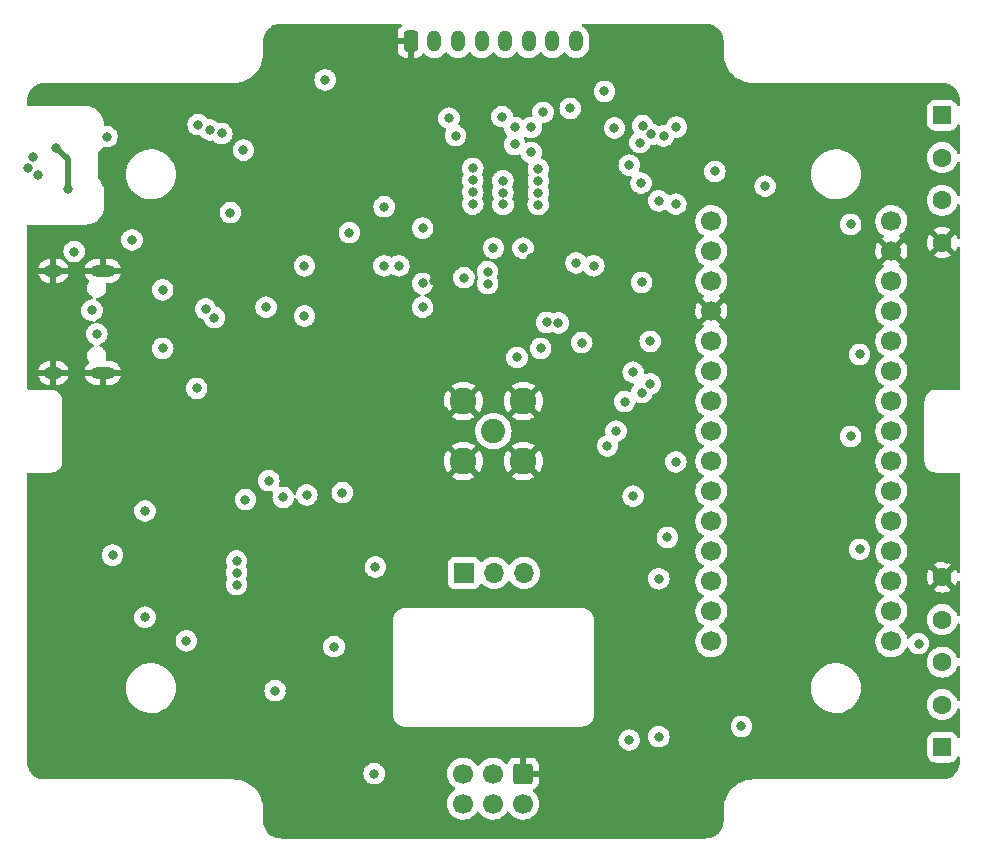
<source format=gbr>
%TF.GenerationSoftware,KiCad,Pcbnew,(5.99.0-12717-g57c7d663b0)*%
%TF.CreationDate,2021-10-22T11:26:34+02:00*%
%TF.ProjectId,Main_PCB,4d61696e-5f50-4434-922e-6b696361645f,rev?*%
%TF.SameCoordinates,Original*%
%TF.FileFunction,Copper,L3,Inr*%
%TF.FilePolarity,Positive*%
%FSLAX46Y46*%
G04 Gerber Fmt 4.6, Leading zero omitted, Abs format (unit mm)*
G04 Created by KiCad (PCBNEW (5.99.0-12717-g57c7d663b0)) date 2021-10-22 11:26:34*
%MOMM*%
%LPD*%
G01*
G04 APERTURE LIST*
G04 Aperture macros list*
%AMRoundRect*
0 Rectangle with rounded corners*
0 $1 Rounding radius*
0 $2 $3 $4 $5 $6 $7 $8 $9 X,Y pos of 4 corners*
0 Add a 4 corners polygon primitive as box body*
4,1,4,$2,$3,$4,$5,$6,$7,$8,$9,$2,$3,0*
0 Add four circle primitives for the rounded corners*
1,1,$1+$1,$2,$3*
1,1,$1+$1,$4,$5*
1,1,$1+$1,$6,$7*
1,1,$1+$1,$8,$9*
0 Add four rect primitives between the rounded corners*
20,1,$1+$1,$2,$3,$4,$5,0*
20,1,$1+$1,$4,$5,$6,$7,0*
20,1,$1+$1,$6,$7,$8,$9,0*
20,1,$1+$1,$8,$9,$2,$3,0*%
G04 Aperture macros list end*
%TA.AperFunction,ComponentPad*%
%ADD10RoundRect,0.250000X-0.550000X0.550000X-0.550000X-0.550000X0.550000X-0.550000X0.550000X0.550000X0*%
%TD*%
%TA.AperFunction,ComponentPad*%
%ADD11C,1.600000*%
%TD*%
%TA.AperFunction,ComponentPad*%
%ADD12RoundRect,0.250000X0.550000X-0.550000X0.550000X0.550000X-0.550000X0.550000X-0.550000X-0.550000X0*%
%TD*%
%TA.AperFunction,ComponentPad*%
%ADD13RoundRect,0.250000X-0.600000X0.600000X-0.600000X-0.600000X0.600000X-0.600000X0.600000X0.600000X0*%
%TD*%
%TA.AperFunction,ComponentPad*%
%ADD14C,1.700000*%
%TD*%
%TA.AperFunction,ComponentPad*%
%ADD15O,1.600000X1.000000*%
%TD*%
%TA.AperFunction,ComponentPad*%
%ADD16O,2.100000X1.000000*%
%TD*%
%TA.AperFunction,ComponentPad*%
%ADD17R,1.700000X1.700000*%
%TD*%
%TA.AperFunction,ComponentPad*%
%ADD18O,1.700000X1.700000*%
%TD*%
%TA.AperFunction,ComponentPad*%
%ADD19RoundRect,0.250000X-0.350000X-0.650000X0.350000X-0.650000X0.350000X0.650000X-0.350000X0.650000X0*%
%TD*%
%TA.AperFunction,ComponentPad*%
%ADD20O,1.200000X1.800000*%
%TD*%
%TA.AperFunction,ComponentPad*%
%ADD21C,2.050000*%
%TD*%
%TA.AperFunction,ComponentPad*%
%ADD22C,2.250000*%
%TD*%
%TA.AperFunction,ViaPad*%
%ADD23C,0.800000*%
%TD*%
%TA.AperFunction,Conductor*%
%ADD24C,0.500000*%
%TD*%
G04 APERTURE END LIST*
D10*
%TO.N,VBAT*%
%TO.C,REF\u002A\u002A*%
X147000000Y-71250000D03*
D11*
%TO.N,/LED*%
X147000000Y-74850000D03*
%TO.N,VCC*%
X147000000Y-78450000D03*
%TO.N,GND*%
X147000000Y-82050000D03*
%TD*%
D12*
%TO.N,/battery*%
%TO.C,REF\u002A\u002A*%
X147000000Y-124750000D03*
D11*
%TO.N,/IC2_MoistureSensor_SCL1*%
X147000000Y-121150000D03*
%TO.N,/IC2_MoistureSensor_SDA1*%
X147000000Y-117550000D03*
%TO.N,VCC*%
X147000000Y-113950000D03*
%TO.N,GND*%
X147000000Y-110350000D03*
%TD*%
D13*
%TO.N,GND*%
%TO.C,J2*%
X111500000Y-127000000D03*
D14*
%TO.N,VCC*%
X111500000Y-129540000D03*
%TO.N,/IC2_MoistureSensor_SCL1*%
X108960000Y-127000000D03*
%TO.N,/IC2_MoistureSensor_SDA1*%
X108960000Y-129540000D03*
%TO.N,/IC2_MoistureSensor_SCL2*%
X106420000Y-127000000D03*
%TO.N,/IC2_MoistureSensor_SDA2*%
X106420000Y-129540000D03*
%TD*%
D15*
%TO.N,GND*%
%TO.C,J3*%
X71750000Y-84430000D03*
D16*
X75930000Y-84430000D03*
X75930000Y-93070000D03*
D15*
X71750000Y-93070000D03*
%TD*%
D14*
%TO.N,/D1_TX*%
%TO.C,U6*%
X127450000Y-80220000D03*
%TO.N,/D0_TX*%
X127450000Y-82760000D03*
%TO.N,/Reset*%
X127450000Y-85300000D03*
%TO.N,GND*%
X127450000Y-87840000D03*
%TO.N,/SPI_LORA_MOSI*%
X127450000Y-90380000D03*
%TO.N,/SPI_LORA_NSS*%
X127450000Y-92920000D03*
%TO.N,/IC2_MoistureSensor_SDA2*%
X127450000Y-95460000D03*
%TO.N,/IC2_MoistureSensor_SCL2*%
X127450000Y-98000000D03*
%TO.N,/TempAlert*%
X127450000Y-100540000D03*
%TO.N,unconnected-(U6-Pad10)*%
X127450000Y-103080000D03*
%TO.N,unconnected-(U6-Pad11)*%
X127450000Y-105620000D03*
%TO.N,/D9*%
X127450000Y-108160000D03*
%TO.N,/SPI_LORA_MISO*%
X127450000Y-110700000D03*
%TO.N,unconnected-(U6-Pad14)*%
X127450000Y-113240000D03*
%TO.N,/IC2_MoistureSensor_SDA1*%
X127450000Y-115780000D03*
%TO.N,/LED*%
X142690000Y-115780000D03*
%TO.N,VCC*%
X142690000Y-113240000D03*
%TO.N,unconnected-(U6-Pad18)*%
X142690000Y-110700000D03*
%TO.N,/bat_voltage*%
X142690000Y-108160000D03*
%TO.N,/LORA_DIO0*%
X142690000Y-105620000D03*
%TO.N,/LORA_DIO1*%
X142690000Y-103080000D03*
%TO.N,Lora-Reset*%
X142690000Y-100540000D03*
%TO.N,/SPI_LORA_SCK*%
X142690000Y-98000000D03*
%TO.N,unconnected-(U6-Pad24)*%
X142690000Y-95460000D03*
%TO.N,/IC2_MoistureSensor_SCL1*%
X142690000Y-92920000D03*
%TO.N,unconnected-(U6-Pad26)*%
X142690000Y-90380000D03*
%TO.N,unconnected-(U6-Pad27)*%
X142690000Y-87840000D03*
%TO.N,/Reset*%
X142690000Y-85300000D03*
%TO.N,GND*%
X142690000Y-82760000D03*
%TO.N,unconnected-(U6-Pad30)*%
X142690000Y-80220000D03*
%TD*%
D17*
%TO.N,/usb3v3*%
%TO.C,J4*%
X106500000Y-110000000D03*
D18*
%TO.N,VCC*%
X109040000Y-110000000D03*
%TO.N,/battery*%
X111580000Y-110000000D03*
%TD*%
D19*
%TO.N,GND*%
%TO.C,J5*%
X102000000Y-65000000D03*
D20*
%TO.N,VCC*%
X104000000Y-65000000D03*
%TO.N,unconnected-(J5-Pad3)*%
X106000000Y-65000000D03*
%TO.N,/LED*%
X108000000Y-65000000D03*
%TO.N,/IC2_MoistureSensor_SCL1*%
X110000000Y-65000000D03*
%TO.N,/IC2_MoistureSensor_SDA1*%
X112000000Y-65000000D03*
%TO.N,/battery*%
X114000000Y-65000000D03*
%TO.N,VBAT*%
X116000000Y-65000000D03*
%TD*%
D21*
%TO.N,Net-(J1-Pad1)*%
%TO.C,J1*%
X109000000Y-98000000D03*
D22*
%TO.N,GND*%
X106460000Y-100540000D03*
X111540000Y-95460000D03*
X106460000Y-95460000D03*
X111540000Y-100540000D03*
%TD*%
D23*
%TO.N,/IC2_MoistureSensor_SCL1*%
X70424834Y-76320189D03*
X110800000Y-72275500D03*
X110800000Y-73724500D03*
X113500000Y-88800000D03*
X86000000Y-72800000D03*
X121551000Y-94735500D03*
X123400000Y-73000000D03*
%TO.N,/IC2_MoistureSensor_SDA1*%
X114500000Y-88843738D03*
X120500000Y-124150500D03*
X112200000Y-72275500D03*
X85000000Y-72500000D03*
X123000000Y-123875500D03*
X122275500Y-94000000D03*
X124500000Y-72250000D03*
X112200000Y-74400000D03*
X69612407Y-75737981D03*
%TO.N,/LORA_DIO0*%
X83875008Y-94375008D03*
X121400000Y-73570732D03*
X123724500Y-107000000D03*
%TO.N,VCC*%
X111000000Y-91750000D03*
X127750000Y-76000000D03*
X93000000Y-88250000D03*
X76269841Y-73069841D03*
X90520000Y-119970000D03*
X106500000Y-85000000D03*
X79500000Y-113750000D03*
X79500000Y-104750000D03*
X105237701Y-71500000D03*
X116000000Y-83750000D03*
X115500000Y-70674020D03*
X99000000Y-109500000D03*
X99750000Y-79000000D03*
%TO.N,/LORA_DIO1*%
X93200000Y-103400000D03*
X89750000Y-87500000D03*
X107250000Y-75750000D03*
%TO.N,/Reset*%
X120500000Y-75469263D03*
X105800000Y-72975000D03*
X95500000Y-116250000D03*
X87825980Y-74200000D03*
X83000000Y-115750000D03*
X121551000Y-85400000D03*
%TO.N,GND*%
X138000000Y-89500000D03*
X89000000Y-72750000D03*
X101600000Y-91800000D03*
X86000000Y-103750000D03*
X121400000Y-65000000D03*
X125000000Y-77500000D03*
X90250000Y-108000000D03*
X101900000Y-94300000D03*
X121000000Y-87000000D03*
X98400000Y-93400000D03*
X72000000Y-74000000D03*
X103600000Y-96000000D03*
X101600000Y-93100000D03*
X101600000Y-90500000D03*
X73000000Y-77500000D03*
X121000000Y-89500000D03*
X134250000Y-96500000D03*
X147400000Y-108800000D03*
X92200000Y-79600000D03*
X125800000Y-81500000D03*
X119500000Y-79000000D03*
X82750000Y-88750000D03*
X71000000Y-126000000D03*
X80750000Y-84000000D03*
X78000000Y-92000000D03*
X100500000Y-68000000D03*
X127000000Y-131000000D03*
X90000000Y-81000000D03*
X88250000Y-92750000D03*
X121500000Y-92000000D03*
X117000000Y-75500000D03*
X120012299Y-70987701D03*
X102600000Y-95300000D03*
X111750000Y-98000000D03*
X99200000Y-88600000D03*
X88500000Y-96250000D03*
X100000000Y-103000000D03*
X116000000Y-124000000D03*
X98700000Y-94800000D03*
X84750000Y-83000000D03*
X127000000Y-65000000D03*
X85000000Y-76750000D03*
X99200000Y-96100000D03*
X93020000Y-119970000D03*
X104000000Y-85325980D03*
X109000000Y-95250000D03*
X133250000Y-72250000D03*
X130000000Y-109000000D03*
X98250000Y-92000000D03*
X109000000Y-100750000D03*
X106500000Y-72000000D03*
X102800000Y-99200000D03*
X74100000Y-103100000D03*
X125800000Y-92000000D03*
X104800000Y-96300000D03*
X74100000Y-110150000D03*
X125800000Y-94000000D03*
X95520000Y-119970000D03*
X95400000Y-100600000D03*
X137500000Y-102000000D03*
X96098774Y-71565699D03*
X130000000Y-102000000D03*
X109000000Y-67000000D03*
X100100000Y-97300000D03*
X147400000Y-104400000D03*
X96500000Y-68000000D03*
X137500000Y-105500000D03*
X112192851Y-83307149D03*
X104400000Y-99600000D03*
X120000000Y-110500000D03*
X123501605Y-74759375D03*
X101400000Y-89300000D03*
X116000000Y-81000000D03*
X93250000Y-99250000D03*
X101400000Y-98400000D03*
X91000000Y-131000000D03*
X85250000Y-113750000D03*
X137500000Y-109000000D03*
X100400000Y-88600000D03*
X93000000Y-86750000D03*
X118000000Y-87000000D03*
X76200000Y-77000000D03*
X93250000Y-68500000D03*
X91770000Y-119970000D03*
X98000000Y-79000000D03*
X130000000Y-105500000D03*
X120000000Y-122000000D03*
X103000000Y-125500000D03*
%TO.N,/SPI_LORA_NSS*%
X120826500Y-93000000D03*
X120826500Y-103500497D03*
X96200000Y-103200000D03*
%TO.N,Lora-Reset*%
X99737788Y-83999989D03*
X108512299Y-85512299D03*
X118653000Y-99250000D03*
%TO.N,/SPI_LORA_MOSI*%
X112800000Y-76800497D03*
X121500000Y-77000000D03*
X107250000Y-76750497D03*
X109800000Y-76800000D03*
X89987701Y-102187701D03*
X122275500Y-90400000D03*
%TO.N,/SPI_LORA_MISO*%
X107250000Y-77750000D03*
X123000000Y-110500000D03*
X109800000Y-77800000D03*
X88000000Y-103800000D03*
X123000000Y-78500000D03*
X112800000Y-77800000D03*
%TO.N,/SPI_LORA_SCK*%
X107250000Y-78774599D03*
X91200000Y-103600000D03*
X139250000Y-80500000D03*
X109812299Y-78800000D03*
X139250000Y-98450011D03*
X112787452Y-78812051D03*
%TO.N,/D0_TX*%
X108500000Y-84500000D03*
X117500000Y-84000000D03*
X103000000Y-85500000D03*
%TO.N,/D1_TX*%
X109000000Y-82500000D03*
X111500000Y-82500000D03*
X101000000Y-84000000D03*
%TO.N,VBAT*%
X118400000Y-69225009D03*
X86724500Y-79500000D03*
%TO.N,/IC2_MoistureSensor_SCL2*%
X119377500Y-98000000D03*
X98900000Y-127000000D03*
%TO.N,/IC2_MoistureSensor_SDA2*%
X120102000Y-95500000D03*
%TO.N,/SWDIO*%
X87250000Y-111000000D03*
X119250000Y-72325499D03*
%TO.N,/SWCLK*%
X87262299Y-109987701D03*
X113200000Y-71000000D03*
%TO.N,/SWO*%
X87249854Y-108988276D03*
X109727141Y-71376460D03*
%TO.N,/TempAlert*%
X84000000Y-72050491D03*
X69988190Y-74811810D03*
X112800000Y-75800000D03*
X124449000Y-78775500D03*
X124449000Y-100600000D03*
%TO.N,+5V*%
X81000000Y-91000000D03*
X81000000Y-86037500D03*
%TO.N,Net-(J3-PadB5)*%
X75416609Y-89764620D03*
X73500000Y-82800000D03*
%TO.N,Net-(J3-PadA5)*%
X75010867Y-87760867D03*
X78400000Y-81800000D03*
%TO.N,USB+*%
X85371232Y-88395732D03*
X121628768Y-72128768D03*
%TO.N,USB-*%
X84628768Y-87653268D03*
X122371232Y-72871232D03*
%TO.N,/battery*%
X132000000Y-77250000D03*
X130000000Y-123000000D03*
%TO.N,/usb3v3*%
X93000000Y-84000000D03*
%TO.N,/boot0*%
X94750000Y-68252909D03*
X76750000Y-108500000D03*
%TO.N,/bat_voltage*%
X103000000Y-87500000D03*
X116476020Y-90500000D03*
X113000000Y-91000000D03*
X140000000Y-108000000D03*
X103009124Y-80809124D03*
X96800000Y-81202429D03*
X140000000Y-91500000D03*
%TO.N,/LED*%
X145000000Y-116000000D03*
%TD*%
D24*
%TO.N,GND*%
X73000000Y-77500000D02*
X73000000Y-75000000D01*
X73000000Y-75000000D02*
X72000000Y-74000000D01*
%TD*%
%TA.AperFunction,Conductor*%
%TO.N,GND*%
G36*
X101195192Y-63528002D02*
G01*
X101241685Y-63581658D01*
X101251789Y-63651932D01*
X101222295Y-63716512D01*
X101193374Y-63741144D01*
X101182193Y-63748063D01*
X101170792Y-63757099D01*
X101056261Y-63871829D01*
X101047249Y-63883240D01*
X100962184Y-64021243D01*
X100956037Y-64034424D01*
X100904862Y-64188710D01*
X100901995Y-64202086D01*
X100892328Y-64296438D01*
X100892000Y-64302855D01*
X100892000Y-64727885D01*
X100896475Y-64743124D01*
X100897865Y-64744329D01*
X100905548Y-64746000D01*
X102128000Y-64746000D01*
X102196121Y-64766002D01*
X102242614Y-64819658D01*
X102254000Y-64872000D01*
X102254000Y-66389884D01*
X102258475Y-66405123D01*
X102259865Y-66406328D01*
X102267548Y-66407999D01*
X102397095Y-66407999D01*
X102403614Y-66407662D01*
X102499206Y-66397743D01*
X102512600Y-66394851D01*
X102666784Y-66343412D01*
X102679962Y-66337239D01*
X102817807Y-66251937D01*
X102829208Y-66242901D01*
X102943739Y-66128171D01*
X102952751Y-66116760D01*
X102980745Y-66071345D01*
X103033517Y-66023852D01*
X103103589Y-66012428D01*
X103168713Y-66040702D01*
X103187088Y-66059625D01*
X103193604Y-66067920D01*
X103198135Y-66071852D01*
X103198138Y-66071855D01*
X103284058Y-66146412D01*
X103353363Y-66206552D01*
X103358549Y-66209552D01*
X103358553Y-66209555D01*
X103513272Y-66299062D01*
X103536454Y-66312473D01*
X103736271Y-66381861D01*
X103742206Y-66382722D01*
X103742208Y-66382722D01*
X103939664Y-66411352D01*
X103939667Y-66411352D01*
X103945604Y-66412213D01*
X104156899Y-66402433D01*
X104288077Y-66370819D01*
X104356701Y-66354281D01*
X104356703Y-66354280D01*
X104362534Y-66352875D01*
X104367992Y-66350393D01*
X104367996Y-66350392D01*
X104483041Y-66298084D01*
X104555087Y-66265326D01*
X104727611Y-66142946D01*
X104857473Y-66007290D01*
X104869736Y-65994480D01*
X104873881Y-65990150D01*
X104880459Y-65979962D01*
X104894746Y-65957837D01*
X104948501Y-65911460D01*
X105018797Y-65901507D01*
X105083314Y-65931139D01*
X105099681Y-65948351D01*
X105193604Y-66067920D01*
X105198135Y-66071852D01*
X105198138Y-66071855D01*
X105284058Y-66146412D01*
X105353363Y-66206552D01*
X105358549Y-66209552D01*
X105358553Y-66209555D01*
X105513272Y-66299062D01*
X105536454Y-66312473D01*
X105736271Y-66381861D01*
X105742206Y-66382722D01*
X105742208Y-66382722D01*
X105939664Y-66411352D01*
X105939667Y-66411352D01*
X105945604Y-66412213D01*
X106156899Y-66402433D01*
X106288077Y-66370819D01*
X106356701Y-66354281D01*
X106356703Y-66354280D01*
X106362534Y-66352875D01*
X106367992Y-66350393D01*
X106367996Y-66350392D01*
X106483041Y-66298084D01*
X106555087Y-66265326D01*
X106727611Y-66142946D01*
X106857473Y-66007290D01*
X106869736Y-65994480D01*
X106873881Y-65990150D01*
X106880459Y-65979962D01*
X106894746Y-65957837D01*
X106948501Y-65911460D01*
X107018797Y-65901507D01*
X107083314Y-65931139D01*
X107099681Y-65948351D01*
X107193604Y-66067920D01*
X107198135Y-66071852D01*
X107198138Y-66071855D01*
X107284058Y-66146412D01*
X107353363Y-66206552D01*
X107358549Y-66209552D01*
X107358553Y-66209555D01*
X107513272Y-66299062D01*
X107536454Y-66312473D01*
X107736271Y-66381861D01*
X107742206Y-66382722D01*
X107742208Y-66382722D01*
X107939664Y-66411352D01*
X107939667Y-66411352D01*
X107945604Y-66412213D01*
X108156899Y-66402433D01*
X108288077Y-66370819D01*
X108356701Y-66354281D01*
X108356703Y-66354280D01*
X108362534Y-66352875D01*
X108367992Y-66350393D01*
X108367996Y-66350392D01*
X108483041Y-66298084D01*
X108555087Y-66265326D01*
X108727611Y-66142946D01*
X108857473Y-66007290D01*
X108869736Y-65994480D01*
X108873881Y-65990150D01*
X108880459Y-65979962D01*
X108894746Y-65957837D01*
X108948501Y-65911460D01*
X109018797Y-65901507D01*
X109083314Y-65931139D01*
X109099681Y-65948351D01*
X109193604Y-66067920D01*
X109198135Y-66071852D01*
X109198138Y-66071855D01*
X109284058Y-66146412D01*
X109353363Y-66206552D01*
X109358549Y-66209552D01*
X109358553Y-66209555D01*
X109513272Y-66299062D01*
X109536454Y-66312473D01*
X109736271Y-66381861D01*
X109742206Y-66382722D01*
X109742208Y-66382722D01*
X109939664Y-66411352D01*
X109939667Y-66411352D01*
X109945604Y-66412213D01*
X110156899Y-66402433D01*
X110288077Y-66370819D01*
X110356701Y-66354281D01*
X110356703Y-66354280D01*
X110362534Y-66352875D01*
X110367992Y-66350393D01*
X110367996Y-66350392D01*
X110483041Y-66298084D01*
X110555087Y-66265326D01*
X110727611Y-66142946D01*
X110857473Y-66007290D01*
X110869736Y-65994480D01*
X110873881Y-65990150D01*
X110880459Y-65979962D01*
X110894746Y-65957837D01*
X110948501Y-65911460D01*
X111018797Y-65901507D01*
X111083314Y-65931139D01*
X111099681Y-65948351D01*
X111193604Y-66067920D01*
X111198135Y-66071852D01*
X111198138Y-66071855D01*
X111284058Y-66146412D01*
X111353363Y-66206552D01*
X111358549Y-66209552D01*
X111358553Y-66209555D01*
X111513272Y-66299062D01*
X111536454Y-66312473D01*
X111736271Y-66381861D01*
X111742206Y-66382722D01*
X111742208Y-66382722D01*
X111939664Y-66411352D01*
X111939667Y-66411352D01*
X111945604Y-66412213D01*
X112156899Y-66402433D01*
X112288077Y-66370819D01*
X112356701Y-66354281D01*
X112356703Y-66354280D01*
X112362534Y-66352875D01*
X112367992Y-66350393D01*
X112367996Y-66350392D01*
X112483041Y-66298084D01*
X112555087Y-66265326D01*
X112727611Y-66142946D01*
X112857473Y-66007290D01*
X112869736Y-65994480D01*
X112873881Y-65990150D01*
X112880459Y-65979962D01*
X112894746Y-65957837D01*
X112948501Y-65911460D01*
X113018797Y-65901507D01*
X113083314Y-65931139D01*
X113099681Y-65948351D01*
X113193604Y-66067920D01*
X113198135Y-66071852D01*
X113198138Y-66071855D01*
X113284058Y-66146412D01*
X113353363Y-66206552D01*
X113358549Y-66209552D01*
X113358553Y-66209555D01*
X113513272Y-66299062D01*
X113536454Y-66312473D01*
X113736271Y-66381861D01*
X113742206Y-66382722D01*
X113742208Y-66382722D01*
X113939664Y-66411352D01*
X113939667Y-66411352D01*
X113945604Y-66412213D01*
X114156899Y-66402433D01*
X114288077Y-66370819D01*
X114356701Y-66354281D01*
X114356703Y-66354280D01*
X114362534Y-66352875D01*
X114367992Y-66350393D01*
X114367996Y-66350392D01*
X114483041Y-66298084D01*
X114555087Y-66265326D01*
X114727611Y-66142946D01*
X114857473Y-66007290D01*
X114869736Y-65994480D01*
X114873881Y-65990150D01*
X114880459Y-65979962D01*
X114894746Y-65957837D01*
X114948501Y-65911460D01*
X115018797Y-65901507D01*
X115083314Y-65931139D01*
X115099681Y-65948351D01*
X115193604Y-66067920D01*
X115198135Y-66071852D01*
X115198138Y-66071855D01*
X115284058Y-66146412D01*
X115353363Y-66206552D01*
X115358549Y-66209552D01*
X115358553Y-66209555D01*
X115513272Y-66299062D01*
X115536454Y-66312473D01*
X115736271Y-66381861D01*
X115742206Y-66382722D01*
X115742208Y-66382722D01*
X115939664Y-66411352D01*
X115939667Y-66411352D01*
X115945604Y-66412213D01*
X116156899Y-66402433D01*
X116288077Y-66370819D01*
X116356701Y-66354281D01*
X116356703Y-66354280D01*
X116362534Y-66352875D01*
X116367992Y-66350393D01*
X116367996Y-66350392D01*
X116483041Y-66298084D01*
X116555087Y-66265326D01*
X116727611Y-66142946D01*
X116857473Y-66007290D01*
X116869736Y-65994480D01*
X116873881Y-65990150D01*
X116988620Y-65812452D01*
X117067686Y-65616263D01*
X117108228Y-65408663D01*
X117108500Y-65403101D01*
X117108500Y-64647154D01*
X117093452Y-64489434D01*
X117033908Y-64286466D01*
X116998905Y-64218503D01*
X116939804Y-64103751D01*
X116939802Y-64103748D01*
X116937058Y-64098420D01*
X116806396Y-63932080D01*
X116801865Y-63928148D01*
X116801862Y-63928145D01*
X116651167Y-63797379D01*
X116646637Y-63793448D01*
X116641451Y-63790448D01*
X116641447Y-63790445D01*
X116559545Y-63743064D01*
X116510596Y-63691639D01*
X116497221Y-63621913D01*
X116523665Y-63556026D01*
X116581533Y-63514894D01*
X116622640Y-63508000D01*
X126950672Y-63508000D01*
X126970056Y-63509500D01*
X126972284Y-63509847D01*
X126984859Y-63511805D01*
X126984861Y-63511805D01*
X126993730Y-63513186D01*
X127002632Y-63512022D01*
X127002634Y-63512022D01*
X127008959Y-63511195D01*
X127034282Y-63510452D01*
X127198126Y-63522170D01*
X127203343Y-63522543D01*
X127221137Y-63525101D01*
X127411540Y-63566521D01*
X127428788Y-63571586D01*
X127611358Y-63639682D01*
X127627710Y-63647149D01*
X127636470Y-63651932D01*
X127798734Y-63740534D01*
X127813848Y-63750248D01*
X127923516Y-63832344D01*
X127969842Y-63867023D01*
X127983428Y-63878796D01*
X128121204Y-64016572D01*
X128132977Y-64030158D01*
X128141964Y-64042163D01*
X128249752Y-64186152D01*
X128259469Y-64201271D01*
X128352851Y-64372290D01*
X128360318Y-64388642D01*
X128428414Y-64571212D01*
X128433480Y-64588462D01*
X128474899Y-64778863D01*
X128477457Y-64796658D01*
X128489041Y-64958629D01*
X128488297Y-64976533D01*
X128488195Y-64984858D01*
X128486814Y-64993730D01*
X128487978Y-65002632D01*
X128487978Y-65002635D01*
X128490936Y-65025251D01*
X128492000Y-65041589D01*
X128492000Y-65946793D01*
X128490254Y-65967697D01*
X128486929Y-65987461D01*
X128486776Y-66000000D01*
X128487466Y-66004815D01*
X128487627Y-66007290D01*
X128488195Y-66012885D01*
X128505505Y-66299061D01*
X128505735Y-66302858D01*
X128560427Y-66601301D01*
X128650693Y-66890975D01*
X128652255Y-66894445D01*
X128652257Y-66894451D01*
X128712955Y-67029315D01*
X128775217Y-67167656D01*
X128777186Y-67170913D01*
X128777188Y-67170917D01*
X128882068Y-67344409D01*
X128932184Y-67427311D01*
X128934525Y-67430299D01*
X128934527Y-67430302D01*
X128981345Y-67490060D01*
X129119304Y-67666152D01*
X129333848Y-67880696D01*
X129399568Y-67932184D01*
X129566518Y-68062981D01*
X129572689Y-68067816D01*
X129575943Y-68069783D01*
X129829083Y-68222812D01*
X129829087Y-68222814D01*
X129832344Y-68224783D01*
X129970684Y-68287045D01*
X130105549Y-68347743D01*
X130105555Y-68347745D01*
X130109025Y-68349307D01*
X130398699Y-68439573D01*
X130697142Y-68494265D01*
X130700933Y-68494494D01*
X130700939Y-68494495D01*
X130878995Y-68505264D01*
X130969213Y-68510721D01*
X130982517Y-68512239D01*
X130987461Y-68513071D01*
X130993938Y-68513150D01*
X130995141Y-68513165D01*
X130995145Y-68513165D01*
X131000000Y-68513224D01*
X131027588Y-68509273D01*
X131045451Y-68508000D01*
X146950672Y-68508000D01*
X146970056Y-68509500D01*
X146971637Y-68509746D01*
X146984859Y-68511805D01*
X146984861Y-68511805D01*
X146993730Y-68513186D01*
X147002632Y-68512022D01*
X147002634Y-68512022D01*
X147008959Y-68511195D01*
X147034282Y-68510452D01*
X147198126Y-68522170D01*
X147203343Y-68522543D01*
X147221137Y-68525101D01*
X147411540Y-68566521D01*
X147428788Y-68571586D01*
X147611358Y-68639682D01*
X147627710Y-68647149D01*
X147693020Y-68682810D01*
X147798734Y-68740534D01*
X147813848Y-68750248D01*
X147866755Y-68789853D01*
X147969842Y-68867023D01*
X147983428Y-68878796D01*
X148121204Y-69016572D01*
X148132977Y-69030158D01*
X148249752Y-69186152D01*
X148259466Y-69201266D01*
X148276015Y-69231574D01*
X148352851Y-69372290D01*
X148360318Y-69388642D01*
X148428414Y-69571212D01*
X148433480Y-69588462D01*
X148474899Y-69778863D01*
X148477457Y-69796658D01*
X148489041Y-69958629D01*
X148488297Y-69976533D01*
X148488195Y-69984858D01*
X148486814Y-69993730D01*
X148487978Y-70002632D01*
X148487978Y-70002635D01*
X148490936Y-70025251D01*
X148492000Y-70041589D01*
X148492000Y-70350943D01*
X148471998Y-70419064D01*
X148418342Y-70465557D01*
X148348068Y-70475661D01*
X148283488Y-70446167D01*
X148246476Y-70390819D01*
X148243868Y-70383002D01*
X148241550Y-70376054D01*
X148148478Y-70225652D01*
X148023303Y-70100695D01*
X148008386Y-70091500D01*
X147878968Y-70011725D01*
X147878966Y-70011724D01*
X147872738Y-70007885D01*
X147712254Y-69954655D01*
X147711389Y-69954368D01*
X147711387Y-69954368D01*
X147704861Y-69952203D01*
X147698025Y-69951503D01*
X147698022Y-69951502D01*
X147654969Y-69947091D01*
X147600400Y-69941500D01*
X146399600Y-69941500D01*
X146396354Y-69941837D01*
X146396350Y-69941837D01*
X146300692Y-69951762D01*
X146300688Y-69951763D01*
X146293834Y-69952474D01*
X146287298Y-69954655D01*
X146287296Y-69954655D01*
X146174569Y-69992264D01*
X146126054Y-70008450D01*
X145975652Y-70101522D01*
X145850695Y-70226697D01*
X145757885Y-70377262D01*
X145744020Y-70419064D01*
X145713742Y-70510351D01*
X145702203Y-70545139D01*
X145691500Y-70649600D01*
X145691500Y-71850400D01*
X145691837Y-71853646D01*
X145691837Y-71853650D01*
X145701650Y-71948220D01*
X145702474Y-71956166D01*
X145704655Y-71962702D01*
X145704655Y-71962704D01*
X145741598Y-72073434D01*
X145758450Y-72123946D01*
X145851522Y-72274348D01*
X145856704Y-72279521D01*
X145864433Y-72287237D01*
X145976697Y-72399305D01*
X145982927Y-72403145D01*
X145982928Y-72403146D01*
X146120090Y-72487694D01*
X146127262Y-72492115D01*
X146152012Y-72500324D01*
X146288611Y-72545632D01*
X146288613Y-72545632D01*
X146295139Y-72547797D01*
X146301975Y-72548497D01*
X146301978Y-72548498D01*
X146345031Y-72552909D01*
X146399600Y-72558500D01*
X147600400Y-72558500D01*
X147603646Y-72558163D01*
X147603650Y-72558163D01*
X147699308Y-72548238D01*
X147699312Y-72548237D01*
X147706166Y-72547526D01*
X147712702Y-72545345D01*
X147712704Y-72545345D01*
X147847647Y-72500324D01*
X147873946Y-72491550D01*
X148024348Y-72398478D01*
X148149305Y-72273303D01*
X148153146Y-72267072D01*
X148238275Y-72128968D01*
X148238276Y-72128966D01*
X148242115Y-72122738D01*
X148246407Y-72109798D01*
X148286838Y-72051438D01*
X148352402Y-72024201D01*
X148422283Y-72036734D01*
X148474295Y-72085059D01*
X148492000Y-72149465D01*
X148492000Y-74405500D01*
X148471998Y-74473621D01*
X148418342Y-74520114D01*
X148348068Y-74530218D01*
X148283488Y-74500724D01*
X148244293Y-74438111D01*
X148235707Y-74406067D01*
X148235706Y-74406065D01*
X148234284Y-74400757D01*
X148230870Y-74393435D01*
X148139849Y-74198238D01*
X148139846Y-74198233D01*
X148137523Y-74193251D01*
X148028512Y-74037567D01*
X148009357Y-74010211D01*
X148009355Y-74010208D01*
X148006198Y-74005700D01*
X147844300Y-73843802D01*
X147839792Y-73840645D01*
X147839789Y-73840643D01*
X147750839Y-73778360D01*
X147656749Y-73712477D01*
X147651767Y-73710154D01*
X147651762Y-73710151D01*
X147454225Y-73618039D01*
X147454224Y-73618039D01*
X147449243Y-73615716D01*
X147443935Y-73614294D01*
X147443933Y-73614293D01*
X147233402Y-73557881D01*
X147233400Y-73557881D01*
X147228087Y-73556457D01*
X147000000Y-73536502D01*
X146771913Y-73556457D01*
X146766600Y-73557881D01*
X146766598Y-73557881D01*
X146556067Y-73614293D01*
X146556065Y-73614294D01*
X146550757Y-73615716D01*
X146545776Y-73618039D01*
X146545775Y-73618039D01*
X146348238Y-73710151D01*
X146348233Y-73710154D01*
X146343251Y-73712477D01*
X146249161Y-73778360D01*
X146160211Y-73840643D01*
X146160208Y-73840645D01*
X146155700Y-73843802D01*
X145993802Y-74005700D01*
X145990645Y-74010208D01*
X145990643Y-74010211D01*
X145971488Y-74037567D01*
X145862477Y-74193251D01*
X145860154Y-74198233D01*
X145860151Y-74198238D01*
X145769130Y-74393435D01*
X145765716Y-74400757D01*
X145764294Y-74406065D01*
X145764293Y-74406067D01*
X145712203Y-74600469D01*
X145706457Y-74621913D01*
X145686502Y-74850000D01*
X145706457Y-75078087D01*
X145707881Y-75083400D01*
X145707881Y-75083402D01*
X145760382Y-75279335D01*
X145765716Y-75299243D01*
X145768039Y-75304224D01*
X145768039Y-75304225D01*
X145860151Y-75501762D01*
X145860154Y-75501767D01*
X145862477Y-75506749D01*
X145904410Y-75566635D01*
X145987889Y-75685855D01*
X145993802Y-75694300D01*
X146155700Y-75856198D01*
X146160208Y-75859355D01*
X146160211Y-75859357D01*
X146206116Y-75891500D01*
X146343251Y-75987523D01*
X146348233Y-75989846D01*
X146348238Y-75989849D01*
X146523337Y-76071498D01*
X146550757Y-76084284D01*
X146556065Y-76085706D01*
X146556067Y-76085707D01*
X146766598Y-76142119D01*
X146766600Y-76142119D01*
X146771913Y-76143543D01*
X147000000Y-76163498D01*
X147228087Y-76143543D01*
X147233400Y-76142119D01*
X147233402Y-76142119D01*
X147443933Y-76085707D01*
X147443935Y-76085706D01*
X147449243Y-76084284D01*
X147476663Y-76071498D01*
X147651762Y-75989849D01*
X147651767Y-75989846D01*
X147656749Y-75987523D01*
X147793884Y-75891500D01*
X147839789Y-75859357D01*
X147839792Y-75859355D01*
X147844300Y-75856198D01*
X148006198Y-75694300D01*
X148012112Y-75685855D01*
X148095590Y-75566635D01*
X148137523Y-75506749D01*
X148139846Y-75501767D01*
X148139849Y-75501762D01*
X148231961Y-75304225D01*
X148231961Y-75304224D01*
X148234284Y-75299243D01*
X148244293Y-75261889D01*
X148281245Y-75201266D01*
X148345105Y-75170245D01*
X148415600Y-75178673D01*
X148470347Y-75223876D01*
X148492000Y-75294500D01*
X148492000Y-78005500D01*
X148471998Y-78073621D01*
X148418342Y-78120114D01*
X148348068Y-78130218D01*
X148283488Y-78100724D01*
X148244293Y-78038111D01*
X148235707Y-78006067D01*
X148235706Y-78006065D01*
X148234284Y-78000757D01*
X148231751Y-77995325D01*
X148139849Y-77798238D01*
X148139846Y-77798233D01*
X148137523Y-77793251D01*
X148012900Y-77615271D01*
X148009357Y-77610211D01*
X148009355Y-77610208D01*
X148006198Y-77605700D01*
X147844300Y-77443802D01*
X147839792Y-77440645D01*
X147839789Y-77440643D01*
X147680856Y-77329357D01*
X147656749Y-77312477D01*
X147651767Y-77310154D01*
X147651762Y-77310151D01*
X147454225Y-77218039D01*
X147454224Y-77218039D01*
X147449243Y-77215716D01*
X147443935Y-77214294D01*
X147443933Y-77214293D01*
X147233402Y-77157881D01*
X147233400Y-77157881D01*
X147228087Y-77156457D01*
X147000000Y-77136502D01*
X146771913Y-77156457D01*
X146766600Y-77157881D01*
X146766598Y-77157881D01*
X146556067Y-77214293D01*
X146556065Y-77214294D01*
X146550757Y-77215716D01*
X146545776Y-77218039D01*
X146545775Y-77218039D01*
X146348238Y-77310151D01*
X146348233Y-77310154D01*
X146343251Y-77312477D01*
X146319144Y-77329357D01*
X146160211Y-77440643D01*
X146160208Y-77440645D01*
X146155700Y-77443802D01*
X145993802Y-77605700D01*
X145990645Y-77610208D01*
X145990643Y-77610211D01*
X145987100Y-77615271D01*
X145862477Y-77793251D01*
X145860154Y-77798233D01*
X145860151Y-77798238D01*
X145768249Y-77995325D01*
X145765716Y-78000757D01*
X145764294Y-78006065D01*
X145764293Y-78006067D01*
X145721634Y-78165271D01*
X145706457Y-78221913D01*
X145686502Y-78450000D01*
X145706457Y-78678087D01*
X145707881Y-78683400D01*
X145707881Y-78683402D01*
X145764090Y-78893173D01*
X145765716Y-78899243D01*
X145768039Y-78904224D01*
X145768039Y-78904225D01*
X145860151Y-79101762D01*
X145860154Y-79101767D01*
X145862477Y-79106749D01*
X145909535Y-79173955D01*
X145957045Y-79241805D01*
X145993802Y-79294300D01*
X146155700Y-79456198D01*
X146160208Y-79459355D01*
X146160211Y-79459357D01*
X146218657Y-79500281D01*
X146343251Y-79587523D01*
X146348233Y-79589846D01*
X146348238Y-79589849D01*
X146528606Y-79673955D01*
X146550757Y-79684284D01*
X146556065Y-79685706D01*
X146556067Y-79685707D01*
X146766598Y-79742119D01*
X146766600Y-79742119D01*
X146771913Y-79743543D01*
X147000000Y-79763498D01*
X147228087Y-79743543D01*
X147233400Y-79742119D01*
X147233402Y-79742119D01*
X147443933Y-79685707D01*
X147443935Y-79685706D01*
X147449243Y-79684284D01*
X147471394Y-79673955D01*
X147651762Y-79589849D01*
X147651767Y-79589846D01*
X147656749Y-79587523D01*
X147781343Y-79500281D01*
X147839789Y-79459357D01*
X147839792Y-79459355D01*
X147844300Y-79456198D01*
X148006198Y-79294300D01*
X148042956Y-79241805D01*
X148090465Y-79173955D01*
X148137523Y-79106749D01*
X148139846Y-79101767D01*
X148139849Y-79101762D01*
X148231961Y-78904225D01*
X148231961Y-78904224D01*
X148234284Y-78899243D01*
X148235911Y-78893173D01*
X148244293Y-78861889D01*
X148281245Y-78801266D01*
X148345105Y-78770245D01*
X148415600Y-78778673D01*
X148470347Y-78823876D01*
X148492000Y-78894500D01*
X148492000Y-81607430D01*
X148471998Y-81675551D01*
X148418342Y-81722044D01*
X148348068Y-81732148D01*
X148283488Y-81702654D01*
X148244293Y-81640041D01*
X148235236Y-81606239D01*
X148231490Y-81595947D01*
X148139414Y-81398489D01*
X148133931Y-81388994D01*
X148097491Y-81336952D01*
X148087012Y-81328576D01*
X148073566Y-81335644D01*
X147372022Y-82037188D01*
X147364408Y-82051132D01*
X147364539Y-82052965D01*
X147368790Y-82059580D01*
X148074287Y-82765077D01*
X148086062Y-82771507D01*
X148098077Y-82762211D01*
X148133931Y-82711006D01*
X148139414Y-82701511D01*
X148231490Y-82504053D01*
X148235236Y-82493761D01*
X148244293Y-82459959D01*
X148281245Y-82399336D01*
X148345105Y-82368315D01*
X148415600Y-82376743D01*
X148470347Y-82421946D01*
X148492000Y-82492570D01*
X148492000Y-94366000D01*
X148471998Y-94434121D01*
X148418342Y-94480614D01*
X148366000Y-94492000D01*
X146553206Y-94492000D01*
X146532302Y-94490254D01*
X146526435Y-94489267D01*
X146512538Y-94486929D01*
X146506180Y-94486851D01*
X146504857Y-94486835D01*
X146504853Y-94486835D01*
X146499999Y-94486776D01*
X146495192Y-94487465D01*
X146495185Y-94487465D01*
X146478780Y-94489815D01*
X146471898Y-94490609D01*
X146438005Y-94493574D01*
X146324293Y-94503523D01*
X146318979Y-94504947D01*
X146318978Y-94504947D01*
X146159237Y-94547749D01*
X146159235Y-94547750D01*
X146153927Y-94549172D01*
X146148947Y-94551494D01*
X146148945Y-94551495D01*
X145999056Y-94621390D01*
X145999053Y-94621392D01*
X145994075Y-94623713D01*
X145849596Y-94724878D01*
X145724878Y-94849596D01*
X145623713Y-94994075D01*
X145621392Y-94999053D01*
X145621390Y-94999056D01*
X145568360Y-95112779D01*
X145549172Y-95153927D01*
X145547750Y-95159235D01*
X145547749Y-95159237D01*
X145507333Y-95310072D01*
X145503523Y-95324293D01*
X145503044Y-95329773D01*
X145503042Y-95329785D01*
X145492194Y-95453768D01*
X145490928Y-95463691D01*
X145486929Y-95487460D01*
X145486776Y-95499999D01*
X145490584Y-95526590D01*
X145490727Y-95527587D01*
X145492000Y-95545450D01*
X145492000Y-100446794D01*
X145490254Y-100467698D01*
X145486929Y-100487462D01*
X145486776Y-100500001D01*
X145487465Y-100504808D01*
X145487465Y-100504815D01*
X145489815Y-100521220D01*
X145490609Y-100528102D01*
X145492488Y-100549580D01*
X145503523Y-100675707D01*
X145504947Y-100681021D01*
X145504947Y-100681022D01*
X145532370Y-100783365D01*
X145549172Y-100846073D01*
X145551494Y-100851053D01*
X145551495Y-100851055D01*
X145604756Y-100965271D01*
X145623713Y-101005925D01*
X145724878Y-101150404D01*
X145849596Y-101275122D01*
X145994075Y-101376287D01*
X145999053Y-101378608D01*
X145999056Y-101378610D01*
X146103122Y-101427137D01*
X146153927Y-101450828D01*
X146159235Y-101452250D01*
X146159237Y-101452251D01*
X146318978Y-101495053D01*
X146318979Y-101495053D01*
X146324293Y-101496477D01*
X146329779Y-101496957D01*
X146329785Y-101496958D01*
X146453768Y-101507806D01*
X146463691Y-101509072D01*
X146482667Y-101512265D01*
X146482672Y-101512265D01*
X146487460Y-101513071D01*
X146493759Y-101513148D01*
X146495140Y-101513165D01*
X146495144Y-101513165D01*
X146499999Y-101513224D01*
X146527587Y-101509273D01*
X146545450Y-101508000D01*
X148366000Y-101508000D01*
X148434121Y-101528002D01*
X148480614Y-101581658D01*
X148492000Y-101634000D01*
X148492000Y-109907430D01*
X148471998Y-109975551D01*
X148418342Y-110022044D01*
X148348068Y-110032148D01*
X148283488Y-110002654D01*
X148244293Y-109940041D01*
X148235236Y-109906239D01*
X148231490Y-109895947D01*
X148139414Y-109698489D01*
X148133931Y-109688994D01*
X148097491Y-109636952D01*
X148087012Y-109628576D01*
X148073566Y-109635644D01*
X147372022Y-110337188D01*
X147364408Y-110351132D01*
X147364539Y-110352965D01*
X147368790Y-110359580D01*
X148074287Y-111065077D01*
X148086062Y-111071507D01*
X148098077Y-111062211D01*
X148133931Y-111011006D01*
X148139414Y-111001511D01*
X148231490Y-110804053D01*
X148235236Y-110793761D01*
X148244293Y-110759959D01*
X148281245Y-110699336D01*
X148345105Y-110668315D01*
X148415600Y-110676743D01*
X148470347Y-110721946D01*
X148492000Y-110792570D01*
X148492000Y-113505500D01*
X148471998Y-113573621D01*
X148418342Y-113620114D01*
X148348068Y-113630218D01*
X148283488Y-113600724D01*
X148244293Y-113538111D01*
X148235707Y-113506067D01*
X148235706Y-113506065D01*
X148234284Y-113500757D01*
X148231168Y-113494075D01*
X148139849Y-113298238D01*
X148139846Y-113298233D01*
X148137523Y-113293251D01*
X148018811Y-113123713D01*
X148009357Y-113110211D01*
X148009355Y-113110208D01*
X148006198Y-113105700D01*
X147844300Y-112943802D01*
X147839792Y-112940645D01*
X147839789Y-112940643D01*
X147698198Y-112841500D01*
X147656749Y-112812477D01*
X147651767Y-112810154D01*
X147651762Y-112810151D01*
X147454225Y-112718039D01*
X147454224Y-112718039D01*
X147449243Y-112715716D01*
X147443935Y-112714294D01*
X147443933Y-112714293D01*
X147233402Y-112657881D01*
X147233400Y-112657881D01*
X147228087Y-112656457D01*
X147000000Y-112636502D01*
X146771913Y-112656457D01*
X146766600Y-112657881D01*
X146766598Y-112657881D01*
X146556067Y-112714293D01*
X146556065Y-112714294D01*
X146550757Y-112715716D01*
X146545776Y-112718039D01*
X146545775Y-112718039D01*
X146348238Y-112810151D01*
X146348233Y-112810154D01*
X146343251Y-112812477D01*
X146301802Y-112841500D01*
X146160211Y-112940643D01*
X146160208Y-112940645D01*
X146155700Y-112943802D01*
X145993802Y-113105700D01*
X145990645Y-113110208D01*
X145990643Y-113110211D01*
X145981189Y-113123713D01*
X145862477Y-113293251D01*
X145860154Y-113298233D01*
X145860151Y-113298238D01*
X145768832Y-113494075D01*
X145765716Y-113500757D01*
X145706457Y-113721913D01*
X145686502Y-113950000D01*
X145706457Y-114178087D01*
X145707881Y-114183400D01*
X145707881Y-114183402D01*
X145733103Y-114277529D01*
X145765716Y-114399243D01*
X145768039Y-114404224D01*
X145768039Y-114404225D01*
X145860151Y-114601762D01*
X145860154Y-114601767D01*
X145862477Y-114606749D01*
X145897753Y-114657128D01*
X145983683Y-114779848D01*
X145993802Y-114794300D01*
X146155700Y-114956198D01*
X146160208Y-114959355D01*
X146160211Y-114959357D01*
X146238389Y-115014098D01*
X146343251Y-115087523D01*
X146348233Y-115089846D01*
X146348238Y-115089849D01*
X146457054Y-115140590D01*
X146550757Y-115184284D01*
X146556065Y-115185706D01*
X146556067Y-115185707D01*
X146766598Y-115242119D01*
X146766600Y-115242119D01*
X146771913Y-115243543D01*
X147000000Y-115263498D01*
X147228087Y-115243543D01*
X147233400Y-115242119D01*
X147233402Y-115242119D01*
X147443933Y-115185707D01*
X147443935Y-115185706D01*
X147449243Y-115184284D01*
X147542946Y-115140590D01*
X147651762Y-115089849D01*
X147651767Y-115089846D01*
X147656749Y-115087523D01*
X147761611Y-115014098D01*
X147839789Y-114959357D01*
X147839792Y-114959355D01*
X147844300Y-114956198D01*
X148006198Y-114794300D01*
X148016318Y-114779848D01*
X148102247Y-114657128D01*
X148137523Y-114606749D01*
X148139846Y-114601767D01*
X148139849Y-114601762D01*
X148231961Y-114404225D01*
X148231961Y-114404224D01*
X148234284Y-114399243D01*
X148244293Y-114361889D01*
X148281245Y-114301266D01*
X148345105Y-114270245D01*
X148415600Y-114278673D01*
X148470347Y-114323876D01*
X148492000Y-114394500D01*
X148492000Y-117105500D01*
X148471998Y-117173621D01*
X148418342Y-117220114D01*
X148348068Y-117230218D01*
X148283488Y-117200724D01*
X148244293Y-117138111D01*
X148235707Y-117106067D01*
X148235706Y-117106065D01*
X148234284Y-117100757D01*
X148206474Y-117041118D01*
X148139849Y-116898238D01*
X148139846Y-116898233D01*
X148137523Y-116893251D01*
X148006198Y-116705700D01*
X147844300Y-116543802D01*
X147839792Y-116540645D01*
X147839789Y-116540643D01*
X147749523Y-116477438D01*
X147656749Y-116412477D01*
X147651767Y-116410154D01*
X147651762Y-116410151D01*
X147454225Y-116318039D01*
X147454224Y-116318039D01*
X147449243Y-116315716D01*
X147443935Y-116314294D01*
X147443933Y-116314293D01*
X147233402Y-116257881D01*
X147233400Y-116257881D01*
X147228087Y-116256457D01*
X147000000Y-116236502D01*
X146771913Y-116256457D01*
X146766600Y-116257881D01*
X146766598Y-116257881D01*
X146556067Y-116314293D01*
X146556065Y-116314294D01*
X146550757Y-116315716D01*
X146545776Y-116318039D01*
X146545775Y-116318039D01*
X146348238Y-116410151D01*
X146348233Y-116410154D01*
X146343251Y-116412477D01*
X146250477Y-116477438D01*
X146160211Y-116540643D01*
X146160208Y-116540645D01*
X146155700Y-116543802D01*
X145993802Y-116705700D01*
X145862477Y-116893251D01*
X145860154Y-116898233D01*
X145860151Y-116898238D01*
X145793526Y-117041118D01*
X145765716Y-117100757D01*
X145764294Y-117106065D01*
X145764293Y-117106067D01*
X145755707Y-117138111D01*
X145706457Y-117321913D01*
X145686502Y-117550000D01*
X145706457Y-117778087D01*
X145707881Y-117783400D01*
X145707881Y-117783402D01*
X145732518Y-117875346D01*
X145765716Y-117999243D01*
X145768039Y-118004224D01*
X145768039Y-118004225D01*
X145860151Y-118201762D01*
X145860154Y-118201767D01*
X145862477Y-118206749D01*
X145993802Y-118394300D01*
X146155700Y-118556198D01*
X146160208Y-118559355D01*
X146160211Y-118559357D01*
X146238389Y-118614098D01*
X146343251Y-118687523D01*
X146348233Y-118689846D01*
X146348238Y-118689849D01*
X146545775Y-118781961D01*
X146550757Y-118784284D01*
X146556065Y-118785706D01*
X146556067Y-118785707D01*
X146766598Y-118842119D01*
X146766600Y-118842119D01*
X146771913Y-118843543D01*
X147000000Y-118863498D01*
X147228087Y-118843543D01*
X147233400Y-118842119D01*
X147233402Y-118842119D01*
X147443933Y-118785707D01*
X147443935Y-118785706D01*
X147449243Y-118784284D01*
X147454225Y-118781961D01*
X147651762Y-118689849D01*
X147651767Y-118689846D01*
X147656749Y-118687523D01*
X147761611Y-118614098D01*
X147839789Y-118559357D01*
X147839792Y-118559355D01*
X147844300Y-118556198D01*
X148006198Y-118394300D01*
X148137523Y-118206749D01*
X148139846Y-118201767D01*
X148139849Y-118201762D01*
X148231961Y-118004225D01*
X148231961Y-118004224D01*
X148234284Y-117999243D01*
X148244293Y-117961889D01*
X148281245Y-117901266D01*
X148345105Y-117870245D01*
X148415600Y-117878673D01*
X148470347Y-117923876D01*
X148492000Y-117994500D01*
X148492000Y-120705500D01*
X148471998Y-120773621D01*
X148418342Y-120820114D01*
X148348068Y-120830218D01*
X148283488Y-120800724D01*
X148244293Y-120738111D01*
X148235707Y-120706067D01*
X148235706Y-120706065D01*
X148234284Y-120700757D01*
X148207797Y-120643955D01*
X148139849Y-120498238D01*
X148139846Y-120498233D01*
X148137523Y-120493251D01*
X148006198Y-120305700D01*
X147844300Y-120143802D01*
X147839792Y-120140645D01*
X147839789Y-120140643D01*
X147747950Y-120076337D01*
X147656749Y-120012477D01*
X147651767Y-120010154D01*
X147651762Y-120010151D01*
X147454225Y-119918039D01*
X147454224Y-119918039D01*
X147449243Y-119915716D01*
X147443935Y-119914294D01*
X147443933Y-119914293D01*
X147233402Y-119857881D01*
X147233400Y-119857881D01*
X147228087Y-119856457D01*
X147000000Y-119836502D01*
X146771913Y-119856457D01*
X146766600Y-119857881D01*
X146766598Y-119857881D01*
X146556067Y-119914293D01*
X146556065Y-119914294D01*
X146550757Y-119915716D01*
X146545776Y-119918039D01*
X146545775Y-119918039D01*
X146348238Y-120010151D01*
X146348233Y-120010154D01*
X146343251Y-120012477D01*
X146252050Y-120076337D01*
X146160211Y-120140643D01*
X146160208Y-120140645D01*
X146155700Y-120143802D01*
X145993802Y-120305700D01*
X145862477Y-120493251D01*
X145860154Y-120498233D01*
X145860151Y-120498238D01*
X145792203Y-120643955D01*
X145765716Y-120700757D01*
X145764294Y-120706065D01*
X145764293Y-120706067D01*
X145718046Y-120878663D01*
X145706457Y-120921913D01*
X145686502Y-121150000D01*
X145706457Y-121378087D01*
X145707881Y-121383400D01*
X145707881Y-121383402D01*
X145728352Y-121459798D01*
X145765716Y-121599243D01*
X145768039Y-121604224D01*
X145768039Y-121604225D01*
X145860151Y-121801762D01*
X145860154Y-121801767D01*
X145862477Y-121806749D01*
X145899775Y-121860016D01*
X145990278Y-121989267D01*
X145993802Y-121994300D01*
X146155700Y-122156198D01*
X146160208Y-122159355D01*
X146160211Y-122159357D01*
X146191152Y-122181022D01*
X146343251Y-122287523D01*
X146348233Y-122289846D01*
X146348238Y-122289849D01*
X146545775Y-122381961D01*
X146550757Y-122384284D01*
X146556065Y-122385706D01*
X146556067Y-122385707D01*
X146766598Y-122442119D01*
X146766600Y-122442119D01*
X146771913Y-122443543D01*
X147000000Y-122463498D01*
X147228087Y-122443543D01*
X147233400Y-122442119D01*
X147233402Y-122442119D01*
X147443933Y-122385707D01*
X147443935Y-122385706D01*
X147449243Y-122384284D01*
X147454225Y-122381961D01*
X147651762Y-122289849D01*
X147651767Y-122289846D01*
X147656749Y-122287523D01*
X147808848Y-122181022D01*
X147839789Y-122159357D01*
X147839792Y-122159355D01*
X147844300Y-122156198D01*
X148006198Y-121994300D01*
X148009723Y-121989267D01*
X148100225Y-121860016D01*
X148137523Y-121806749D01*
X148139846Y-121801767D01*
X148139849Y-121801762D01*
X148231961Y-121604225D01*
X148231961Y-121604224D01*
X148234284Y-121599243D01*
X148244293Y-121561889D01*
X148281245Y-121501266D01*
X148345105Y-121470245D01*
X148415600Y-121478673D01*
X148470347Y-121523876D01*
X148492000Y-121594500D01*
X148492000Y-123850943D01*
X148471998Y-123919064D01*
X148418342Y-123965557D01*
X148348068Y-123975661D01*
X148283488Y-123946167D01*
X148246476Y-123890819D01*
X148243868Y-123883002D01*
X148241550Y-123876054D01*
X148148478Y-123725652D01*
X148023303Y-123600695D01*
X148017072Y-123596854D01*
X147878968Y-123511725D01*
X147878966Y-123511724D01*
X147872738Y-123507885D01*
X147712254Y-123454655D01*
X147711389Y-123454368D01*
X147711387Y-123454368D01*
X147704861Y-123452203D01*
X147698025Y-123451503D01*
X147698022Y-123451502D01*
X147654969Y-123447091D01*
X147600400Y-123441500D01*
X146399600Y-123441500D01*
X146396354Y-123441837D01*
X146396350Y-123441837D01*
X146300692Y-123451762D01*
X146300688Y-123451763D01*
X146293834Y-123452474D01*
X146287298Y-123454655D01*
X146287296Y-123454655D01*
X146156714Y-123498221D01*
X146126054Y-123508450D01*
X145975652Y-123601522D01*
X145850695Y-123726697D01*
X145757885Y-123877262D01*
X145702203Y-124045139D01*
X145701503Y-124051975D01*
X145701502Y-124051978D01*
X145700124Y-124065428D01*
X145691500Y-124149600D01*
X145691500Y-125350400D01*
X145702474Y-125456166D01*
X145758450Y-125623946D01*
X145851522Y-125774348D01*
X145976697Y-125899305D01*
X145982927Y-125903145D01*
X145982928Y-125903146D01*
X146120090Y-125987694D01*
X146127262Y-125992115D01*
X146188839Y-126012539D01*
X146288611Y-126045632D01*
X146288613Y-126045632D01*
X146295139Y-126047797D01*
X146301975Y-126048497D01*
X146301978Y-126048498D01*
X146345031Y-126052909D01*
X146399600Y-126058500D01*
X147600400Y-126058500D01*
X147603646Y-126058163D01*
X147603650Y-126058163D01*
X147699308Y-126048238D01*
X147699312Y-126048237D01*
X147706166Y-126047526D01*
X147712702Y-126045345D01*
X147712704Y-126045345D01*
X147856516Y-125997365D01*
X147873946Y-125991550D01*
X148024348Y-125898478D01*
X148149305Y-125773303D01*
X148158037Y-125759137D01*
X148238275Y-125628968D01*
X148238276Y-125628966D01*
X148242115Y-125622738D01*
X148246407Y-125609798D01*
X148286838Y-125551438D01*
X148352402Y-125524201D01*
X148422283Y-125536734D01*
X148474295Y-125585059D01*
X148492000Y-125649465D01*
X148492000Y-125950672D01*
X148490500Y-125970056D01*
X148486814Y-125993730D01*
X148487978Y-126002632D01*
X148487978Y-126002634D01*
X148488805Y-126008959D01*
X148489548Y-126034282D01*
X148477830Y-126198126D01*
X148477457Y-126203343D01*
X148474899Y-126221137D01*
X148433480Y-126411538D01*
X148428414Y-126428788D01*
X148360318Y-126611358D01*
X148352851Y-126627710D01*
X148317190Y-126693020D01*
X148271137Y-126777361D01*
X148259469Y-126798729D01*
X148249752Y-126813848D01*
X148247666Y-126816635D01*
X148132977Y-126969842D01*
X148121204Y-126983428D01*
X147983428Y-127121204D01*
X147969841Y-127132977D01*
X147813848Y-127249752D01*
X147798734Y-127259466D01*
X147775569Y-127272115D01*
X147627710Y-127352851D01*
X147611358Y-127360318D01*
X147428788Y-127428414D01*
X147411540Y-127433479D01*
X147248022Y-127469051D01*
X147221137Y-127474899D01*
X147203342Y-127477457D01*
X147154443Y-127480954D01*
X147041369Y-127489041D01*
X147023467Y-127488297D01*
X147015142Y-127488195D01*
X147006270Y-127486814D01*
X146997368Y-127487978D01*
X146997365Y-127487978D01*
X146974749Y-127490936D01*
X146958411Y-127492000D01*
X131053207Y-127492000D01*
X131032303Y-127490254D01*
X131026507Y-127489279D01*
X131012539Y-127486929D01*
X131006211Y-127486852D01*
X131004859Y-127486835D01*
X131004855Y-127486835D01*
X131000000Y-127486776D01*
X130995185Y-127487466D01*
X130992710Y-127487627D01*
X130987115Y-127488195D01*
X130700938Y-127505505D01*
X130700932Y-127505506D01*
X130697142Y-127505735D01*
X130398699Y-127560427D01*
X130109025Y-127650693D01*
X130105555Y-127652255D01*
X130105549Y-127652257D01*
X130054697Y-127675144D01*
X129832344Y-127775217D01*
X129829087Y-127777186D01*
X129829083Y-127777188D01*
X129653240Y-127883489D01*
X129572689Y-127932184D01*
X129333848Y-128119304D01*
X129119304Y-128333848D01*
X129059457Y-128410237D01*
X128957913Y-128539849D01*
X128932184Y-128572689D01*
X128930217Y-128575943D01*
X128828110Y-128744849D01*
X128775217Y-128832344D01*
X128759764Y-128866680D01*
X128654439Y-129100702D01*
X128650693Y-129109025D01*
X128560427Y-129398699D01*
X128505735Y-129697142D01*
X128505506Y-129700933D01*
X128505505Y-129700939D01*
X128489279Y-129969210D01*
X128487761Y-129982517D01*
X128486929Y-129987461D01*
X128486776Y-130000000D01*
X128487466Y-130004815D01*
X128490727Y-130027588D01*
X128492000Y-130045451D01*
X128492000Y-130950672D01*
X128490500Y-130970056D01*
X128486814Y-130993730D01*
X128487978Y-131002632D01*
X128487978Y-131002634D01*
X128488805Y-131008959D01*
X128489548Y-131034287D01*
X128477457Y-131203343D01*
X128474899Y-131221137D01*
X128433480Y-131411538D01*
X128428414Y-131428788D01*
X128360318Y-131611358D01*
X128352851Y-131627710D01*
X128259469Y-131798729D01*
X128249752Y-131813848D01*
X128192016Y-131890975D01*
X128132977Y-131969842D01*
X128121204Y-131983428D01*
X127983428Y-132121204D01*
X127969841Y-132132977D01*
X127813848Y-132249752D01*
X127798734Y-132259466D01*
X127693020Y-132317190D01*
X127627710Y-132352851D01*
X127611358Y-132360318D01*
X127428788Y-132428414D01*
X127411540Y-132433479D01*
X127248022Y-132469051D01*
X127221137Y-132474899D01*
X127203342Y-132477457D01*
X127154443Y-132480954D01*
X127041369Y-132489041D01*
X127023467Y-132488297D01*
X127015142Y-132488195D01*
X127006270Y-132486814D01*
X126997368Y-132487978D01*
X126997365Y-132487978D01*
X126974749Y-132490936D01*
X126958411Y-132492000D01*
X91049328Y-132492000D01*
X91029943Y-132490500D01*
X91029661Y-132490456D01*
X91027117Y-132490060D01*
X91015141Y-132488195D01*
X91015139Y-132488195D01*
X91006270Y-132486814D01*
X90997368Y-132487978D01*
X90997366Y-132487978D01*
X90991041Y-132488805D01*
X90965718Y-132489548D01*
X90796657Y-132477457D01*
X90778863Y-132474899D01*
X90751978Y-132469051D01*
X90588460Y-132433479D01*
X90571212Y-132428414D01*
X90388642Y-132360318D01*
X90372290Y-132352851D01*
X90306980Y-132317190D01*
X90201266Y-132259466D01*
X90186152Y-132249752D01*
X90030159Y-132132977D01*
X90016572Y-132121204D01*
X89878796Y-131983428D01*
X89867023Y-131969842D01*
X89807984Y-131890975D01*
X89750248Y-131813848D01*
X89740531Y-131798729D01*
X89647149Y-131627710D01*
X89639682Y-131611358D01*
X89571586Y-131428788D01*
X89566520Y-131411538D01*
X89525101Y-131221137D01*
X89522543Y-131203342D01*
X89510959Y-131041371D01*
X89511703Y-131023467D01*
X89511805Y-131015142D01*
X89513186Y-131006270D01*
X89511547Y-130993730D01*
X89509064Y-130974749D01*
X89508000Y-130958411D01*
X89508000Y-130053207D01*
X89509746Y-130032303D01*
X89512264Y-130017335D01*
X89513071Y-130012539D01*
X89513224Y-130000000D01*
X89512534Y-129995185D01*
X89512373Y-129992710D01*
X89511805Y-129987115D01*
X89494495Y-129700938D01*
X89494494Y-129700932D01*
X89494265Y-129697142D01*
X89459364Y-129506695D01*
X105057251Y-129506695D01*
X105057548Y-129511848D01*
X105057548Y-129511851D01*
X105063011Y-129606590D01*
X105070110Y-129729715D01*
X105071247Y-129734761D01*
X105071248Y-129734767D01*
X105083170Y-129787666D01*
X105119222Y-129947639D01*
X105203266Y-130154616D01*
X105254019Y-130237438D01*
X105317291Y-130340688D01*
X105319987Y-130345088D01*
X105466250Y-130513938D01*
X105638126Y-130656632D01*
X105831000Y-130769338D01*
X106039692Y-130849030D01*
X106044760Y-130850061D01*
X106044763Y-130850062D01*
X106152017Y-130871883D01*
X106258597Y-130893567D01*
X106263772Y-130893757D01*
X106263774Y-130893757D01*
X106476673Y-130901564D01*
X106476677Y-130901564D01*
X106481837Y-130901753D01*
X106486957Y-130901097D01*
X106486959Y-130901097D01*
X106698288Y-130874025D01*
X106698289Y-130874025D01*
X106703416Y-130873368D01*
X106708366Y-130871883D01*
X106912429Y-130810661D01*
X106912434Y-130810659D01*
X106917384Y-130809174D01*
X107117994Y-130710896D01*
X107299860Y-130581173D01*
X107458096Y-130423489D01*
X107517594Y-130340689D01*
X107588453Y-130242077D01*
X107589776Y-130243028D01*
X107636645Y-130199857D01*
X107706580Y-130187625D01*
X107772026Y-130215144D01*
X107799875Y-130246994D01*
X107859987Y-130345088D01*
X108006250Y-130513938D01*
X108178126Y-130656632D01*
X108371000Y-130769338D01*
X108579692Y-130849030D01*
X108584760Y-130850061D01*
X108584763Y-130850062D01*
X108692017Y-130871883D01*
X108798597Y-130893567D01*
X108803772Y-130893757D01*
X108803774Y-130893757D01*
X109016673Y-130901564D01*
X109016677Y-130901564D01*
X109021837Y-130901753D01*
X109026957Y-130901097D01*
X109026959Y-130901097D01*
X109238288Y-130874025D01*
X109238289Y-130874025D01*
X109243416Y-130873368D01*
X109248366Y-130871883D01*
X109452429Y-130810661D01*
X109452434Y-130810659D01*
X109457384Y-130809174D01*
X109657994Y-130710896D01*
X109839860Y-130581173D01*
X109998096Y-130423489D01*
X110057594Y-130340689D01*
X110128453Y-130242077D01*
X110129776Y-130243028D01*
X110176645Y-130199857D01*
X110246580Y-130187625D01*
X110312026Y-130215144D01*
X110339875Y-130246994D01*
X110399987Y-130345088D01*
X110546250Y-130513938D01*
X110718126Y-130656632D01*
X110911000Y-130769338D01*
X111119692Y-130849030D01*
X111124760Y-130850061D01*
X111124763Y-130850062D01*
X111232017Y-130871883D01*
X111338597Y-130893567D01*
X111343772Y-130893757D01*
X111343774Y-130893757D01*
X111556673Y-130901564D01*
X111556677Y-130901564D01*
X111561837Y-130901753D01*
X111566957Y-130901097D01*
X111566959Y-130901097D01*
X111778288Y-130874025D01*
X111778289Y-130874025D01*
X111783416Y-130873368D01*
X111788366Y-130871883D01*
X111992429Y-130810661D01*
X111992434Y-130810659D01*
X111997384Y-130809174D01*
X112197994Y-130710896D01*
X112379860Y-130581173D01*
X112538096Y-130423489D01*
X112597594Y-130340689D01*
X112665435Y-130246277D01*
X112668453Y-130242077D01*
X112689320Y-130199857D01*
X112765136Y-130046453D01*
X112765137Y-130046451D01*
X112767430Y-130041811D01*
X112832370Y-129828069D01*
X112861529Y-129606590D01*
X112863156Y-129540000D01*
X112844852Y-129317361D01*
X112790431Y-129100702D01*
X112701354Y-128895840D01*
X112658167Y-128829083D01*
X112582822Y-128712617D01*
X112582820Y-128712614D01*
X112580014Y-128708277D01*
X112429670Y-128543051D01*
X112386564Y-128509008D01*
X112345502Y-128451092D01*
X112342270Y-128380169D01*
X112377895Y-128318758D01*
X112411204Y-128296027D01*
X112429958Y-128287241D01*
X112567807Y-128201937D01*
X112579208Y-128192901D01*
X112693739Y-128078171D01*
X112702751Y-128066760D01*
X112787816Y-127928757D01*
X112793963Y-127915576D01*
X112845138Y-127761290D01*
X112848005Y-127747914D01*
X112857672Y-127653562D01*
X112858000Y-127647146D01*
X112858000Y-127272115D01*
X112853525Y-127256876D01*
X112852135Y-127255671D01*
X112844452Y-127254000D01*
X111372000Y-127254000D01*
X111303879Y-127233998D01*
X111257386Y-127180342D01*
X111246000Y-127128000D01*
X111246000Y-126727885D01*
X111754000Y-126727885D01*
X111758475Y-126743124D01*
X111759865Y-126744329D01*
X111767548Y-126746000D01*
X112839884Y-126746000D01*
X112855123Y-126741525D01*
X112856328Y-126740135D01*
X112857999Y-126732452D01*
X112857999Y-126352905D01*
X112857662Y-126346386D01*
X112847743Y-126250794D01*
X112844851Y-126237400D01*
X112793412Y-126083216D01*
X112787239Y-126070038D01*
X112701937Y-125932193D01*
X112692901Y-125920792D01*
X112578171Y-125806261D01*
X112566760Y-125797249D01*
X112428757Y-125712184D01*
X112415576Y-125706037D01*
X112261290Y-125654862D01*
X112247914Y-125651995D01*
X112153562Y-125642328D01*
X112147145Y-125642000D01*
X111772115Y-125642000D01*
X111756876Y-125646475D01*
X111755671Y-125647865D01*
X111754000Y-125655548D01*
X111754000Y-126727885D01*
X111246000Y-126727885D01*
X111246000Y-125660116D01*
X111241525Y-125644877D01*
X111240135Y-125643672D01*
X111232452Y-125642001D01*
X110852905Y-125642001D01*
X110846386Y-125642338D01*
X110750794Y-125652257D01*
X110737400Y-125655149D01*
X110583216Y-125706588D01*
X110570038Y-125712761D01*
X110432193Y-125798063D01*
X110420792Y-125807099D01*
X110306261Y-125921829D01*
X110297249Y-125933240D01*
X110212183Y-126071244D01*
X110203926Y-126088950D01*
X110157008Y-126142234D01*
X110088730Y-126161694D01*
X110020771Y-126141151D01*
X109996538Y-126120497D01*
X109893151Y-126006875D01*
X109893142Y-126006866D01*
X109889670Y-126003051D01*
X109885619Y-125999852D01*
X109885615Y-125999848D01*
X109718414Y-125867800D01*
X109718410Y-125867798D01*
X109714359Y-125864598D01*
X109518789Y-125756638D01*
X109513920Y-125754914D01*
X109513916Y-125754912D01*
X109313087Y-125683795D01*
X109313083Y-125683794D01*
X109308212Y-125682069D01*
X109303119Y-125681162D01*
X109303116Y-125681161D01*
X109093373Y-125643800D01*
X109093367Y-125643799D01*
X109088284Y-125642894D01*
X109014452Y-125641992D01*
X108870081Y-125640228D01*
X108870079Y-125640228D01*
X108864911Y-125640165D01*
X108644091Y-125673955D01*
X108431756Y-125743357D01*
X108233607Y-125846507D01*
X108229474Y-125849610D01*
X108229471Y-125849612D01*
X108062804Y-125974749D01*
X108054965Y-125980635D01*
X107900629Y-126142138D01*
X107793201Y-126299621D01*
X107738293Y-126344621D01*
X107667768Y-126352792D01*
X107604021Y-126321538D01*
X107583324Y-126297054D01*
X107502822Y-126172617D01*
X107502820Y-126172614D01*
X107500014Y-126168277D01*
X107349670Y-126003051D01*
X107345619Y-125999852D01*
X107345615Y-125999848D01*
X107178414Y-125867800D01*
X107178410Y-125867798D01*
X107174359Y-125864598D01*
X106978789Y-125756638D01*
X106973920Y-125754914D01*
X106973916Y-125754912D01*
X106773087Y-125683795D01*
X106773083Y-125683794D01*
X106768212Y-125682069D01*
X106763119Y-125681162D01*
X106763116Y-125681161D01*
X106553373Y-125643800D01*
X106553367Y-125643799D01*
X106548284Y-125642894D01*
X106474452Y-125641992D01*
X106330081Y-125640228D01*
X106330079Y-125640228D01*
X106324911Y-125640165D01*
X106104091Y-125673955D01*
X105891756Y-125743357D01*
X105693607Y-125846507D01*
X105689474Y-125849610D01*
X105689471Y-125849612D01*
X105522804Y-125974749D01*
X105514965Y-125980635D01*
X105360629Y-126142138D01*
X105357720Y-126146403D01*
X105357714Y-126146411D01*
X105295646Y-126237400D01*
X105234743Y-126326680D01*
X105140688Y-126529305D01*
X105080989Y-126744570D01*
X105057251Y-126966695D01*
X105057548Y-126971848D01*
X105057548Y-126971851D01*
X105068838Y-127167656D01*
X105070110Y-127189715D01*
X105071247Y-127194761D01*
X105071248Y-127194767D01*
X105085830Y-127259469D01*
X105119222Y-127407639D01*
X105203266Y-127614616D01*
X105242638Y-127678866D01*
X105317291Y-127800688D01*
X105319987Y-127805088D01*
X105466250Y-127973938D01*
X105638126Y-128116632D01*
X105642699Y-128119304D01*
X105711445Y-128159476D01*
X105760169Y-128211114D01*
X105773240Y-128280897D01*
X105746509Y-128346669D01*
X105706055Y-128380027D01*
X105693607Y-128386507D01*
X105689474Y-128389610D01*
X105689471Y-128389612D01*
X105519100Y-128517530D01*
X105514965Y-128520635D01*
X105511393Y-128524373D01*
X105398194Y-128642829D01*
X105360629Y-128682138D01*
X105234743Y-128866680D01*
X105219003Y-128900590D01*
X105162207Y-129022947D01*
X105140688Y-129069305D01*
X105080989Y-129284570D01*
X105057251Y-129506695D01*
X89459364Y-129506695D01*
X89439573Y-129398699D01*
X89349307Y-129109025D01*
X89345562Y-129100702D01*
X89240236Y-128866680D01*
X89224783Y-128832344D01*
X89171891Y-128744849D01*
X89069783Y-128575943D01*
X89067816Y-128572689D01*
X89042088Y-128539849D01*
X88940543Y-128410237D01*
X88880696Y-128333848D01*
X88666152Y-128119304D01*
X88427311Y-127932184D01*
X88346760Y-127883489D01*
X88170917Y-127777188D01*
X88170913Y-127777186D01*
X88167656Y-127775217D01*
X87945303Y-127675144D01*
X87894451Y-127652257D01*
X87894445Y-127652255D01*
X87890975Y-127650693D01*
X87601301Y-127560427D01*
X87302858Y-127505735D01*
X87299067Y-127505506D01*
X87299061Y-127505505D01*
X87121005Y-127494736D01*
X87030787Y-127489279D01*
X87017483Y-127487761D01*
X87017340Y-127487737D01*
X87017341Y-127487737D01*
X87012539Y-127486929D01*
X87006062Y-127486850D01*
X87004859Y-127486835D01*
X87004855Y-127486835D01*
X87000000Y-127486776D01*
X86973997Y-127490500D01*
X86972412Y-127490727D01*
X86954549Y-127492000D01*
X71049328Y-127492000D01*
X71029943Y-127490500D01*
X71029661Y-127490456D01*
X71027117Y-127490060D01*
X71015141Y-127488195D01*
X71015139Y-127488195D01*
X71006270Y-127486814D01*
X70997368Y-127487978D01*
X70997366Y-127487978D01*
X70991041Y-127488805D01*
X70965718Y-127489548D01*
X70796657Y-127477457D01*
X70778863Y-127474899D01*
X70751978Y-127469051D01*
X70588460Y-127433479D01*
X70571212Y-127428414D01*
X70388642Y-127360318D01*
X70372290Y-127352851D01*
X70224431Y-127272115D01*
X70201266Y-127259466D01*
X70186152Y-127249752D01*
X70030159Y-127132977D01*
X70016572Y-127121204D01*
X69895368Y-127000000D01*
X97986496Y-127000000D01*
X98006458Y-127189928D01*
X98065473Y-127371556D01*
X98068776Y-127377278D01*
X98068777Y-127377279D01*
X98089069Y-127412425D01*
X98160960Y-127536944D01*
X98165378Y-127541851D01*
X98165379Y-127541852D01*
X98262360Y-127649560D01*
X98288747Y-127678866D01*
X98320694Y-127702077D01*
X98419210Y-127773653D01*
X98443248Y-127791118D01*
X98449276Y-127793802D01*
X98449278Y-127793803D01*
X98611681Y-127866109D01*
X98617712Y-127868794D01*
X98704004Y-127887136D01*
X98798056Y-127907128D01*
X98798061Y-127907128D01*
X98804513Y-127908500D01*
X98995487Y-127908500D01*
X99001939Y-127907128D01*
X99001944Y-127907128D01*
X99095996Y-127887136D01*
X99182288Y-127868794D01*
X99188319Y-127866109D01*
X99350722Y-127793803D01*
X99350724Y-127793802D01*
X99356752Y-127791118D01*
X99380791Y-127773653D01*
X99479306Y-127702077D01*
X99511253Y-127678866D01*
X99537640Y-127649560D01*
X99634621Y-127541852D01*
X99634622Y-127541851D01*
X99639040Y-127536944D01*
X99710931Y-127412425D01*
X99731223Y-127377279D01*
X99731224Y-127377278D01*
X99734527Y-127371556D01*
X99793542Y-127189928D01*
X99813504Y-127000000D01*
X99793542Y-126810072D01*
X99734527Y-126628444D01*
X99724663Y-126611358D01*
X99642341Y-126468774D01*
X99639040Y-126463056D01*
X99542503Y-126355840D01*
X99515675Y-126326045D01*
X99515674Y-126326044D01*
X99511253Y-126321134D01*
X99396004Y-126237400D01*
X99362094Y-126212763D01*
X99362093Y-126212762D01*
X99356752Y-126208882D01*
X99350724Y-126206198D01*
X99350722Y-126206197D01*
X99188319Y-126133891D01*
X99188318Y-126133891D01*
X99182288Y-126131206D01*
X99088887Y-126111353D01*
X99001944Y-126092872D01*
X99001939Y-126092872D01*
X98995487Y-126091500D01*
X98804513Y-126091500D01*
X98798061Y-126092872D01*
X98798056Y-126092872D01*
X98711113Y-126111353D01*
X98617712Y-126131206D01*
X98611682Y-126133891D01*
X98611681Y-126133891D01*
X98449278Y-126206197D01*
X98449276Y-126206198D01*
X98443248Y-126208882D01*
X98437907Y-126212762D01*
X98437906Y-126212763D01*
X98403996Y-126237400D01*
X98288747Y-126321134D01*
X98284326Y-126326044D01*
X98284325Y-126326045D01*
X98257498Y-126355840D01*
X98160960Y-126463056D01*
X98157659Y-126468774D01*
X98075338Y-126611358D01*
X98065473Y-126628444D01*
X98006458Y-126810072D01*
X97986496Y-127000000D01*
X69895368Y-127000000D01*
X69878796Y-126983428D01*
X69867023Y-126969842D01*
X69752334Y-126816635D01*
X69750248Y-126813848D01*
X69740531Y-126798729D01*
X69728864Y-126777361D01*
X69682810Y-126693020D01*
X69647149Y-126627710D01*
X69639682Y-126611358D01*
X69571586Y-126428788D01*
X69566520Y-126411538D01*
X69525101Y-126221137D01*
X69522543Y-126203342D01*
X69518095Y-126141151D01*
X69510959Y-126041369D01*
X69511703Y-126023467D01*
X69511805Y-126015142D01*
X69513186Y-126006270D01*
X69511637Y-125994419D01*
X69509064Y-125974749D01*
X69508000Y-125958411D01*
X69508000Y-124150500D01*
X119586496Y-124150500D01*
X119606458Y-124340428D01*
X119665473Y-124522056D01*
X119760960Y-124687444D01*
X119888747Y-124829366D01*
X120043248Y-124941618D01*
X120049276Y-124944302D01*
X120049278Y-124944303D01*
X120211681Y-125016609D01*
X120217712Y-125019294D01*
X120311112Y-125039147D01*
X120398056Y-125057628D01*
X120398061Y-125057628D01*
X120404513Y-125059000D01*
X120595487Y-125059000D01*
X120601939Y-125057628D01*
X120601944Y-125057628D01*
X120688888Y-125039147D01*
X120782288Y-125019294D01*
X120788319Y-125016609D01*
X120950722Y-124944303D01*
X120950724Y-124944302D01*
X120956752Y-124941618D01*
X121111253Y-124829366D01*
X121239040Y-124687444D01*
X121334527Y-124522056D01*
X121393542Y-124340428D01*
X121413504Y-124150500D01*
X121393542Y-123960572D01*
X121365900Y-123875500D01*
X122086496Y-123875500D01*
X122087186Y-123882065D01*
X122104326Y-124045139D01*
X122106458Y-124065428D01*
X122165473Y-124247056D01*
X122260960Y-124412444D01*
X122388747Y-124554366D01*
X122543248Y-124666618D01*
X122549276Y-124669302D01*
X122549278Y-124669303D01*
X122711681Y-124741609D01*
X122717712Y-124744294D01*
X122811113Y-124764147D01*
X122898056Y-124782628D01*
X122898061Y-124782628D01*
X122904513Y-124784000D01*
X123095487Y-124784000D01*
X123101939Y-124782628D01*
X123101944Y-124782628D01*
X123188887Y-124764147D01*
X123282288Y-124744294D01*
X123288319Y-124741609D01*
X123450722Y-124669303D01*
X123450724Y-124669302D01*
X123456752Y-124666618D01*
X123611253Y-124554366D01*
X123739040Y-124412444D01*
X123834527Y-124247056D01*
X123893542Y-124065428D01*
X123895675Y-124045139D01*
X123912814Y-123882065D01*
X123913504Y-123875500D01*
X123898409Y-123731880D01*
X123894232Y-123692135D01*
X123894232Y-123692133D01*
X123893542Y-123685572D01*
X123834527Y-123503944D01*
X123739040Y-123338556D01*
X123611253Y-123196634D01*
X123456752Y-123084382D01*
X123450724Y-123081698D01*
X123450722Y-123081697D01*
X123288319Y-123009391D01*
X123288318Y-123009391D01*
X123282288Y-123006706D01*
X123250739Y-123000000D01*
X129086496Y-123000000D01*
X129106458Y-123189928D01*
X129165473Y-123371556D01*
X129260960Y-123536944D01*
X129265378Y-123541851D01*
X129265379Y-123541852D01*
X129323772Y-123606704D01*
X129388747Y-123678866D01*
X129461714Y-123731880D01*
X129535143Y-123785229D01*
X129543248Y-123791118D01*
X129549276Y-123793802D01*
X129549278Y-123793803D01*
X129711681Y-123866109D01*
X129717712Y-123868794D01*
X129811112Y-123888647D01*
X129898056Y-123907128D01*
X129898061Y-123907128D01*
X129904513Y-123908500D01*
X130095487Y-123908500D01*
X130101939Y-123907128D01*
X130101944Y-123907128D01*
X130188888Y-123888647D01*
X130282288Y-123868794D01*
X130288319Y-123866109D01*
X130450722Y-123793803D01*
X130450724Y-123793802D01*
X130456752Y-123791118D01*
X130464858Y-123785229D01*
X130538286Y-123731880D01*
X130611253Y-123678866D01*
X130676228Y-123606704D01*
X130734621Y-123541852D01*
X130734622Y-123541851D01*
X130739040Y-123536944D01*
X130834527Y-123371556D01*
X130893542Y-123189928D01*
X130913504Y-123000000D01*
X130900746Y-122878610D01*
X130894232Y-122816635D01*
X130894232Y-122816633D01*
X130893542Y-122810072D01*
X130834527Y-122628444D01*
X130739040Y-122463056D01*
X130721471Y-122443543D01*
X130615675Y-122326045D01*
X130615674Y-122326044D01*
X130611253Y-122321134D01*
X130456752Y-122208882D01*
X130450724Y-122206198D01*
X130450722Y-122206197D01*
X130288319Y-122133891D01*
X130288318Y-122133891D01*
X130282288Y-122131206D01*
X130188887Y-122111353D01*
X130101944Y-122092872D01*
X130101939Y-122092872D01*
X130095487Y-122091500D01*
X129904513Y-122091500D01*
X129898061Y-122092872D01*
X129898056Y-122092872D01*
X129811113Y-122111353D01*
X129717712Y-122131206D01*
X129711682Y-122133891D01*
X129711681Y-122133891D01*
X129549278Y-122206197D01*
X129549276Y-122206198D01*
X129543248Y-122208882D01*
X129388747Y-122321134D01*
X129384326Y-122326044D01*
X129384325Y-122326045D01*
X129278530Y-122443543D01*
X129260960Y-122463056D01*
X129165473Y-122628444D01*
X129106458Y-122810072D01*
X129105768Y-122816633D01*
X129105768Y-122816635D01*
X129099254Y-122878610D01*
X129086496Y-123000000D01*
X123250739Y-123000000D01*
X123188887Y-122986853D01*
X123101944Y-122968372D01*
X123101939Y-122968372D01*
X123095487Y-122967000D01*
X122904513Y-122967000D01*
X122898061Y-122968372D01*
X122898056Y-122968372D01*
X122811113Y-122986853D01*
X122717712Y-123006706D01*
X122711682Y-123009391D01*
X122711681Y-123009391D01*
X122549278Y-123081697D01*
X122549276Y-123081698D01*
X122543248Y-123084382D01*
X122388747Y-123196634D01*
X122260960Y-123338556D01*
X122165473Y-123503944D01*
X122106458Y-123685572D01*
X122105768Y-123692133D01*
X122105768Y-123692135D01*
X122101591Y-123731880D01*
X122086496Y-123875500D01*
X121365900Y-123875500D01*
X121334527Y-123778944D01*
X121239040Y-123613556D01*
X121232871Y-123606704D01*
X121115675Y-123476545D01*
X121115674Y-123476544D01*
X121111253Y-123471634D01*
X120973508Y-123371556D01*
X120962094Y-123363263D01*
X120962093Y-123363262D01*
X120956752Y-123359382D01*
X120950724Y-123356698D01*
X120950722Y-123356697D01*
X120788319Y-123284391D01*
X120788318Y-123284391D01*
X120782288Y-123281706D01*
X120688888Y-123261853D01*
X120601944Y-123243372D01*
X120601939Y-123243372D01*
X120595487Y-123242000D01*
X120404513Y-123242000D01*
X120398061Y-123243372D01*
X120398056Y-123243372D01*
X120311112Y-123261853D01*
X120217712Y-123281706D01*
X120211682Y-123284391D01*
X120211681Y-123284391D01*
X120049278Y-123356697D01*
X120049276Y-123356698D01*
X120043248Y-123359382D01*
X120037907Y-123363262D01*
X120037906Y-123363263D01*
X120026492Y-123371556D01*
X119888747Y-123471634D01*
X119884326Y-123476544D01*
X119884325Y-123476545D01*
X119767130Y-123606704D01*
X119760960Y-123613556D01*
X119665473Y-123778944D01*
X119606458Y-123960572D01*
X119586496Y-124150500D01*
X69508000Y-124150500D01*
X69508000Y-122000001D01*
X100486776Y-122000001D01*
X100487465Y-122004808D01*
X100487465Y-122004815D01*
X100489815Y-122021220D01*
X100490609Y-122028102D01*
X100503523Y-122175707D01*
X100504947Y-122181021D01*
X100504947Y-122181022D01*
X100543806Y-122326045D01*
X100549172Y-122346073D01*
X100551494Y-122351053D01*
X100551495Y-122351055D01*
X100603929Y-122463498D01*
X100623713Y-122505925D01*
X100724878Y-122650404D01*
X100849596Y-122775122D01*
X100994075Y-122876287D01*
X100999053Y-122878608D01*
X100999056Y-122878610D01*
X101148945Y-122948505D01*
X101153927Y-122950828D01*
X101159235Y-122952250D01*
X101159237Y-122952251D01*
X101318978Y-122995053D01*
X101318979Y-122995053D01*
X101324293Y-122996477D01*
X101329779Y-122996957D01*
X101329785Y-122996958D01*
X101453768Y-123007806D01*
X101463691Y-123009072D01*
X101482667Y-123012265D01*
X101482672Y-123012265D01*
X101487460Y-123013071D01*
X101493759Y-123013148D01*
X101495140Y-123013165D01*
X101495144Y-123013165D01*
X101499999Y-123013224D01*
X101527587Y-123009273D01*
X101545450Y-123008000D01*
X116446794Y-123008000D01*
X116467698Y-123009746D01*
X116487462Y-123013071D01*
X116493820Y-123013149D01*
X116495143Y-123013165D01*
X116495147Y-123013165D01*
X116500001Y-123013224D01*
X116504808Y-123012535D01*
X116504815Y-123012535D01*
X116521220Y-123010185D01*
X116528102Y-123009391D01*
X116561995Y-123006426D01*
X116675707Y-122996477D01*
X116681021Y-122995053D01*
X116681022Y-122995053D01*
X116840763Y-122952251D01*
X116840765Y-122952250D01*
X116846073Y-122950828D01*
X116851055Y-122948505D01*
X117000944Y-122878610D01*
X117000947Y-122878608D01*
X117005925Y-122876287D01*
X117150404Y-122775122D01*
X117275122Y-122650404D01*
X117376287Y-122505925D01*
X117396072Y-122463498D01*
X117448505Y-122351055D01*
X117448506Y-122351053D01*
X117450828Y-122346073D01*
X117456195Y-122326045D01*
X117495053Y-122181022D01*
X117495053Y-122181021D01*
X117496477Y-122175707D01*
X117496958Y-122170215D01*
X117507806Y-122046232D01*
X117509072Y-122036309D01*
X117512265Y-122017333D01*
X117512265Y-122017328D01*
X117513071Y-122012540D01*
X117513224Y-122000001D01*
X117509273Y-121972413D01*
X117508000Y-121954550D01*
X117508000Y-119727869D01*
X135886689Y-119727869D01*
X135903238Y-120014883D01*
X135904063Y-120019088D01*
X135904064Y-120019096D01*
X135927911Y-120140643D01*
X135958586Y-120296995D01*
X135959973Y-120301045D01*
X135959974Y-120301050D01*
X136050321Y-120564930D01*
X136051710Y-120568986D01*
X136180885Y-120825822D01*
X136343721Y-121062750D01*
X136537206Y-121275388D01*
X136540501Y-121278143D01*
X136540502Y-121278144D01*
X136591258Y-121320582D01*
X136757759Y-121459798D01*
X137001298Y-121612571D01*
X137263318Y-121730877D01*
X137267437Y-121732097D01*
X137534857Y-121811311D01*
X137534862Y-121811312D01*
X137538970Y-121812529D01*
X137543204Y-121813177D01*
X137543209Y-121813178D01*
X137791811Y-121851219D01*
X137823153Y-121856015D01*
X137969485Y-121858314D01*
X138106317Y-121860464D01*
X138106323Y-121860464D01*
X138110608Y-121860531D01*
X138114860Y-121860016D01*
X138114868Y-121860016D01*
X138391756Y-121826508D01*
X138391761Y-121826507D01*
X138396017Y-121825992D01*
X138674097Y-121753039D01*
X138939704Y-121643021D01*
X139143596Y-121523876D01*
X139184219Y-121500138D01*
X139184220Y-121500137D01*
X139187922Y-121497974D01*
X139414159Y-121320582D01*
X139455285Y-121278144D01*
X139574159Y-121155475D01*
X139614227Y-121114128D01*
X139616760Y-121110680D01*
X139616764Y-121110675D01*
X139781887Y-120885886D01*
X139784425Y-120882431D01*
X139786471Y-120878663D01*
X139919554Y-120633555D01*
X139919555Y-120633553D01*
X139921604Y-120629779D01*
X140023225Y-120360848D01*
X140070745Y-120153365D01*
X140086449Y-120084797D01*
X140086450Y-120084793D01*
X140087407Y-120080613D01*
X140093696Y-120010151D01*
X140112743Y-119796726D01*
X140112743Y-119796724D01*
X140112963Y-119794260D01*
X140113427Y-119750000D01*
X140111627Y-119723598D01*
X140094165Y-119467452D01*
X140094164Y-119467446D01*
X140093873Y-119463175D01*
X140089336Y-119441264D01*
X140036443Y-119185855D01*
X140035574Y-119181658D01*
X139939607Y-118910657D01*
X139807750Y-118655188D01*
X139794488Y-118636317D01*
X139644904Y-118423482D01*
X139642441Y-118419977D01*
X139446740Y-118209378D01*
X139224268Y-118027287D01*
X138979142Y-117877073D01*
X138963588Y-117870245D01*
X138719830Y-117763243D01*
X138715898Y-117761517D01*
X138689963Y-117754129D01*
X138443534Y-117683932D01*
X138443535Y-117683932D01*
X138439406Y-117682756D01*
X138226704Y-117652485D01*
X138159036Y-117642854D01*
X138159034Y-117642854D01*
X138154784Y-117642249D01*
X138150495Y-117642227D01*
X138150488Y-117642226D01*
X137871583Y-117640765D01*
X137871576Y-117640765D01*
X137867297Y-117640743D01*
X137863053Y-117641302D01*
X137863049Y-117641302D01*
X137737660Y-117657810D01*
X137582266Y-117678268D01*
X137578126Y-117679401D01*
X137578124Y-117679401D01*
X137501311Y-117700415D01*
X137304964Y-117754129D01*
X137301016Y-117755813D01*
X137044476Y-117865237D01*
X137044472Y-117865239D01*
X137040524Y-117866923D01*
X136983141Y-117901266D01*
X136797521Y-118012357D01*
X136797517Y-118012360D01*
X136793839Y-118014561D01*
X136569472Y-118194313D01*
X136452372Y-118317711D01*
X136379692Y-118394300D01*
X136371577Y-118402851D01*
X136203814Y-118636317D01*
X136069288Y-118890392D01*
X135970489Y-119160373D01*
X135909245Y-119441264D01*
X135886689Y-119727869D01*
X117508000Y-119727869D01*
X117508000Y-115746695D01*
X126087251Y-115746695D01*
X126087548Y-115751848D01*
X126087548Y-115751851D01*
X126099812Y-115964547D01*
X126100110Y-115969715D01*
X126101247Y-115974761D01*
X126101248Y-115974767D01*
X126119058Y-116053794D01*
X126149222Y-116187639D01*
X126233266Y-116394616D01*
X126256634Y-116432749D01*
X126324688Y-116543803D01*
X126349987Y-116585088D01*
X126496250Y-116753938D01*
X126536359Y-116787237D01*
X126664054Y-116893251D01*
X126668126Y-116896632D01*
X126861000Y-117009338D01*
X127069692Y-117089030D01*
X127074760Y-117090061D01*
X127074763Y-117090062D01*
X127150644Y-117105500D01*
X127288597Y-117133567D01*
X127293772Y-117133757D01*
X127293774Y-117133757D01*
X127506673Y-117141564D01*
X127506677Y-117141564D01*
X127511837Y-117141753D01*
X127516957Y-117141097D01*
X127516959Y-117141097D01*
X127728288Y-117114025D01*
X127728289Y-117114025D01*
X127733416Y-117113368D01*
X127738366Y-117111883D01*
X127942429Y-117050661D01*
X127942434Y-117050659D01*
X127947384Y-117049174D01*
X128147994Y-116950896D01*
X128329860Y-116821173D01*
X128488096Y-116663489D01*
X128514116Y-116627279D01*
X128615435Y-116486277D01*
X128618453Y-116482077D01*
X128636182Y-116446206D01*
X128715136Y-116286453D01*
X128715137Y-116286451D01*
X128717430Y-116281811D01*
X128782370Y-116068069D01*
X128811529Y-115846590D01*
X128813156Y-115780000D01*
X128810418Y-115746695D01*
X141327251Y-115746695D01*
X141327548Y-115751848D01*
X141327548Y-115751851D01*
X141339812Y-115964547D01*
X141340110Y-115969715D01*
X141341247Y-115974761D01*
X141341248Y-115974767D01*
X141359058Y-116053794D01*
X141389222Y-116187639D01*
X141473266Y-116394616D01*
X141496634Y-116432749D01*
X141564688Y-116543803D01*
X141589987Y-116585088D01*
X141736250Y-116753938D01*
X141776359Y-116787237D01*
X141904054Y-116893251D01*
X141908126Y-116896632D01*
X142101000Y-117009338D01*
X142309692Y-117089030D01*
X142314760Y-117090061D01*
X142314763Y-117090062D01*
X142390644Y-117105500D01*
X142528597Y-117133567D01*
X142533772Y-117133757D01*
X142533774Y-117133757D01*
X142746673Y-117141564D01*
X142746677Y-117141564D01*
X142751837Y-117141753D01*
X142756957Y-117141097D01*
X142756959Y-117141097D01*
X142968288Y-117114025D01*
X142968289Y-117114025D01*
X142973416Y-117113368D01*
X142978366Y-117111883D01*
X143182429Y-117050661D01*
X143182434Y-117050659D01*
X143187384Y-117049174D01*
X143387994Y-116950896D01*
X143569860Y-116821173D01*
X143728096Y-116663489D01*
X143754116Y-116627279D01*
X143855435Y-116486277D01*
X143858453Y-116482077D01*
X143860746Y-116477438D01*
X143928217Y-116340920D01*
X143976331Y-116288713D01*
X144045032Y-116270806D01*
X144112508Y-116292884D01*
X144157336Y-116347938D01*
X144161007Y-116357810D01*
X144165473Y-116371556D01*
X144260960Y-116536944D01*
X144265378Y-116541851D01*
X144265379Y-116541852D01*
X144378186Y-116667137D01*
X144388747Y-116678866D01*
X144543248Y-116791118D01*
X144549276Y-116793802D01*
X144549278Y-116793803D01*
X144711681Y-116866109D01*
X144717712Y-116868794D01*
X144811113Y-116888647D01*
X144898056Y-116907128D01*
X144898061Y-116907128D01*
X144904513Y-116908500D01*
X145095487Y-116908500D01*
X145101939Y-116907128D01*
X145101944Y-116907128D01*
X145188887Y-116888647D01*
X145282288Y-116868794D01*
X145288319Y-116866109D01*
X145450722Y-116793803D01*
X145450724Y-116793802D01*
X145456752Y-116791118D01*
X145611253Y-116678866D01*
X145621814Y-116667137D01*
X145734621Y-116541852D01*
X145734622Y-116541851D01*
X145739040Y-116536944D01*
X145834527Y-116371556D01*
X145893542Y-116189928D01*
X145906501Y-116066635D01*
X145912814Y-116006565D01*
X145913504Y-116000000D01*
X145907190Y-115939928D01*
X145894232Y-115816635D01*
X145894232Y-115816633D01*
X145893542Y-115810072D01*
X145834527Y-115628444D01*
X145739040Y-115463056D01*
X145611253Y-115321134D01*
X145456752Y-115208882D01*
X145450724Y-115206198D01*
X145450722Y-115206197D01*
X145288319Y-115133891D01*
X145288318Y-115133891D01*
X145282288Y-115131206D01*
X145166903Y-115106680D01*
X145101944Y-115092872D01*
X145101939Y-115092872D01*
X145095487Y-115091500D01*
X144904513Y-115091500D01*
X144898061Y-115092872D01*
X144898056Y-115092872D01*
X144833097Y-115106680D01*
X144717712Y-115131206D01*
X144711682Y-115133891D01*
X144711681Y-115133891D01*
X144549278Y-115206197D01*
X144549276Y-115206198D01*
X144543248Y-115208882D01*
X144388747Y-115321134D01*
X144260960Y-115463056D01*
X144242433Y-115495146D01*
X144191049Y-115544139D01*
X144121336Y-115557574D01*
X144055425Y-115531187D01*
X144014244Y-115473354D01*
X144011110Y-115462840D01*
X143989911Y-115378444D01*
X143980431Y-115340702D01*
X143891354Y-115135840D01*
X143846982Y-115067251D01*
X143772822Y-114952617D01*
X143772820Y-114952614D01*
X143770014Y-114948277D01*
X143619670Y-114783051D01*
X143615619Y-114779852D01*
X143615615Y-114779848D01*
X143448414Y-114647800D01*
X143448410Y-114647798D01*
X143444359Y-114644598D01*
X143403053Y-114621796D01*
X143353084Y-114571364D01*
X143338312Y-114501921D01*
X143363428Y-114435516D01*
X143390780Y-114408909D01*
X143456700Y-114361889D01*
X143569860Y-114281173D01*
X143728096Y-114123489D01*
X143787594Y-114040689D01*
X143855435Y-113946277D01*
X143858453Y-113942077D01*
X143957430Y-113741811D01*
X143991335Y-113630218D01*
X144020865Y-113533023D01*
X144020865Y-113533021D01*
X144022370Y-113528069D01*
X144051529Y-113306590D01*
X144053156Y-113240000D01*
X144034852Y-113017361D01*
X143980431Y-112800702D01*
X143891354Y-112595840D01*
X143770014Y-112408277D01*
X143619670Y-112243051D01*
X143615619Y-112239852D01*
X143615615Y-112239848D01*
X143448414Y-112107800D01*
X143448410Y-112107798D01*
X143444359Y-112104598D01*
X143403053Y-112081796D01*
X143353084Y-112031364D01*
X143338312Y-111961921D01*
X143363428Y-111895516D01*
X143390780Y-111868909D01*
X143434603Y-111837650D01*
X143569860Y-111741173D01*
X143728096Y-111583489D01*
X143787594Y-111500689D01*
X143834033Y-111436062D01*
X146278493Y-111436062D01*
X146287789Y-111448077D01*
X146338994Y-111483931D01*
X146348489Y-111489414D01*
X146545947Y-111581490D01*
X146556239Y-111585236D01*
X146766688Y-111641625D01*
X146777481Y-111643528D01*
X146994525Y-111662517D01*
X147005475Y-111662517D01*
X147222519Y-111643528D01*
X147233312Y-111641625D01*
X147443761Y-111585236D01*
X147454053Y-111581490D01*
X147651511Y-111489414D01*
X147661006Y-111483931D01*
X147713048Y-111447491D01*
X147721424Y-111437012D01*
X147714356Y-111423566D01*
X147012812Y-110722022D01*
X146998868Y-110714408D01*
X146997035Y-110714539D01*
X146990420Y-110718790D01*
X146284923Y-111424287D01*
X146278493Y-111436062D01*
X143834033Y-111436062D01*
X143853838Y-111408500D01*
X143858453Y-111402077D01*
X143873538Y-111371556D01*
X143955136Y-111206453D01*
X143955137Y-111206451D01*
X143957430Y-111201811D01*
X144015401Y-111011006D01*
X144020865Y-110993023D01*
X144020865Y-110993021D01*
X144022370Y-110988069D01*
X144051529Y-110766590D01*
X144053156Y-110700000D01*
X144034852Y-110477361D01*
X144004236Y-110355475D01*
X145687483Y-110355475D01*
X145706472Y-110572519D01*
X145708375Y-110583312D01*
X145764764Y-110793761D01*
X145768510Y-110804053D01*
X145860586Y-111001511D01*
X145866069Y-111011006D01*
X145902509Y-111063048D01*
X145912988Y-111071424D01*
X145926434Y-111064356D01*
X146627978Y-110362812D01*
X146635592Y-110348868D01*
X146635461Y-110347035D01*
X146631210Y-110340420D01*
X145925713Y-109634923D01*
X145913938Y-109628493D01*
X145901923Y-109637789D01*
X145866069Y-109688994D01*
X145860586Y-109698489D01*
X145768510Y-109895947D01*
X145764764Y-109906239D01*
X145708375Y-110116688D01*
X145706472Y-110127481D01*
X145687483Y-110344525D01*
X145687483Y-110355475D01*
X144004236Y-110355475D01*
X143980431Y-110260702D01*
X143891354Y-110055840D01*
X143839413Y-109975551D01*
X143772822Y-109872617D01*
X143772820Y-109872614D01*
X143770014Y-109868277D01*
X143619670Y-109703051D01*
X143615619Y-109699852D01*
X143615615Y-109699848D01*
X143448414Y-109567800D01*
X143448410Y-109567798D01*
X143444359Y-109564598D01*
X143403053Y-109541796D01*
X143353084Y-109491364D01*
X143338312Y-109421921D01*
X143363428Y-109355516D01*
X143390780Y-109328909D01*
X143449202Y-109287237D01*
X143483198Y-109262988D01*
X146278576Y-109262988D01*
X146285644Y-109276434D01*
X146987188Y-109977978D01*
X147001132Y-109985592D01*
X147002965Y-109985461D01*
X147009580Y-109981210D01*
X147715077Y-109275713D01*
X147721507Y-109263938D01*
X147712211Y-109251923D01*
X147661006Y-109216069D01*
X147651511Y-109210586D01*
X147454053Y-109118510D01*
X147443761Y-109114764D01*
X147233312Y-109058375D01*
X147222519Y-109056472D01*
X147005475Y-109037483D01*
X146994525Y-109037483D01*
X146777481Y-109056472D01*
X146766688Y-109058375D01*
X146556239Y-109114764D01*
X146545947Y-109118510D01*
X146348489Y-109210586D01*
X146338994Y-109216069D01*
X146286952Y-109252509D01*
X146278576Y-109262988D01*
X143483198Y-109262988D01*
X143569860Y-109201173D01*
X143586610Y-109184482D01*
X143670891Y-109100494D01*
X143728096Y-109043489D01*
X143757154Y-109003051D01*
X143855435Y-108866277D01*
X143858453Y-108862077D01*
X143880608Y-108817251D01*
X143955136Y-108666453D01*
X143955137Y-108666451D01*
X143957430Y-108661811D01*
X143997105Y-108531226D01*
X144020865Y-108453023D01*
X144020865Y-108453021D01*
X144022370Y-108448069D01*
X144051529Y-108226590D01*
X144052248Y-108197158D01*
X144053074Y-108163365D01*
X144053074Y-108163361D01*
X144053156Y-108160000D01*
X144034852Y-107937361D01*
X143980431Y-107720702D01*
X143891354Y-107515840D01*
X143801715Y-107377279D01*
X143772822Y-107332617D01*
X143772820Y-107332614D01*
X143770014Y-107328277D01*
X143619670Y-107163051D01*
X143615619Y-107159852D01*
X143615615Y-107159848D01*
X143448414Y-107027800D01*
X143448410Y-107027798D01*
X143444359Y-107024598D01*
X143403053Y-107001796D01*
X143353084Y-106951364D01*
X143338312Y-106881921D01*
X143363428Y-106815516D01*
X143390780Y-106788909D01*
X143434603Y-106757650D01*
X143569860Y-106661173D01*
X143728096Y-106503489D01*
X143787594Y-106420689D01*
X143855435Y-106326277D01*
X143858453Y-106322077D01*
X143957430Y-106121811D01*
X144022370Y-105908069D01*
X144051529Y-105686590D01*
X144051611Y-105683240D01*
X144053074Y-105623365D01*
X144053074Y-105623361D01*
X144053156Y-105620000D01*
X144034852Y-105397361D01*
X143980431Y-105180702D01*
X143891354Y-104975840D01*
X143770014Y-104788277D01*
X143619670Y-104623051D01*
X143615619Y-104619852D01*
X143615615Y-104619848D01*
X143448414Y-104487800D01*
X143448410Y-104487798D01*
X143444359Y-104484598D01*
X143403053Y-104461796D01*
X143353084Y-104411364D01*
X143338312Y-104341921D01*
X143363428Y-104275516D01*
X143390780Y-104248909D01*
X143447925Y-104208148D01*
X143569860Y-104121173D01*
X143582578Y-104108500D01*
X143724435Y-103967137D01*
X143728096Y-103963489D01*
X143731407Y-103958882D01*
X143855435Y-103786277D01*
X143858453Y-103782077D01*
X143860825Y-103777279D01*
X143955136Y-103586453D01*
X143955137Y-103586451D01*
X143957430Y-103581811D01*
X144005765Y-103422721D01*
X144020865Y-103373023D01*
X144020865Y-103373021D01*
X144022370Y-103368069D01*
X144051529Y-103146590D01*
X144053156Y-103080000D01*
X144034852Y-102857361D01*
X143980431Y-102640702D01*
X143891354Y-102435840D01*
X143770014Y-102248277D01*
X143619670Y-102083051D01*
X143615619Y-102079852D01*
X143615615Y-102079848D01*
X143448414Y-101947800D01*
X143448410Y-101947798D01*
X143444359Y-101944598D01*
X143403053Y-101921796D01*
X143353084Y-101871364D01*
X143338312Y-101801921D01*
X143363428Y-101735516D01*
X143390780Y-101708909D01*
X143434603Y-101677650D01*
X143569860Y-101581173D01*
X143614714Y-101536476D01*
X143685327Y-101466109D01*
X143728096Y-101423489D01*
X143749428Y-101393803D01*
X143855435Y-101246277D01*
X143858453Y-101242077D01*
X143901836Y-101154299D01*
X143955136Y-101046453D01*
X143955137Y-101046451D01*
X143957430Y-101041811D01*
X144022370Y-100828069D01*
X144051529Y-100606590D01*
X144051690Y-100600000D01*
X144053074Y-100543365D01*
X144053074Y-100543361D01*
X144053156Y-100540000D01*
X144034852Y-100317361D01*
X143980431Y-100100702D01*
X143891354Y-99895840D01*
X143817207Y-99781226D01*
X143772822Y-99712617D01*
X143772820Y-99712614D01*
X143770014Y-99708277D01*
X143619670Y-99543051D01*
X143615619Y-99539852D01*
X143615615Y-99539848D01*
X143448414Y-99407800D01*
X143448410Y-99407798D01*
X143444359Y-99404598D01*
X143403053Y-99381796D01*
X143353084Y-99331364D01*
X143338312Y-99261921D01*
X143363428Y-99195516D01*
X143390780Y-99168909D01*
X143453788Y-99123966D01*
X143569860Y-99041173D01*
X143574292Y-99036757D01*
X143706519Y-98904991D01*
X143728096Y-98883489D01*
X143738656Y-98868794D01*
X143855435Y-98706277D01*
X143858453Y-98702077D01*
X143868006Y-98682749D01*
X143955136Y-98506453D01*
X143955137Y-98506451D01*
X143957430Y-98501811D01*
X144022370Y-98288069D01*
X144051529Y-98066590D01*
X144053156Y-98000000D01*
X144034852Y-97777361D01*
X143980431Y-97560702D01*
X143891354Y-97355840D01*
X143851906Y-97294862D01*
X143772822Y-97172617D01*
X143772820Y-97172614D01*
X143770014Y-97168277D01*
X143619670Y-97003051D01*
X143615619Y-96999852D01*
X143615615Y-96999848D01*
X143448414Y-96867800D01*
X143448410Y-96867798D01*
X143444359Y-96864598D01*
X143403053Y-96841796D01*
X143353084Y-96791364D01*
X143338312Y-96721921D01*
X143363428Y-96655516D01*
X143390780Y-96628909D01*
X143434603Y-96597650D01*
X143569860Y-96501173D01*
X143728096Y-96343489D01*
X143787594Y-96260689D01*
X143855435Y-96166277D01*
X143858453Y-96162077D01*
X143957430Y-95961811D01*
X144022370Y-95748069D01*
X144051529Y-95526590D01*
X144051872Y-95512538D01*
X144053074Y-95463365D01*
X144053074Y-95463361D01*
X144053156Y-95460000D01*
X144034852Y-95237361D01*
X143980431Y-95020702D01*
X143891354Y-94815840D01*
X143829944Y-94720915D01*
X143772822Y-94632617D01*
X143772820Y-94632614D01*
X143770014Y-94628277D01*
X143619670Y-94463051D01*
X143615619Y-94459852D01*
X143615615Y-94459848D01*
X143448414Y-94327800D01*
X143448410Y-94327798D01*
X143444359Y-94324598D01*
X143403053Y-94301796D01*
X143353084Y-94251364D01*
X143338312Y-94181921D01*
X143363428Y-94115516D01*
X143390780Y-94088909D01*
X143441919Y-94052432D01*
X143569860Y-93961173D01*
X143602646Y-93928502D01*
X143724435Y-93807137D01*
X143728096Y-93803489D01*
X143736986Y-93791118D01*
X143855435Y-93626277D01*
X143858453Y-93622077D01*
X143898103Y-93541852D01*
X143955136Y-93426453D01*
X143955137Y-93426451D01*
X143957430Y-93421811D01*
X144022370Y-93208069D01*
X144051529Y-92986590D01*
X144053156Y-92920000D01*
X144034852Y-92697361D01*
X143980431Y-92480702D01*
X143891354Y-92275840D01*
X143846300Y-92206197D01*
X143772822Y-92092617D01*
X143772820Y-92092614D01*
X143770014Y-92088277D01*
X143619670Y-91923051D01*
X143615619Y-91919852D01*
X143615615Y-91919848D01*
X143448414Y-91787800D01*
X143448410Y-91787798D01*
X143444359Y-91784598D01*
X143403053Y-91761796D01*
X143353084Y-91711364D01*
X143338312Y-91641921D01*
X143363428Y-91575516D01*
X143390780Y-91548909D01*
X143459348Y-91500000D01*
X143569860Y-91421173D01*
X143582578Y-91408500D01*
X143704265Y-91287237D01*
X143728096Y-91263489D01*
X143776444Y-91196206D01*
X143855435Y-91086277D01*
X143858453Y-91082077D01*
X143863862Y-91071134D01*
X143955136Y-90886453D01*
X143955137Y-90886451D01*
X143957430Y-90881811D01*
X144018761Y-90679947D01*
X144020865Y-90673023D01*
X144020865Y-90673021D01*
X144022370Y-90668069D01*
X144051529Y-90446590D01*
X144052507Y-90406565D01*
X144053074Y-90383365D01*
X144053074Y-90383361D01*
X144053156Y-90380000D01*
X144034852Y-90157361D01*
X143980431Y-89940702D01*
X143891354Y-89735840D01*
X143846243Y-89666109D01*
X143772822Y-89552617D01*
X143772820Y-89552614D01*
X143770014Y-89548277D01*
X143619670Y-89383051D01*
X143615619Y-89379852D01*
X143615615Y-89379848D01*
X143448414Y-89247800D01*
X143448410Y-89247798D01*
X143444359Y-89244598D01*
X143403053Y-89221796D01*
X143353084Y-89171364D01*
X143338312Y-89101921D01*
X143363428Y-89035516D01*
X143390780Y-89008909D01*
X143455110Y-88963023D01*
X143569860Y-88881173D01*
X143728096Y-88723489D01*
X143787594Y-88640689D01*
X143855435Y-88546277D01*
X143858453Y-88542077D01*
X143860874Y-88537180D01*
X143955136Y-88346453D01*
X143955137Y-88346451D01*
X143957430Y-88341811D01*
X144001998Y-88195120D01*
X144020865Y-88133023D01*
X144020865Y-88133021D01*
X144022370Y-88128069D01*
X144051529Y-87906590D01*
X144053156Y-87840000D01*
X144034852Y-87617361D01*
X143980431Y-87400702D01*
X143891354Y-87195840D01*
X143770014Y-87008277D01*
X143619670Y-86843051D01*
X143615619Y-86839852D01*
X143615615Y-86839848D01*
X143448414Y-86707800D01*
X143448410Y-86707798D01*
X143444359Y-86704598D01*
X143403053Y-86681796D01*
X143353084Y-86631364D01*
X143338312Y-86561921D01*
X143363428Y-86495516D01*
X143390780Y-86468909D01*
X143460151Y-86419427D01*
X143569860Y-86341173D01*
X143602648Y-86308500D01*
X143710642Y-86200882D01*
X143728096Y-86183489D01*
X143787594Y-86100689D01*
X143855435Y-86006277D01*
X143858453Y-86002077D01*
X143904702Y-85908500D01*
X143955136Y-85806453D01*
X143955137Y-85806451D01*
X143957430Y-85801811D01*
X143998710Y-85665944D01*
X144020865Y-85593023D01*
X144020865Y-85593021D01*
X144022370Y-85588069D01*
X144051529Y-85366590D01*
X144051621Y-85362834D01*
X144053074Y-85303365D01*
X144053074Y-85303361D01*
X144053156Y-85300000D01*
X144034852Y-85077361D01*
X143980431Y-84860702D01*
X143891354Y-84655840D01*
X143810738Y-84531226D01*
X143772822Y-84472617D01*
X143772820Y-84472614D01*
X143770014Y-84468277D01*
X143619670Y-84303051D01*
X143615619Y-84299852D01*
X143615615Y-84299848D01*
X143448414Y-84167800D01*
X143448410Y-84167798D01*
X143444359Y-84164598D01*
X143432199Y-84157885D01*
X143407259Y-84144118D01*
X143402569Y-84141529D01*
X143352598Y-84091097D01*
X143337826Y-84021654D01*
X143362942Y-83955248D01*
X143390293Y-83928642D01*
X143439247Y-83893723D01*
X143447648Y-83883023D01*
X143440660Y-83869870D01*
X142702812Y-83132022D01*
X142688868Y-83124408D01*
X142687035Y-83124539D01*
X142680420Y-83128790D01*
X141936737Y-83872473D01*
X141929977Y-83884853D01*
X141935258Y-83891907D01*
X141981969Y-83919203D01*
X142030693Y-83970841D01*
X142043764Y-84040624D01*
X142017033Y-84106396D01*
X141976584Y-84139752D01*
X141963607Y-84146507D01*
X141959474Y-84149610D01*
X141959471Y-84149612D01*
X141897414Y-84196206D01*
X141784965Y-84280635D01*
X141630629Y-84442138D01*
X141627715Y-84446410D01*
X141627714Y-84446411D01*
X141591158Y-84500000D01*
X141504743Y-84626680D01*
X141457715Y-84727993D01*
X141416577Y-84816619D01*
X141410688Y-84829305D01*
X141350989Y-85044570D01*
X141327251Y-85266695D01*
X141327548Y-85271848D01*
X141327548Y-85271851D01*
X141339041Y-85471171D01*
X141340110Y-85489715D01*
X141341247Y-85494761D01*
X141341248Y-85494767D01*
X141361119Y-85582939D01*
X141389222Y-85707639D01*
X141448423Y-85853435D01*
X141470783Y-85908500D01*
X141473266Y-85914616D01*
X141475965Y-85919020D01*
X141576298Y-86082749D01*
X141589987Y-86105088D01*
X141736250Y-86273938D01*
X141908126Y-86416632D01*
X141915257Y-86420799D01*
X141981445Y-86459476D01*
X142030169Y-86511114D01*
X142043240Y-86580897D01*
X142016509Y-86646669D01*
X141976055Y-86680027D01*
X141963607Y-86686507D01*
X141959474Y-86689610D01*
X141959471Y-86689612D01*
X141821137Y-86793476D01*
X141784965Y-86820635D01*
X141630629Y-86982138D01*
X141504743Y-87166680D01*
X141489003Y-87200590D01*
X141422958Y-87342872D01*
X141410688Y-87369305D01*
X141350989Y-87584570D01*
X141327251Y-87806695D01*
X141327548Y-87811848D01*
X141327548Y-87811851D01*
X141339133Y-88012763D01*
X141340110Y-88029715D01*
X141341247Y-88034761D01*
X141341248Y-88034767D01*
X141361119Y-88122939D01*
X141389222Y-88247639D01*
X141429346Y-88346453D01*
X141465229Y-88434822D01*
X141473266Y-88454616D01*
X141514597Y-88522062D01*
X141579074Y-88627279D01*
X141589987Y-88645088D01*
X141736250Y-88813938D01*
X141908126Y-88956632D01*
X141919063Y-88963023D01*
X141981445Y-88999476D01*
X142030169Y-89051114D01*
X142043240Y-89120897D01*
X142016509Y-89186669D01*
X141976055Y-89220027D01*
X141970790Y-89222768D01*
X141963607Y-89226507D01*
X141959474Y-89229610D01*
X141959471Y-89229612D01*
X141789100Y-89357530D01*
X141784965Y-89360635D01*
X141630629Y-89522138D01*
X141627715Y-89526410D01*
X141627714Y-89526411D01*
X141581742Y-89593803D01*
X141504743Y-89706680D01*
X141410688Y-89909305D01*
X141350989Y-90124570D01*
X141327251Y-90346695D01*
X141327548Y-90351848D01*
X141327548Y-90351851D01*
X141332832Y-90443486D01*
X141340110Y-90569715D01*
X141341247Y-90574761D01*
X141341248Y-90574767D01*
X141353968Y-90631206D01*
X141389222Y-90787639D01*
X141473266Y-90994616D01*
X141490096Y-91022080D01*
X141583165Y-91173955D01*
X141589987Y-91185088D01*
X141736250Y-91353938D01*
X141908126Y-91496632D01*
X141967327Y-91531226D01*
X141981445Y-91539476D01*
X142030169Y-91591114D01*
X142043240Y-91660897D01*
X142016509Y-91726669D01*
X141976055Y-91760027D01*
X141963607Y-91766507D01*
X141959474Y-91769610D01*
X141959471Y-91769612D01*
X141816072Y-91877279D01*
X141784965Y-91900635D01*
X141630629Y-92062138D01*
X141627715Y-92066410D01*
X141627714Y-92066411D01*
X141609838Y-92092617D01*
X141504743Y-92246680D01*
X141472499Y-92316145D01*
X141453980Y-92356041D01*
X141410688Y-92449305D01*
X141350989Y-92664570D01*
X141327251Y-92886695D01*
X141327548Y-92891848D01*
X141327548Y-92891851D01*
X141336025Y-93038873D01*
X141340110Y-93109715D01*
X141341247Y-93114761D01*
X141341248Y-93114767D01*
X141348395Y-93146478D01*
X141389222Y-93327639D01*
X141473266Y-93534616D01*
X141589987Y-93725088D01*
X141736250Y-93893938D01*
X141908126Y-94036632D01*
X141968882Y-94072135D01*
X141981445Y-94079476D01*
X142030169Y-94131114D01*
X142043240Y-94200897D01*
X142016509Y-94266669D01*
X141976055Y-94300027D01*
X141963607Y-94306507D01*
X141959474Y-94309610D01*
X141959471Y-94309612D01*
X141789100Y-94437530D01*
X141784965Y-94440635D01*
X141766605Y-94459848D01*
X141681245Y-94549172D01*
X141630629Y-94602138D01*
X141627715Y-94606410D01*
X141627714Y-94606411D01*
X141607020Y-94636747D01*
X141504743Y-94786680D01*
X141466627Y-94868794D01*
X141425151Y-94958148D01*
X141410688Y-94989305D01*
X141350989Y-95204570D01*
X141327251Y-95426695D01*
X141327548Y-95431848D01*
X141327548Y-95431851D01*
X141334098Y-95545450D01*
X141340110Y-95649715D01*
X141341247Y-95654761D01*
X141341248Y-95654767D01*
X141361119Y-95742939D01*
X141389222Y-95867639D01*
X141473266Y-96074616D01*
X141589987Y-96265088D01*
X141736250Y-96433938D01*
X141908126Y-96576632D01*
X141978595Y-96617811D01*
X141981445Y-96619476D01*
X142030169Y-96671114D01*
X142043240Y-96740897D01*
X142016509Y-96806669D01*
X141976055Y-96840027D01*
X141963607Y-96846507D01*
X141959474Y-96849610D01*
X141959471Y-96849612D01*
X141869816Y-96916927D01*
X141784965Y-96980635D01*
X141630629Y-97142138D01*
X141504743Y-97326680D01*
X141410688Y-97529305D01*
X141350989Y-97744570D01*
X141327251Y-97966695D01*
X141327548Y-97971848D01*
X141327548Y-97971851D01*
X141333011Y-98066590D01*
X141340110Y-98189715D01*
X141341247Y-98194761D01*
X141341248Y-98194767D01*
X141355968Y-98260083D01*
X141389222Y-98407639D01*
X141473266Y-98614616D01*
X141475965Y-98619020D01*
X141583072Y-98793803D01*
X141589987Y-98805088D01*
X141736250Y-98973938D01*
X141908126Y-99116632D01*
X141920677Y-99123966D01*
X141981445Y-99159476D01*
X142030169Y-99211114D01*
X142043240Y-99280897D01*
X142016509Y-99346669D01*
X141976055Y-99380027D01*
X141963607Y-99386507D01*
X141959474Y-99389610D01*
X141959471Y-99389612D01*
X141860249Y-99464110D01*
X141784965Y-99520635D01*
X141781393Y-99524373D01*
X141683054Y-99627279D01*
X141630629Y-99682138D01*
X141627715Y-99686410D01*
X141627714Y-99686411D01*
X141563036Y-99781226D01*
X141504743Y-99866680D01*
X141478157Y-99923955D01*
X141413589Y-100063056D01*
X141410688Y-100069305D01*
X141350989Y-100284570D01*
X141327251Y-100506695D01*
X141327548Y-100511848D01*
X141327548Y-100511851D01*
X141333009Y-100606565D01*
X141340110Y-100729715D01*
X141341247Y-100734761D01*
X141341248Y-100734767D01*
X141361119Y-100822939D01*
X141389222Y-100947639D01*
X141427283Y-101041373D01*
X141469724Y-101145892D01*
X141473266Y-101154616D01*
X141475965Y-101159020D01*
X141575589Y-101321592D01*
X141589987Y-101345088D01*
X141736250Y-101513938D01*
X141820846Y-101584171D01*
X141901050Y-101650757D01*
X141908126Y-101656632D01*
X141978595Y-101697811D01*
X141981445Y-101699476D01*
X142030169Y-101751114D01*
X142043240Y-101820897D01*
X142016509Y-101886669D01*
X141976055Y-101920027D01*
X141963607Y-101926507D01*
X141959474Y-101929610D01*
X141959471Y-101929612D01*
X141869816Y-101996927D01*
X141784965Y-102060635D01*
X141630629Y-102222138D01*
X141627715Y-102226410D01*
X141627714Y-102226411D01*
X141557164Y-102329834D01*
X141504743Y-102406680D01*
X141410688Y-102609305D01*
X141350989Y-102824570D01*
X141327251Y-103046695D01*
X141327548Y-103051848D01*
X141327548Y-103051851D01*
X141333011Y-103146590D01*
X141340110Y-103269715D01*
X141341247Y-103274761D01*
X141341248Y-103274767D01*
X141345255Y-103292546D01*
X141389222Y-103487639D01*
X141473266Y-103694616D01*
X141475965Y-103699020D01*
X141583165Y-103873955D01*
X141589987Y-103885088D01*
X141736250Y-104053938D01*
X141908126Y-104196632D01*
X141946018Y-104218774D01*
X141981445Y-104239476D01*
X142030169Y-104291114D01*
X142043240Y-104360897D01*
X142016509Y-104426669D01*
X141976055Y-104460027D01*
X141963607Y-104466507D01*
X141959474Y-104469610D01*
X141959471Y-104469612D01*
X141802809Y-104587237D01*
X141784965Y-104600635D01*
X141630629Y-104762138D01*
X141504743Y-104946680D01*
X141489003Y-104980590D01*
X141423569Y-105121556D01*
X141410688Y-105149305D01*
X141350989Y-105364570D01*
X141327251Y-105586695D01*
X141327548Y-105591848D01*
X141327548Y-105591851D01*
X141333011Y-105686590D01*
X141340110Y-105809715D01*
X141341247Y-105814761D01*
X141341248Y-105814767D01*
X141361119Y-105902939D01*
X141389222Y-106027639D01*
X141427461Y-106121811D01*
X141462817Y-106208882D01*
X141473266Y-106234616D01*
X141589987Y-106425088D01*
X141736250Y-106593938D01*
X141908126Y-106736632D01*
X141978595Y-106777811D01*
X141981445Y-106779476D01*
X142030169Y-106831114D01*
X142043240Y-106900897D01*
X142016509Y-106966669D01*
X141976055Y-107000027D01*
X141963607Y-107006507D01*
X141959474Y-107009610D01*
X141959471Y-107009612D01*
X141797523Y-107131206D01*
X141784965Y-107140635D01*
X141630629Y-107302138D01*
X141627715Y-107306410D01*
X141627714Y-107306411D01*
X141617671Y-107321134D01*
X141504743Y-107486680D01*
X141479133Y-107541852D01*
X141415534Y-107678866D01*
X141410688Y-107689305D01*
X141350989Y-107904570D01*
X141327251Y-108126695D01*
X141327548Y-108131848D01*
X141327548Y-108131851D01*
X141333011Y-108226590D01*
X141340110Y-108349715D01*
X141341247Y-108354761D01*
X141341248Y-108354767D01*
X141361119Y-108442939D01*
X141389222Y-108567639D01*
X141427461Y-108661811D01*
X141461544Y-108745747D01*
X141473266Y-108774616D01*
X141589987Y-108965088D01*
X141736250Y-109133938D01*
X141908126Y-109276632D01*
X141965352Y-109310072D01*
X141981445Y-109319476D01*
X142030169Y-109371114D01*
X142043240Y-109440897D01*
X142016509Y-109506669D01*
X141976055Y-109540027D01*
X141963607Y-109546507D01*
X141959474Y-109549610D01*
X141959471Y-109549612D01*
X141789100Y-109677530D01*
X141784965Y-109680635D01*
X141770085Y-109696206D01*
X141654412Y-109817251D01*
X141630629Y-109842138D01*
X141504743Y-110026680D01*
X141462963Y-110116688D01*
X141436381Y-110173955D01*
X141410688Y-110229305D01*
X141350989Y-110444570D01*
X141327251Y-110666695D01*
X141327548Y-110671848D01*
X141327548Y-110671851D01*
X141335518Y-110810072D01*
X141340110Y-110889715D01*
X141341247Y-110894761D01*
X141341248Y-110894767D01*
X141354250Y-110952460D01*
X141389222Y-111107639D01*
X141439387Y-111231181D01*
X141470249Y-111307185D01*
X141473266Y-111314616D01*
X141504307Y-111365271D01*
X141554692Y-111447491D01*
X141589987Y-111505088D01*
X141736250Y-111673938D01*
X141908126Y-111816632D01*
X141978595Y-111857811D01*
X141981445Y-111859476D01*
X142030169Y-111911114D01*
X142043240Y-111980897D01*
X142016509Y-112046669D01*
X141976055Y-112080027D01*
X141963607Y-112086507D01*
X141959474Y-112089610D01*
X141959471Y-112089612D01*
X141935247Y-112107800D01*
X141784965Y-112220635D01*
X141630629Y-112382138D01*
X141504743Y-112566680D01*
X141463292Y-112655978D01*
X141436224Y-112714293D01*
X141410688Y-112769305D01*
X141350989Y-112984570D01*
X141327251Y-113206695D01*
X141327548Y-113211848D01*
X141327548Y-113211851D01*
X141333011Y-113306590D01*
X141340110Y-113429715D01*
X141341247Y-113434761D01*
X141341248Y-113434767D01*
X141353599Y-113489570D01*
X141389222Y-113647639D01*
X141473266Y-113854616D01*
X141475965Y-113859020D01*
X141584710Y-114036476D01*
X141589987Y-114045088D01*
X141736250Y-114213938D01*
X141908126Y-114356632D01*
X141971959Y-114393933D01*
X141981445Y-114399476D01*
X142030169Y-114451114D01*
X142043240Y-114520897D01*
X142016509Y-114586669D01*
X141976055Y-114620027D01*
X141963607Y-114626507D01*
X141959474Y-114629610D01*
X141959471Y-114629612D01*
X141920996Y-114658500D01*
X141784965Y-114760635D01*
X141781393Y-114764373D01*
X141669745Y-114881206D01*
X141630629Y-114922138D01*
X141627715Y-114926410D01*
X141627714Y-114926411D01*
X141542556Y-115051249D01*
X141504743Y-115106680D01*
X141489003Y-115140590D01*
X141441214Y-115243543D01*
X141410688Y-115309305D01*
X141350989Y-115524570D01*
X141327251Y-115746695D01*
X128810418Y-115746695D01*
X128794852Y-115557361D01*
X128740431Y-115340702D01*
X128651354Y-115135840D01*
X128606982Y-115067251D01*
X128532822Y-114952617D01*
X128532820Y-114952614D01*
X128530014Y-114948277D01*
X128379670Y-114783051D01*
X128375619Y-114779852D01*
X128375615Y-114779848D01*
X128208414Y-114647800D01*
X128208410Y-114647798D01*
X128204359Y-114644598D01*
X128163053Y-114621796D01*
X128113084Y-114571364D01*
X128098312Y-114501921D01*
X128123428Y-114435516D01*
X128150780Y-114408909D01*
X128216700Y-114361889D01*
X128329860Y-114281173D01*
X128488096Y-114123489D01*
X128547594Y-114040689D01*
X128615435Y-113946277D01*
X128618453Y-113942077D01*
X128717430Y-113741811D01*
X128751335Y-113630218D01*
X128780865Y-113533023D01*
X128780865Y-113533021D01*
X128782370Y-113528069D01*
X128811529Y-113306590D01*
X128813156Y-113240000D01*
X128794852Y-113017361D01*
X128740431Y-112800702D01*
X128651354Y-112595840D01*
X128530014Y-112408277D01*
X128379670Y-112243051D01*
X128375619Y-112239852D01*
X128375615Y-112239848D01*
X128208414Y-112107800D01*
X128208410Y-112107798D01*
X128204359Y-112104598D01*
X128163053Y-112081796D01*
X128113084Y-112031364D01*
X128098312Y-111961921D01*
X128123428Y-111895516D01*
X128150780Y-111868909D01*
X128194603Y-111837650D01*
X128329860Y-111741173D01*
X128488096Y-111583489D01*
X128547594Y-111500689D01*
X128613838Y-111408500D01*
X128618453Y-111402077D01*
X128633538Y-111371556D01*
X128715136Y-111206453D01*
X128715137Y-111206451D01*
X128717430Y-111201811D01*
X128775401Y-111011006D01*
X128780865Y-110993023D01*
X128780865Y-110993021D01*
X128782370Y-110988069D01*
X128811529Y-110766590D01*
X128813156Y-110700000D01*
X128794852Y-110477361D01*
X128740431Y-110260702D01*
X128651354Y-110055840D01*
X128599413Y-109975551D01*
X128532822Y-109872617D01*
X128532820Y-109872614D01*
X128530014Y-109868277D01*
X128379670Y-109703051D01*
X128375619Y-109699852D01*
X128375615Y-109699848D01*
X128208414Y-109567800D01*
X128208410Y-109567798D01*
X128204359Y-109564598D01*
X128163053Y-109541796D01*
X128113084Y-109491364D01*
X128098312Y-109421921D01*
X128123428Y-109355516D01*
X128150780Y-109328909D01*
X128209202Y-109287237D01*
X128329860Y-109201173D01*
X128346610Y-109184482D01*
X128430891Y-109100494D01*
X128488096Y-109043489D01*
X128517154Y-109003051D01*
X128615435Y-108866277D01*
X128618453Y-108862077D01*
X128640608Y-108817251D01*
X128715136Y-108666453D01*
X128715137Y-108666451D01*
X128717430Y-108661811D01*
X128757105Y-108531226D01*
X128780865Y-108453023D01*
X128780865Y-108453021D01*
X128782370Y-108448069D01*
X128811529Y-108226590D01*
X128812248Y-108197158D01*
X128813074Y-108163365D01*
X128813074Y-108163361D01*
X128813156Y-108160000D01*
X128800002Y-108000000D01*
X139086496Y-108000000D01*
X139087186Y-108006565D01*
X139099273Y-108121562D01*
X139106458Y-108189928D01*
X139165473Y-108371556D01*
X139260960Y-108536944D01*
X139265378Y-108541851D01*
X139265379Y-108541852D01*
X139355435Y-108641869D01*
X139388747Y-108678866D01*
X139435402Y-108712763D01*
X139529815Y-108781358D01*
X139543248Y-108791118D01*
X139549276Y-108793802D01*
X139549278Y-108793803D01*
X139709799Y-108865271D01*
X139717712Y-108868794D01*
X139811113Y-108888647D01*
X139898056Y-108907128D01*
X139898061Y-108907128D01*
X139904513Y-108908500D01*
X140095487Y-108908500D01*
X140101939Y-108907128D01*
X140101944Y-108907128D01*
X140188887Y-108888647D01*
X140282288Y-108868794D01*
X140290201Y-108865271D01*
X140450722Y-108793803D01*
X140450724Y-108793802D01*
X140456752Y-108791118D01*
X140470186Y-108781358D01*
X140564598Y-108712763D01*
X140611253Y-108678866D01*
X140644565Y-108641869D01*
X140734621Y-108541852D01*
X140734622Y-108541851D01*
X140739040Y-108536944D01*
X140834527Y-108371556D01*
X140893542Y-108189928D01*
X140900728Y-108121562D01*
X140912814Y-108006565D01*
X140913504Y-108000000D01*
X140907463Y-107942522D01*
X140894232Y-107816635D01*
X140894232Y-107816633D01*
X140893542Y-107810072D01*
X140834527Y-107628444D01*
X140813990Y-107592872D01*
X140769515Y-107515840D01*
X140739040Y-107463056D01*
X140611253Y-107321134D01*
X140456752Y-107208882D01*
X140450724Y-107206198D01*
X140450722Y-107206197D01*
X140288319Y-107133891D01*
X140288318Y-107133891D01*
X140282288Y-107131206D01*
X140188888Y-107111353D01*
X140101944Y-107092872D01*
X140101939Y-107092872D01*
X140095487Y-107091500D01*
X139904513Y-107091500D01*
X139898061Y-107092872D01*
X139898056Y-107092872D01*
X139811112Y-107111353D01*
X139717712Y-107131206D01*
X139711682Y-107133891D01*
X139711681Y-107133891D01*
X139549278Y-107206197D01*
X139549276Y-107206198D01*
X139543248Y-107208882D01*
X139388747Y-107321134D01*
X139260960Y-107463056D01*
X139230485Y-107515840D01*
X139186011Y-107592872D01*
X139165473Y-107628444D01*
X139106458Y-107810072D01*
X139105768Y-107816633D01*
X139105768Y-107816635D01*
X139092537Y-107942522D01*
X139086496Y-108000000D01*
X128800002Y-108000000D01*
X128794852Y-107937361D01*
X128740431Y-107720702D01*
X128651354Y-107515840D01*
X128561715Y-107377279D01*
X128532822Y-107332617D01*
X128532820Y-107332614D01*
X128530014Y-107328277D01*
X128379670Y-107163051D01*
X128375619Y-107159852D01*
X128375615Y-107159848D01*
X128208414Y-107027800D01*
X128208410Y-107027798D01*
X128204359Y-107024598D01*
X128163053Y-107001796D01*
X128113084Y-106951364D01*
X128098312Y-106881921D01*
X128123428Y-106815516D01*
X128150780Y-106788909D01*
X128194603Y-106757650D01*
X128329860Y-106661173D01*
X128488096Y-106503489D01*
X128547594Y-106420689D01*
X128615435Y-106326277D01*
X128618453Y-106322077D01*
X128717430Y-106121811D01*
X128782370Y-105908069D01*
X128811529Y-105686590D01*
X128811611Y-105683240D01*
X128813074Y-105623365D01*
X128813074Y-105623361D01*
X128813156Y-105620000D01*
X128794852Y-105397361D01*
X128740431Y-105180702D01*
X128651354Y-104975840D01*
X128530014Y-104788277D01*
X128379670Y-104623051D01*
X128375619Y-104619852D01*
X128375615Y-104619848D01*
X128208414Y-104487800D01*
X128208410Y-104487798D01*
X128204359Y-104484598D01*
X128163053Y-104461796D01*
X128113084Y-104411364D01*
X128098312Y-104341921D01*
X128123428Y-104275516D01*
X128150780Y-104248909D01*
X128207925Y-104208148D01*
X128329860Y-104121173D01*
X128342578Y-104108500D01*
X128484435Y-103967137D01*
X128488096Y-103963489D01*
X128491407Y-103958882D01*
X128615435Y-103786277D01*
X128618453Y-103782077D01*
X128620825Y-103777279D01*
X128715136Y-103586453D01*
X128715137Y-103586451D01*
X128717430Y-103581811D01*
X128765765Y-103422721D01*
X128780865Y-103373023D01*
X128780865Y-103373021D01*
X128782370Y-103368069D01*
X128811529Y-103146590D01*
X128813156Y-103080000D01*
X128794852Y-102857361D01*
X128740431Y-102640702D01*
X128651354Y-102435840D01*
X128530014Y-102248277D01*
X128379670Y-102083051D01*
X128375619Y-102079852D01*
X128375615Y-102079848D01*
X128208414Y-101947800D01*
X128208410Y-101947798D01*
X128204359Y-101944598D01*
X128163053Y-101921796D01*
X128113084Y-101871364D01*
X128098312Y-101801921D01*
X128123428Y-101735516D01*
X128150780Y-101708909D01*
X128194603Y-101677650D01*
X128329860Y-101581173D01*
X128374714Y-101536476D01*
X128445327Y-101466109D01*
X128488096Y-101423489D01*
X128509428Y-101393803D01*
X128615435Y-101246277D01*
X128618453Y-101242077D01*
X128661836Y-101154299D01*
X128715136Y-101046453D01*
X128715137Y-101046451D01*
X128717430Y-101041811D01*
X128782370Y-100828069D01*
X128811529Y-100606590D01*
X128811690Y-100600000D01*
X128813074Y-100543365D01*
X128813074Y-100543361D01*
X128813156Y-100540000D01*
X128794852Y-100317361D01*
X128740431Y-100100702D01*
X128651354Y-99895840D01*
X128577207Y-99781226D01*
X128532822Y-99712617D01*
X128532820Y-99712614D01*
X128530014Y-99708277D01*
X128379670Y-99543051D01*
X128375619Y-99539852D01*
X128375615Y-99539848D01*
X128208414Y-99407800D01*
X128208410Y-99407798D01*
X128204359Y-99404598D01*
X128163053Y-99381796D01*
X128113084Y-99331364D01*
X128098312Y-99261921D01*
X128123428Y-99195516D01*
X128150780Y-99168909D01*
X128213788Y-99123966D01*
X128329860Y-99041173D01*
X128334292Y-99036757D01*
X128466519Y-98904991D01*
X128488096Y-98883489D01*
X128498656Y-98868794D01*
X128615435Y-98706277D01*
X128618453Y-98702077D01*
X128628006Y-98682749D01*
X128715136Y-98506453D01*
X128715137Y-98506451D01*
X128717430Y-98501811D01*
X128733168Y-98450011D01*
X138336496Y-98450011D01*
X138337186Y-98456576D01*
X138349743Y-98576045D01*
X138356458Y-98639939D01*
X138415473Y-98821567D01*
X138510960Y-98986955D01*
X138515378Y-98991862D01*
X138515379Y-98991863D01*
X138634325Y-99123966D01*
X138638747Y-99128877D01*
X138680863Y-99159476D01*
X138774637Y-99227607D01*
X138793248Y-99241129D01*
X138799276Y-99243813D01*
X138799278Y-99243814D01*
X138961681Y-99316120D01*
X138967712Y-99318805D01*
X139061112Y-99338658D01*
X139148056Y-99357139D01*
X139148061Y-99357139D01*
X139154513Y-99358511D01*
X139345487Y-99358511D01*
X139351939Y-99357139D01*
X139351944Y-99357139D01*
X139438888Y-99338658D01*
X139532288Y-99318805D01*
X139538319Y-99316120D01*
X139700722Y-99243814D01*
X139700724Y-99243813D01*
X139706752Y-99241129D01*
X139725364Y-99227607D01*
X139819137Y-99159476D01*
X139861253Y-99128877D01*
X139865675Y-99123966D01*
X139984621Y-98991863D01*
X139984622Y-98991862D01*
X139989040Y-98986955D01*
X140084527Y-98821567D01*
X140143542Y-98639939D01*
X140150258Y-98576045D01*
X140162814Y-98456576D01*
X140163504Y-98450011D01*
X140147004Y-98293023D01*
X140144232Y-98266646D01*
X140144232Y-98266644D01*
X140143542Y-98260083D01*
X140084527Y-98078455D01*
X140079593Y-98069908D01*
X140037294Y-97996646D01*
X139989040Y-97913067D01*
X139861253Y-97771145D01*
X139706752Y-97658893D01*
X139700724Y-97656209D01*
X139700722Y-97656208D01*
X139538319Y-97583902D01*
X139538318Y-97583902D01*
X139532288Y-97581217D01*
X139413436Y-97555954D01*
X139351944Y-97542883D01*
X139351939Y-97542883D01*
X139345487Y-97541511D01*
X139154513Y-97541511D01*
X139148061Y-97542883D01*
X139148056Y-97542883D01*
X139086564Y-97555954D01*
X138967712Y-97581217D01*
X138961682Y-97583902D01*
X138961681Y-97583902D01*
X138799278Y-97656208D01*
X138799276Y-97656209D01*
X138793248Y-97658893D01*
X138638747Y-97771145D01*
X138510960Y-97913067D01*
X138462706Y-97996646D01*
X138420408Y-98069908D01*
X138415473Y-98078455D01*
X138356458Y-98260083D01*
X138355768Y-98266644D01*
X138355768Y-98266646D01*
X138352996Y-98293023D01*
X138336496Y-98450011D01*
X128733168Y-98450011D01*
X128782370Y-98288069D01*
X128811529Y-98066590D01*
X128813156Y-98000000D01*
X128794852Y-97777361D01*
X128740431Y-97560702D01*
X128651354Y-97355840D01*
X128611906Y-97294862D01*
X128532822Y-97172617D01*
X128532820Y-97172614D01*
X128530014Y-97168277D01*
X128379670Y-97003051D01*
X128375619Y-96999852D01*
X128375615Y-96999848D01*
X128208414Y-96867800D01*
X128208410Y-96867798D01*
X128204359Y-96864598D01*
X128163053Y-96841796D01*
X128113084Y-96791364D01*
X128098312Y-96721921D01*
X128123428Y-96655516D01*
X128150780Y-96628909D01*
X128194603Y-96597650D01*
X128329860Y-96501173D01*
X128488096Y-96343489D01*
X128547594Y-96260689D01*
X128615435Y-96166277D01*
X128618453Y-96162077D01*
X128717430Y-95961811D01*
X128782370Y-95748069D01*
X128811529Y-95526590D01*
X128811872Y-95512538D01*
X128813074Y-95463365D01*
X128813074Y-95463361D01*
X128813156Y-95460000D01*
X128794852Y-95237361D01*
X128740431Y-95020702D01*
X128651354Y-94815840D01*
X128589944Y-94720915D01*
X128532822Y-94632617D01*
X128532820Y-94632614D01*
X128530014Y-94628277D01*
X128379670Y-94463051D01*
X128375619Y-94459852D01*
X128375615Y-94459848D01*
X128208414Y-94327800D01*
X128208410Y-94327798D01*
X128204359Y-94324598D01*
X128163053Y-94301796D01*
X128113084Y-94251364D01*
X128098312Y-94181921D01*
X128123428Y-94115516D01*
X128150780Y-94088909D01*
X128201919Y-94052432D01*
X128329860Y-93961173D01*
X128362646Y-93928502D01*
X128484435Y-93807137D01*
X128488096Y-93803489D01*
X128496986Y-93791118D01*
X128615435Y-93626277D01*
X128618453Y-93622077D01*
X128658103Y-93541852D01*
X128715136Y-93426453D01*
X128715137Y-93426451D01*
X128717430Y-93421811D01*
X128782370Y-93208069D01*
X128811529Y-92986590D01*
X128813156Y-92920000D01*
X128794852Y-92697361D01*
X128740431Y-92480702D01*
X128651354Y-92275840D01*
X128606300Y-92206197D01*
X128532822Y-92092617D01*
X128532820Y-92092614D01*
X128530014Y-92088277D01*
X128379670Y-91923051D01*
X128375619Y-91919852D01*
X128375615Y-91919848D01*
X128208414Y-91787800D01*
X128208410Y-91787798D01*
X128204359Y-91784598D01*
X128163053Y-91761796D01*
X128113084Y-91711364D01*
X128098312Y-91641921D01*
X128123428Y-91575516D01*
X128150780Y-91548909D01*
X128219348Y-91500000D01*
X139086496Y-91500000D01*
X139087186Y-91506565D01*
X139102175Y-91649174D01*
X139106458Y-91689928D01*
X139165473Y-91871556D01*
X139168776Y-91877278D01*
X139168777Y-91877279D01*
X139186803Y-91908500D01*
X139260960Y-92036944D01*
X139265378Y-92041851D01*
X139265379Y-92041852D01*
X139298440Y-92078570D01*
X139388747Y-92178866D01*
X139460905Y-92231292D01*
X139528758Y-92280590D01*
X139543248Y-92291118D01*
X139549276Y-92293802D01*
X139549278Y-92293803D01*
X139711005Y-92365808D01*
X139717712Y-92368794D01*
X139811113Y-92388647D01*
X139898056Y-92407128D01*
X139898061Y-92407128D01*
X139904513Y-92408500D01*
X140095487Y-92408500D01*
X140101939Y-92407128D01*
X140101944Y-92407128D01*
X140188887Y-92388647D01*
X140282288Y-92368794D01*
X140288995Y-92365808D01*
X140450722Y-92293803D01*
X140450724Y-92293802D01*
X140456752Y-92291118D01*
X140471243Y-92280590D01*
X140539095Y-92231292D01*
X140611253Y-92178866D01*
X140701560Y-92078570D01*
X140734621Y-92041852D01*
X140734622Y-92041851D01*
X140739040Y-92036944D01*
X140813197Y-91908500D01*
X140831223Y-91877279D01*
X140831224Y-91877278D01*
X140834527Y-91871556D01*
X140893542Y-91689928D01*
X140897826Y-91649174D01*
X140912814Y-91506565D01*
X140913504Y-91500000D01*
X140899344Y-91365271D01*
X140894232Y-91316635D01*
X140894232Y-91316633D01*
X140893542Y-91310072D01*
X140834527Y-91128444D01*
X140739040Y-90963056D01*
X140670067Y-90886453D01*
X140615675Y-90826045D01*
X140615674Y-90826044D01*
X140611253Y-90821134D01*
X140456752Y-90708882D01*
X140450724Y-90706198D01*
X140450722Y-90706197D01*
X140288319Y-90633891D01*
X140288318Y-90633891D01*
X140282288Y-90631206D01*
X140188888Y-90611353D01*
X140101944Y-90592872D01*
X140101939Y-90592872D01*
X140095487Y-90591500D01*
X139904513Y-90591500D01*
X139898061Y-90592872D01*
X139898056Y-90592872D01*
X139811112Y-90611353D01*
X139717712Y-90631206D01*
X139711682Y-90633891D01*
X139711681Y-90633891D01*
X139549278Y-90706197D01*
X139549276Y-90706198D01*
X139543248Y-90708882D01*
X139388747Y-90821134D01*
X139384326Y-90826044D01*
X139384325Y-90826045D01*
X139329934Y-90886453D01*
X139260960Y-90963056D01*
X139165473Y-91128444D01*
X139106458Y-91310072D01*
X139105768Y-91316633D01*
X139105768Y-91316635D01*
X139100656Y-91365271D01*
X139086496Y-91500000D01*
X128219348Y-91500000D01*
X128329860Y-91421173D01*
X128342578Y-91408500D01*
X128464265Y-91287237D01*
X128488096Y-91263489D01*
X128536444Y-91196206D01*
X128615435Y-91086277D01*
X128618453Y-91082077D01*
X128623862Y-91071134D01*
X128715136Y-90886453D01*
X128715137Y-90886451D01*
X128717430Y-90881811D01*
X128778761Y-90679947D01*
X128780865Y-90673023D01*
X128780865Y-90673021D01*
X128782370Y-90668069D01*
X128811529Y-90446590D01*
X128812507Y-90406565D01*
X128813074Y-90383365D01*
X128813074Y-90383361D01*
X128813156Y-90380000D01*
X128794852Y-90157361D01*
X128740431Y-89940702D01*
X128651354Y-89735840D01*
X128606243Y-89666109D01*
X128532822Y-89552617D01*
X128532820Y-89552614D01*
X128530014Y-89548277D01*
X128379670Y-89383051D01*
X128375619Y-89379852D01*
X128375615Y-89379848D01*
X128208414Y-89247800D01*
X128208410Y-89247798D01*
X128204359Y-89244598D01*
X128162569Y-89221529D01*
X128112598Y-89171097D01*
X128097826Y-89101654D01*
X128122942Y-89035248D01*
X128150293Y-89008642D01*
X128199247Y-88973723D01*
X128207648Y-88963023D01*
X128200660Y-88949870D01*
X127462812Y-88212022D01*
X127448868Y-88204408D01*
X127447035Y-88204539D01*
X127440420Y-88208790D01*
X126696737Y-88952473D01*
X126689977Y-88964853D01*
X126695258Y-88971907D01*
X126741969Y-88999203D01*
X126790693Y-89050841D01*
X126803764Y-89120624D01*
X126777033Y-89186396D01*
X126736584Y-89219752D01*
X126723607Y-89226507D01*
X126719474Y-89229610D01*
X126719471Y-89229612D01*
X126549100Y-89357530D01*
X126544965Y-89360635D01*
X126390629Y-89522138D01*
X126387715Y-89526410D01*
X126387714Y-89526411D01*
X126341742Y-89593803D01*
X126264743Y-89706680D01*
X126170688Y-89909305D01*
X126110989Y-90124570D01*
X126087251Y-90346695D01*
X126087548Y-90351848D01*
X126087548Y-90351851D01*
X126092832Y-90443486D01*
X126100110Y-90569715D01*
X126101247Y-90574761D01*
X126101248Y-90574767D01*
X126113968Y-90631206D01*
X126149222Y-90787639D01*
X126233266Y-90994616D01*
X126250096Y-91022080D01*
X126343165Y-91173955D01*
X126349987Y-91185088D01*
X126496250Y-91353938D01*
X126668126Y-91496632D01*
X126727327Y-91531226D01*
X126741445Y-91539476D01*
X126790169Y-91591114D01*
X126803240Y-91660897D01*
X126776509Y-91726669D01*
X126736055Y-91760027D01*
X126723607Y-91766507D01*
X126719474Y-91769610D01*
X126719471Y-91769612D01*
X126576072Y-91877279D01*
X126544965Y-91900635D01*
X126390629Y-92062138D01*
X126387715Y-92066410D01*
X126387714Y-92066411D01*
X126369838Y-92092617D01*
X126264743Y-92246680D01*
X126232499Y-92316145D01*
X126213980Y-92356041D01*
X126170688Y-92449305D01*
X126110989Y-92664570D01*
X126087251Y-92886695D01*
X126087548Y-92891848D01*
X126087548Y-92891851D01*
X126096025Y-93038873D01*
X126100110Y-93109715D01*
X126101247Y-93114761D01*
X126101248Y-93114767D01*
X126108395Y-93146478D01*
X126149222Y-93327639D01*
X126233266Y-93534616D01*
X126349987Y-93725088D01*
X126496250Y-93893938D01*
X126668126Y-94036632D01*
X126728882Y-94072135D01*
X126741445Y-94079476D01*
X126790169Y-94131114D01*
X126803240Y-94200897D01*
X126776509Y-94266669D01*
X126736055Y-94300027D01*
X126723607Y-94306507D01*
X126719474Y-94309610D01*
X126719471Y-94309612D01*
X126549100Y-94437530D01*
X126544965Y-94440635D01*
X126526605Y-94459848D01*
X126441245Y-94549172D01*
X126390629Y-94602138D01*
X126387715Y-94606410D01*
X126387714Y-94606411D01*
X126367020Y-94636747D01*
X126264743Y-94786680D01*
X126226627Y-94868794D01*
X126185151Y-94958148D01*
X126170688Y-94989305D01*
X126110989Y-95204570D01*
X126087251Y-95426695D01*
X126087548Y-95431848D01*
X126087548Y-95431851D01*
X126094098Y-95545450D01*
X126100110Y-95649715D01*
X126101247Y-95654761D01*
X126101248Y-95654767D01*
X126121119Y-95742939D01*
X126149222Y-95867639D01*
X126233266Y-96074616D01*
X126349987Y-96265088D01*
X126496250Y-96433938D01*
X126668126Y-96576632D01*
X126738595Y-96617811D01*
X126741445Y-96619476D01*
X126790169Y-96671114D01*
X126803240Y-96740897D01*
X126776509Y-96806669D01*
X126736055Y-96840027D01*
X126723607Y-96846507D01*
X126719474Y-96849610D01*
X126719471Y-96849612D01*
X126629816Y-96916927D01*
X126544965Y-96980635D01*
X126390629Y-97142138D01*
X126264743Y-97326680D01*
X126170688Y-97529305D01*
X126110989Y-97744570D01*
X126087251Y-97966695D01*
X126087548Y-97971848D01*
X126087548Y-97971851D01*
X126093011Y-98066590D01*
X126100110Y-98189715D01*
X126101247Y-98194761D01*
X126101248Y-98194767D01*
X126115968Y-98260083D01*
X126149222Y-98407639D01*
X126233266Y-98614616D01*
X126235965Y-98619020D01*
X126343072Y-98793803D01*
X126349987Y-98805088D01*
X126496250Y-98973938D01*
X126668126Y-99116632D01*
X126680677Y-99123966D01*
X126741445Y-99159476D01*
X126790169Y-99211114D01*
X126803240Y-99280897D01*
X126776509Y-99346669D01*
X126736055Y-99380027D01*
X126723607Y-99386507D01*
X126719474Y-99389610D01*
X126719471Y-99389612D01*
X126620249Y-99464110D01*
X126544965Y-99520635D01*
X126541393Y-99524373D01*
X126443054Y-99627279D01*
X126390629Y-99682138D01*
X126387715Y-99686410D01*
X126387714Y-99686411D01*
X126323036Y-99781226D01*
X126264743Y-99866680D01*
X126238157Y-99923955D01*
X126173589Y-100063056D01*
X126170688Y-100069305D01*
X126110989Y-100284570D01*
X126087251Y-100506695D01*
X126087548Y-100511848D01*
X126087548Y-100511851D01*
X126093009Y-100606565D01*
X126100110Y-100729715D01*
X126101247Y-100734761D01*
X126101248Y-100734767D01*
X126121119Y-100822939D01*
X126149222Y-100947639D01*
X126187283Y-101041373D01*
X126229724Y-101145892D01*
X126233266Y-101154616D01*
X126235965Y-101159020D01*
X126335589Y-101321592D01*
X126349987Y-101345088D01*
X126496250Y-101513938D01*
X126580846Y-101584171D01*
X126661050Y-101650757D01*
X126668126Y-101656632D01*
X126738595Y-101697811D01*
X126741445Y-101699476D01*
X126790169Y-101751114D01*
X126803240Y-101820897D01*
X126776509Y-101886669D01*
X126736055Y-101920027D01*
X126723607Y-101926507D01*
X126719474Y-101929610D01*
X126719471Y-101929612D01*
X126629816Y-101996927D01*
X126544965Y-102060635D01*
X126390629Y-102222138D01*
X126387715Y-102226410D01*
X126387714Y-102226411D01*
X126317164Y-102329834D01*
X126264743Y-102406680D01*
X126170688Y-102609305D01*
X126110989Y-102824570D01*
X126087251Y-103046695D01*
X126087548Y-103051848D01*
X126087548Y-103051851D01*
X126093011Y-103146590D01*
X126100110Y-103269715D01*
X126101247Y-103274761D01*
X126101248Y-103274767D01*
X126105255Y-103292546D01*
X126149222Y-103487639D01*
X126233266Y-103694616D01*
X126235965Y-103699020D01*
X126343165Y-103873955D01*
X126349987Y-103885088D01*
X126496250Y-104053938D01*
X126668126Y-104196632D01*
X126706018Y-104218774D01*
X126741445Y-104239476D01*
X126790169Y-104291114D01*
X126803240Y-104360897D01*
X126776509Y-104426669D01*
X126736055Y-104460027D01*
X126723607Y-104466507D01*
X126719474Y-104469610D01*
X126719471Y-104469612D01*
X126562809Y-104587237D01*
X126544965Y-104600635D01*
X126390629Y-104762138D01*
X126264743Y-104946680D01*
X126249003Y-104980590D01*
X126183569Y-105121556D01*
X126170688Y-105149305D01*
X126110989Y-105364570D01*
X126087251Y-105586695D01*
X126087548Y-105591848D01*
X126087548Y-105591851D01*
X126093011Y-105686590D01*
X126100110Y-105809715D01*
X126101247Y-105814761D01*
X126101248Y-105814767D01*
X126121119Y-105902939D01*
X126149222Y-106027639D01*
X126187461Y-106121811D01*
X126222817Y-106208882D01*
X126233266Y-106234616D01*
X126349987Y-106425088D01*
X126496250Y-106593938D01*
X126668126Y-106736632D01*
X126738595Y-106777811D01*
X126741445Y-106779476D01*
X126790169Y-106831114D01*
X126803240Y-106900897D01*
X126776509Y-106966669D01*
X126736055Y-107000027D01*
X126723607Y-107006507D01*
X126719474Y-107009610D01*
X126719471Y-107009612D01*
X126557523Y-107131206D01*
X126544965Y-107140635D01*
X126390629Y-107302138D01*
X126387715Y-107306410D01*
X126387714Y-107306411D01*
X126377671Y-107321134D01*
X126264743Y-107486680D01*
X126239133Y-107541852D01*
X126175534Y-107678866D01*
X126170688Y-107689305D01*
X126110989Y-107904570D01*
X126087251Y-108126695D01*
X126087548Y-108131848D01*
X126087548Y-108131851D01*
X126093011Y-108226590D01*
X126100110Y-108349715D01*
X126101247Y-108354761D01*
X126101248Y-108354767D01*
X126121119Y-108442939D01*
X126149222Y-108567639D01*
X126187461Y-108661811D01*
X126221544Y-108745747D01*
X126233266Y-108774616D01*
X126349987Y-108965088D01*
X126496250Y-109133938D01*
X126668126Y-109276632D01*
X126725352Y-109310072D01*
X126741445Y-109319476D01*
X126790169Y-109371114D01*
X126803240Y-109440897D01*
X126776509Y-109506669D01*
X126736055Y-109540027D01*
X126723607Y-109546507D01*
X126719474Y-109549610D01*
X126719471Y-109549612D01*
X126549100Y-109677530D01*
X126544965Y-109680635D01*
X126530085Y-109696206D01*
X126414412Y-109817251D01*
X126390629Y-109842138D01*
X126264743Y-110026680D01*
X126222963Y-110116688D01*
X126196381Y-110173955D01*
X126170688Y-110229305D01*
X126110989Y-110444570D01*
X126087251Y-110666695D01*
X126087548Y-110671848D01*
X126087548Y-110671851D01*
X126095518Y-110810072D01*
X126100110Y-110889715D01*
X126101247Y-110894761D01*
X126101248Y-110894767D01*
X126114250Y-110952460D01*
X126149222Y-111107639D01*
X126199387Y-111231181D01*
X126230249Y-111307185D01*
X126233266Y-111314616D01*
X126264307Y-111365271D01*
X126314692Y-111447491D01*
X126349987Y-111505088D01*
X126496250Y-111673938D01*
X126668126Y-111816632D01*
X126738595Y-111857811D01*
X126741445Y-111859476D01*
X126790169Y-111911114D01*
X126803240Y-111980897D01*
X126776509Y-112046669D01*
X126736055Y-112080027D01*
X126723607Y-112086507D01*
X126719474Y-112089610D01*
X126719471Y-112089612D01*
X126695247Y-112107800D01*
X126544965Y-112220635D01*
X126390629Y-112382138D01*
X126264743Y-112566680D01*
X126223292Y-112655978D01*
X126196224Y-112714293D01*
X126170688Y-112769305D01*
X126110989Y-112984570D01*
X126087251Y-113206695D01*
X126087548Y-113211848D01*
X126087548Y-113211851D01*
X126093011Y-113306590D01*
X126100110Y-113429715D01*
X126101247Y-113434761D01*
X126101248Y-113434767D01*
X126113599Y-113489570D01*
X126149222Y-113647639D01*
X126233266Y-113854616D01*
X126235965Y-113859020D01*
X126344710Y-114036476D01*
X126349987Y-114045088D01*
X126496250Y-114213938D01*
X126668126Y-114356632D01*
X126731959Y-114393933D01*
X126741445Y-114399476D01*
X126790169Y-114451114D01*
X126803240Y-114520897D01*
X126776509Y-114586669D01*
X126736055Y-114620027D01*
X126723607Y-114626507D01*
X126719474Y-114629610D01*
X126719471Y-114629612D01*
X126680996Y-114658500D01*
X126544965Y-114760635D01*
X126541393Y-114764373D01*
X126429745Y-114881206D01*
X126390629Y-114922138D01*
X126387715Y-114926410D01*
X126387714Y-114926411D01*
X126302556Y-115051249D01*
X126264743Y-115106680D01*
X126249003Y-115140590D01*
X126201214Y-115243543D01*
X126170688Y-115309305D01*
X126110989Y-115524570D01*
X126087251Y-115746695D01*
X117508000Y-115746695D01*
X117508000Y-114053206D01*
X117509746Y-114032302D01*
X117512264Y-114017334D01*
X117513071Y-114012538D01*
X117513224Y-113999999D01*
X117512535Y-113995192D01*
X117512535Y-113995185D01*
X117510185Y-113978780D01*
X117509391Y-113971898D01*
X117496956Y-113829773D01*
X117496477Y-113824293D01*
X117478330Y-113756565D01*
X117452251Y-113659237D01*
X117452250Y-113659235D01*
X117450828Y-113653927D01*
X117426019Y-113600724D01*
X117378610Y-113499056D01*
X117378608Y-113499053D01*
X117376287Y-113494075D01*
X117275122Y-113349596D01*
X117150404Y-113224878D01*
X117005925Y-113123713D01*
X117000947Y-113121392D01*
X117000944Y-113121390D01*
X116851055Y-113051495D01*
X116851053Y-113051494D01*
X116846073Y-113049172D01*
X116840765Y-113047750D01*
X116840763Y-113047749D01*
X116681022Y-113004947D01*
X116681021Y-113004947D01*
X116675707Y-113003523D01*
X116670221Y-113003043D01*
X116670215Y-113003042D01*
X116546232Y-112992194D01*
X116536309Y-112990928D01*
X116517333Y-112987735D01*
X116517328Y-112987735D01*
X116512540Y-112986929D01*
X116506241Y-112986852D01*
X116504860Y-112986835D01*
X116504856Y-112986835D01*
X116500001Y-112986776D01*
X116475716Y-112990254D01*
X116472413Y-112990727D01*
X116454550Y-112992000D01*
X101553206Y-112992000D01*
X101532302Y-112990254D01*
X101529050Y-112989707D01*
X101512538Y-112986929D01*
X101506180Y-112986851D01*
X101504857Y-112986835D01*
X101504853Y-112986835D01*
X101499999Y-112986776D01*
X101495192Y-112987465D01*
X101495185Y-112987465D01*
X101478780Y-112989815D01*
X101471898Y-112990609D01*
X101438005Y-112993574D01*
X101324293Y-113003523D01*
X101318979Y-113004947D01*
X101318978Y-113004947D01*
X101159237Y-113047749D01*
X101159235Y-113047750D01*
X101153927Y-113049172D01*
X101148947Y-113051494D01*
X101148945Y-113051495D01*
X100999056Y-113121390D01*
X100999053Y-113121392D01*
X100994075Y-113123713D01*
X100849596Y-113224878D01*
X100724878Y-113349596D01*
X100623713Y-113494075D01*
X100621392Y-113499053D01*
X100621390Y-113499056D01*
X100573981Y-113600724D01*
X100549172Y-113653927D01*
X100547750Y-113659235D01*
X100547749Y-113659237D01*
X100521670Y-113756565D01*
X100503523Y-113824293D01*
X100503044Y-113829773D01*
X100503042Y-113829785D01*
X100492194Y-113953768D01*
X100490928Y-113963691D01*
X100486929Y-113987460D01*
X100486776Y-113999999D01*
X100488565Y-114012491D01*
X100490727Y-114027587D01*
X100492000Y-114045450D01*
X100492000Y-121946794D01*
X100490254Y-121967698D01*
X100486929Y-121987462D01*
X100486870Y-121992323D01*
X100486846Y-121994300D01*
X100486776Y-122000001D01*
X69508000Y-122000001D01*
X69508000Y-119727869D01*
X77886689Y-119727869D01*
X77903238Y-120014883D01*
X77904063Y-120019088D01*
X77904064Y-120019096D01*
X77927911Y-120140643D01*
X77958586Y-120296995D01*
X77959973Y-120301045D01*
X77959974Y-120301050D01*
X78050321Y-120564930D01*
X78051710Y-120568986D01*
X78180885Y-120825822D01*
X78343721Y-121062750D01*
X78537206Y-121275388D01*
X78540501Y-121278143D01*
X78540502Y-121278144D01*
X78591258Y-121320582D01*
X78757759Y-121459798D01*
X79001298Y-121612571D01*
X79263318Y-121730877D01*
X79267437Y-121732097D01*
X79534857Y-121811311D01*
X79534862Y-121811312D01*
X79538970Y-121812529D01*
X79543204Y-121813177D01*
X79543209Y-121813178D01*
X79791811Y-121851219D01*
X79823153Y-121856015D01*
X79969485Y-121858314D01*
X80106317Y-121860464D01*
X80106323Y-121860464D01*
X80110608Y-121860531D01*
X80114860Y-121860016D01*
X80114868Y-121860016D01*
X80391756Y-121826508D01*
X80391761Y-121826507D01*
X80396017Y-121825992D01*
X80674097Y-121753039D01*
X80939704Y-121643021D01*
X81143596Y-121523876D01*
X81184219Y-121500138D01*
X81184220Y-121500137D01*
X81187922Y-121497974D01*
X81414159Y-121320582D01*
X81455285Y-121278144D01*
X81574159Y-121155475D01*
X81614227Y-121114128D01*
X81616760Y-121110680D01*
X81616764Y-121110675D01*
X81781887Y-120885886D01*
X81784425Y-120882431D01*
X81786471Y-120878663D01*
X81919554Y-120633555D01*
X81919555Y-120633553D01*
X81921604Y-120629779D01*
X82023225Y-120360848D01*
X82070745Y-120153365D01*
X82086449Y-120084797D01*
X82086450Y-120084793D01*
X82087407Y-120080613D01*
X82093696Y-120010151D01*
X82097279Y-119970000D01*
X89606496Y-119970000D01*
X89607186Y-119976565D01*
X89625173Y-120147699D01*
X89626458Y-120159928D01*
X89685473Y-120341556D01*
X89780960Y-120506944D01*
X89908747Y-120648866D01*
X90063248Y-120761118D01*
X90069276Y-120763802D01*
X90069278Y-120763803D01*
X90208576Y-120825822D01*
X90237712Y-120838794D01*
X90331112Y-120858647D01*
X90418056Y-120877128D01*
X90418061Y-120877128D01*
X90424513Y-120878500D01*
X90615487Y-120878500D01*
X90621939Y-120877128D01*
X90621944Y-120877128D01*
X90708888Y-120858647D01*
X90802288Y-120838794D01*
X90831424Y-120825822D01*
X90970722Y-120763803D01*
X90970724Y-120763802D01*
X90976752Y-120761118D01*
X91131253Y-120648866D01*
X91259040Y-120506944D01*
X91354527Y-120341556D01*
X91413542Y-120159928D01*
X91414828Y-120147699D01*
X91432814Y-119976565D01*
X91433504Y-119970000D01*
X91419473Y-119836502D01*
X91414232Y-119786635D01*
X91414232Y-119786633D01*
X91413542Y-119780072D01*
X91354527Y-119598444D01*
X91259040Y-119433056D01*
X91131253Y-119291134D01*
X91032157Y-119219136D01*
X90982094Y-119182763D01*
X90982093Y-119182762D01*
X90976752Y-119178882D01*
X90970724Y-119176198D01*
X90970722Y-119176197D01*
X90808319Y-119103891D01*
X90808318Y-119103891D01*
X90802288Y-119101206D01*
X90708887Y-119081353D01*
X90621944Y-119062872D01*
X90621939Y-119062872D01*
X90615487Y-119061500D01*
X90424513Y-119061500D01*
X90418061Y-119062872D01*
X90418056Y-119062872D01*
X90331113Y-119081353D01*
X90237712Y-119101206D01*
X90231682Y-119103891D01*
X90231681Y-119103891D01*
X90069278Y-119176197D01*
X90069276Y-119176198D01*
X90063248Y-119178882D01*
X90057907Y-119182762D01*
X90057906Y-119182763D01*
X90007843Y-119219136D01*
X89908747Y-119291134D01*
X89780960Y-119433056D01*
X89685473Y-119598444D01*
X89626458Y-119780072D01*
X89625768Y-119786633D01*
X89625768Y-119786635D01*
X89620527Y-119836502D01*
X89606496Y-119970000D01*
X82097279Y-119970000D01*
X82112743Y-119796726D01*
X82112743Y-119796724D01*
X82112963Y-119794260D01*
X82113427Y-119750000D01*
X82111627Y-119723598D01*
X82094165Y-119467452D01*
X82094164Y-119467446D01*
X82093873Y-119463175D01*
X82089336Y-119441264D01*
X82036443Y-119185855D01*
X82035574Y-119181658D01*
X81939607Y-118910657D01*
X81807750Y-118655188D01*
X81794488Y-118636317D01*
X81644904Y-118423482D01*
X81642441Y-118419977D01*
X81446740Y-118209378D01*
X81224268Y-118027287D01*
X80979142Y-117877073D01*
X80963588Y-117870245D01*
X80719830Y-117763243D01*
X80715898Y-117761517D01*
X80689963Y-117754129D01*
X80443534Y-117683932D01*
X80443535Y-117683932D01*
X80439406Y-117682756D01*
X80226704Y-117652485D01*
X80159036Y-117642854D01*
X80159034Y-117642854D01*
X80154784Y-117642249D01*
X80150495Y-117642227D01*
X80150488Y-117642226D01*
X79871583Y-117640765D01*
X79871576Y-117640765D01*
X79867297Y-117640743D01*
X79863053Y-117641302D01*
X79863049Y-117641302D01*
X79737660Y-117657810D01*
X79582266Y-117678268D01*
X79578126Y-117679401D01*
X79578124Y-117679401D01*
X79501311Y-117700415D01*
X79304964Y-117754129D01*
X79301016Y-117755813D01*
X79044476Y-117865237D01*
X79044472Y-117865239D01*
X79040524Y-117866923D01*
X78983141Y-117901266D01*
X78797521Y-118012357D01*
X78797517Y-118012360D01*
X78793839Y-118014561D01*
X78569472Y-118194313D01*
X78452372Y-118317711D01*
X78379692Y-118394300D01*
X78371577Y-118402851D01*
X78203814Y-118636317D01*
X78069288Y-118890392D01*
X77970489Y-119160373D01*
X77909245Y-119441264D01*
X77886689Y-119727869D01*
X69508000Y-119727869D01*
X69508000Y-115750000D01*
X82086496Y-115750000D01*
X82087186Y-115756565D01*
X82093500Y-115816635D01*
X82106458Y-115939928D01*
X82165473Y-116121556D01*
X82260960Y-116286944D01*
X82265378Y-116291851D01*
X82265379Y-116291852D01*
X82371896Y-116410151D01*
X82388747Y-116428866D01*
X82543248Y-116541118D01*
X82549276Y-116543802D01*
X82549278Y-116543803D01*
X82709799Y-116615271D01*
X82717712Y-116618794D01*
X82811113Y-116638647D01*
X82898056Y-116657128D01*
X82898061Y-116657128D01*
X82904513Y-116658500D01*
X83095487Y-116658500D01*
X83101939Y-116657128D01*
X83101944Y-116657128D01*
X83188887Y-116638647D01*
X83282288Y-116618794D01*
X83290201Y-116615271D01*
X83450722Y-116543803D01*
X83450724Y-116543802D01*
X83456752Y-116541118D01*
X83611253Y-116428866D01*
X83628104Y-116410151D01*
X83734621Y-116291852D01*
X83734622Y-116291851D01*
X83739040Y-116286944D01*
X83760370Y-116250000D01*
X94586496Y-116250000D01*
X94587186Y-116256565D01*
X94603905Y-116415634D01*
X94606458Y-116439928D01*
X94665473Y-116621556D01*
X94668776Y-116627278D01*
X94668777Y-116627279D01*
X94686803Y-116658500D01*
X94760960Y-116786944D01*
X94765378Y-116791851D01*
X94765379Y-116791852D01*
X94859723Y-116896632D01*
X94888747Y-116928866D01*
X95043248Y-117041118D01*
X95049276Y-117043802D01*
X95049278Y-117043803D01*
X95211681Y-117116109D01*
X95217712Y-117118794D01*
X95308591Y-117138111D01*
X95398056Y-117157128D01*
X95398061Y-117157128D01*
X95404513Y-117158500D01*
X95595487Y-117158500D01*
X95601939Y-117157128D01*
X95601944Y-117157128D01*
X95691409Y-117138111D01*
X95782288Y-117118794D01*
X95788319Y-117116109D01*
X95950722Y-117043803D01*
X95950724Y-117043802D01*
X95956752Y-117041118D01*
X96111253Y-116928866D01*
X96140277Y-116896632D01*
X96234621Y-116791852D01*
X96234622Y-116791851D01*
X96239040Y-116786944D01*
X96313197Y-116658500D01*
X96331223Y-116627279D01*
X96331224Y-116627278D01*
X96334527Y-116621556D01*
X96393542Y-116439928D01*
X96396096Y-116415634D01*
X96412814Y-116256565D01*
X96413504Y-116250000D01*
X96406950Y-116187639D01*
X96394232Y-116066635D01*
X96394232Y-116066633D01*
X96393542Y-116060072D01*
X96334527Y-115878444D01*
X96239040Y-115713056D01*
X96111253Y-115571134D01*
X95956752Y-115458882D01*
X95950724Y-115456198D01*
X95950722Y-115456197D01*
X95788319Y-115383891D01*
X95788318Y-115383891D01*
X95782288Y-115381206D01*
X95688887Y-115361353D01*
X95601944Y-115342872D01*
X95601939Y-115342872D01*
X95595487Y-115341500D01*
X95404513Y-115341500D01*
X95398061Y-115342872D01*
X95398056Y-115342872D01*
X95311113Y-115361353D01*
X95217712Y-115381206D01*
X95211682Y-115383891D01*
X95211681Y-115383891D01*
X95049278Y-115456197D01*
X95049276Y-115456198D01*
X95043248Y-115458882D01*
X94888747Y-115571134D01*
X94760960Y-115713056D01*
X94665473Y-115878444D01*
X94606458Y-116060072D01*
X94605768Y-116066633D01*
X94605768Y-116066635D01*
X94593050Y-116187639D01*
X94586496Y-116250000D01*
X83760370Y-116250000D01*
X83834527Y-116121556D01*
X83893542Y-115939928D01*
X83906501Y-115816635D01*
X83912814Y-115756565D01*
X83913504Y-115750000D01*
X83893542Y-115560072D01*
X83834527Y-115378444D01*
X83815636Y-115345723D01*
X83756918Y-115244022D01*
X83739040Y-115213056D01*
X83673792Y-115140590D01*
X83615675Y-115076045D01*
X83615674Y-115076044D01*
X83611253Y-115071134D01*
X83456752Y-114958882D01*
X83450724Y-114956198D01*
X83450722Y-114956197D01*
X83288319Y-114883891D01*
X83288318Y-114883891D01*
X83282288Y-114881206D01*
X83188888Y-114861353D01*
X83101944Y-114842872D01*
X83101939Y-114842872D01*
X83095487Y-114841500D01*
X82904513Y-114841500D01*
X82898061Y-114842872D01*
X82898056Y-114842872D01*
X82811112Y-114861353D01*
X82717712Y-114881206D01*
X82711682Y-114883891D01*
X82711681Y-114883891D01*
X82549278Y-114956197D01*
X82549276Y-114956198D01*
X82543248Y-114958882D01*
X82388747Y-115071134D01*
X82384326Y-115076044D01*
X82384325Y-115076045D01*
X82326209Y-115140590D01*
X82260960Y-115213056D01*
X82243082Y-115244022D01*
X82184365Y-115345723D01*
X82165473Y-115378444D01*
X82106458Y-115560072D01*
X82086496Y-115750000D01*
X69508000Y-115750000D01*
X69508000Y-113750000D01*
X78586496Y-113750000D01*
X78606458Y-113939928D01*
X78665473Y-114121556D01*
X78760960Y-114286944D01*
X78765378Y-114291851D01*
X78765379Y-114291852D01*
X78794214Y-114323876D01*
X78888747Y-114428866D01*
X79043248Y-114541118D01*
X79049276Y-114543802D01*
X79049278Y-114543803D01*
X79211681Y-114616109D01*
X79217712Y-114618794D01*
X79311113Y-114638647D01*
X79398056Y-114657128D01*
X79398061Y-114657128D01*
X79404513Y-114658500D01*
X79595487Y-114658500D01*
X79601939Y-114657128D01*
X79601944Y-114657128D01*
X79688887Y-114638647D01*
X79782288Y-114618794D01*
X79788319Y-114616109D01*
X79950722Y-114543803D01*
X79950724Y-114543802D01*
X79956752Y-114541118D01*
X80111253Y-114428866D01*
X80205786Y-114323876D01*
X80234621Y-114291852D01*
X80234622Y-114291851D01*
X80239040Y-114286944D01*
X80334527Y-114121556D01*
X80393542Y-113939928D01*
X80413504Y-113750000D01*
X80403965Y-113659237D01*
X80394232Y-113566635D01*
X80394232Y-113566633D01*
X80393542Y-113560072D01*
X80334527Y-113378444D01*
X80239040Y-113213056D01*
X80138868Y-113101803D01*
X80115675Y-113076045D01*
X80115674Y-113076044D01*
X80111253Y-113071134D01*
X79999932Y-112990254D01*
X79962094Y-112962763D01*
X79962093Y-112962762D01*
X79956752Y-112958882D01*
X79950724Y-112956198D01*
X79950722Y-112956197D01*
X79788319Y-112883891D01*
X79788318Y-112883891D01*
X79782288Y-112881206D01*
X79688888Y-112861353D01*
X79601944Y-112842872D01*
X79601939Y-112842872D01*
X79595487Y-112841500D01*
X79404513Y-112841500D01*
X79398061Y-112842872D01*
X79398056Y-112842872D01*
X79311112Y-112861353D01*
X79217712Y-112881206D01*
X79211682Y-112883891D01*
X79211681Y-112883891D01*
X79049278Y-112956197D01*
X79049276Y-112956198D01*
X79043248Y-112958882D01*
X79037907Y-112962762D01*
X79037906Y-112962763D01*
X79000068Y-112990254D01*
X78888747Y-113071134D01*
X78884326Y-113076044D01*
X78884325Y-113076045D01*
X78861133Y-113101803D01*
X78760960Y-113213056D01*
X78665473Y-113378444D01*
X78606458Y-113560072D01*
X78605768Y-113566633D01*
X78605768Y-113566635D01*
X78596035Y-113659237D01*
X78586496Y-113750000D01*
X69508000Y-113750000D01*
X69508000Y-108500000D01*
X75836496Y-108500000D01*
X75837186Y-108506565D01*
X75855537Y-108681161D01*
X75856458Y-108689928D01*
X75915473Y-108871556D01*
X75918776Y-108877278D01*
X75918777Y-108877279D01*
X75936803Y-108908500D01*
X76010960Y-109036944D01*
X76015378Y-109041851D01*
X76015379Y-109041852D01*
X76133120Y-109172617D01*
X76138747Y-109178866D01*
X76237843Y-109250864D01*
X76254531Y-109262988D01*
X76293248Y-109291118D01*
X76299276Y-109293802D01*
X76299278Y-109293803D01*
X76460437Y-109365555D01*
X76467712Y-109368794D01*
X76561113Y-109388647D01*
X76648056Y-109407128D01*
X76648061Y-109407128D01*
X76654513Y-109408500D01*
X76845487Y-109408500D01*
X76851939Y-109407128D01*
X76851944Y-109407128D01*
X76938888Y-109388647D01*
X77032288Y-109368794D01*
X77039563Y-109365555D01*
X77200722Y-109293803D01*
X77200724Y-109293802D01*
X77206752Y-109291118D01*
X77245470Y-109262988D01*
X77262157Y-109250864D01*
X77361253Y-109178866D01*
X77366880Y-109172617D01*
X77484621Y-109041852D01*
X77484622Y-109041851D01*
X77489040Y-109036944D01*
X77517138Y-108988276D01*
X86336350Y-108988276D01*
X86337040Y-108994841D01*
X86355269Y-109168277D01*
X86356312Y-109178204D01*
X86415327Y-109359832D01*
X86459169Y-109435767D01*
X86475906Y-109504761D01*
X86459168Y-109561765D01*
X86427772Y-109616145D01*
X86368757Y-109797773D01*
X86368067Y-109804334D01*
X86368067Y-109804336D01*
X86364487Y-109838401D01*
X86348795Y-109987701D01*
X86349485Y-109994266D01*
X86363588Y-110128444D01*
X86368757Y-110177629D01*
X86427772Y-110359257D01*
X86456203Y-110408500D01*
X86462957Y-110420199D01*
X86479695Y-110489194D01*
X86462957Y-110546199D01*
X86423457Y-110614616D01*
X86415473Y-110628444D01*
X86356458Y-110810072D01*
X86355768Y-110816633D01*
X86355768Y-110816635D01*
X86347556Y-110894767D01*
X86336496Y-111000000D01*
X86337186Y-111006565D01*
X86354458Y-111170896D01*
X86356458Y-111189928D01*
X86415473Y-111371556D01*
X86418776Y-111377278D01*
X86418777Y-111377279D01*
X86436803Y-111408500D01*
X86510960Y-111536944D01*
X86515378Y-111541851D01*
X86515379Y-111541852D01*
X86624026Y-111662517D01*
X86638747Y-111678866D01*
X86793248Y-111791118D01*
X86799276Y-111793802D01*
X86799278Y-111793803D01*
X86946783Y-111859476D01*
X86967712Y-111868794D01*
X87061112Y-111888647D01*
X87148056Y-111907128D01*
X87148061Y-111907128D01*
X87154513Y-111908500D01*
X87345487Y-111908500D01*
X87351939Y-111907128D01*
X87351944Y-111907128D01*
X87438887Y-111888647D01*
X87532288Y-111868794D01*
X87553217Y-111859476D01*
X87700722Y-111793803D01*
X87700724Y-111793802D01*
X87706752Y-111791118D01*
X87861253Y-111678866D01*
X87875974Y-111662517D01*
X87984621Y-111541852D01*
X87984622Y-111541851D01*
X87989040Y-111536944D01*
X88063197Y-111408500D01*
X88081223Y-111377279D01*
X88081224Y-111377278D01*
X88084527Y-111371556D01*
X88143542Y-111189928D01*
X88145543Y-111170896D01*
X88162814Y-111006565D01*
X88163504Y-111000000D01*
X88152798Y-110898134D01*
X105141500Y-110898134D01*
X105148255Y-110960316D01*
X105199385Y-111096705D01*
X105286739Y-111213261D01*
X105403295Y-111300615D01*
X105539684Y-111351745D01*
X105601866Y-111358500D01*
X107398134Y-111358500D01*
X107460316Y-111351745D01*
X107596705Y-111300615D01*
X107713261Y-111213261D01*
X107800615Y-111096705D01*
X107812742Y-111064356D01*
X107844598Y-110979382D01*
X107887240Y-110922618D01*
X107953802Y-110897918D01*
X108023150Y-110913126D01*
X108057817Y-110941114D01*
X108086250Y-110973938D01*
X108193584Y-111063048D01*
X108241220Y-111102596D01*
X108258126Y-111116632D01*
X108451000Y-111229338D01*
X108659692Y-111309030D01*
X108664760Y-111310061D01*
X108664763Y-111310062D01*
X108772017Y-111331883D01*
X108878597Y-111353567D01*
X108883772Y-111353757D01*
X108883774Y-111353757D01*
X109096673Y-111361564D01*
X109096677Y-111361564D01*
X109101837Y-111361753D01*
X109106957Y-111361097D01*
X109106959Y-111361097D01*
X109318288Y-111334025D01*
X109318289Y-111334025D01*
X109323416Y-111333368D01*
X109371240Y-111319020D01*
X109532429Y-111270661D01*
X109532434Y-111270659D01*
X109537384Y-111269174D01*
X109737994Y-111170896D01*
X109919860Y-111041173D01*
X110078096Y-110883489D01*
X110208453Y-110702077D01*
X110209776Y-110703028D01*
X110256645Y-110659857D01*
X110326580Y-110647625D01*
X110392026Y-110675144D01*
X110419875Y-110706994D01*
X110479987Y-110805088D01*
X110626250Y-110973938D01*
X110733584Y-111063048D01*
X110781220Y-111102596D01*
X110798126Y-111116632D01*
X110991000Y-111229338D01*
X111199692Y-111309030D01*
X111204760Y-111310061D01*
X111204763Y-111310062D01*
X111312017Y-111331883D01*
X111418597Y-111353567D01*
X111423772Y-111353757D01*
X111423774Y-111353757D01*
X111636673Y-111361564D01*
X111636677Y-111361564D01*
X111641837Y-111361753D01*
X111646957Y-111361097D01*
X111646959Y-111361097D01*
X111858288Y-111334025D01*
X111858289Y-111334025D01*
X111863416Y-111333368D01*
X111911240Y-111319020D01*
X112072429Y-111270661D01*
X112072434Y-111270659D01*
X112077384Y-111269174D01*
X112277994Y-111170896D01*
X112459860Y-111041173D01*
X112618096Y-110883489D01*
X112748453Y-110702077D01*
X112754458Y-110689928D01*
X112845136Y-110506453D01*
X112845137Y-110506451D01*
X112847430Y-110501811D01*
X112847980Y-110500000D01*
X122086496Y-110500000D01*
X122087186Y-110506565D01*
X122104586Y-110672113D01*
X122106458Y-110689928D01*
X122165473Y-110871556D01*
X122168776Y-110877278D01*
X122168777Y-110877279D01*
X122172973Y-110884547D01*
X122260960Y-111036944D01*
X122265378Y-111041851D01*
X122265379Y-111041852D01*
X122307198Y-111088297D01*
X122388747Y-111178866D01*
X122543248Y-111291118D01*
X122549276Y-111293802D01*
X122549278Y-111293803D01*
X122709799Y-111365271D01*
X122717712Y-111368794D01*
X122811113Y-111388647D01*
X122898056Y-111407128D01*
X122898061Y-111407128D01*
X122904513Y-111408500D01*
X123095487Y-111408500D01*
X123101939Y-111407128D01*
X123101944Y-111407128D01*
X123188888Y-111388647D01*
X123282288Y-111368794D01*
X123290201Y-111365271D01*
X123450722Y-111293803D01*
X123450724Y-111293802D01*
X123456752Y-111291118D01*
X123611253Y-111178866D01*
X123692802Y-111088297D01*
X123734621Y-111041852D01*
X123734622Y-111041851D01*
X123739040Y-111036944D01*
X123827027Y-110884547D01*
X123831223Y-110877279D01*
X123831224Y-110877278D01*
X123834527Y-110871556D01*
X123893542Y-110689928D01*
X123895415Y-110672113D01*
X123912814Y-110506565D01*
X123913504Y-110500000D01*
X123899085Y-110362812D01*
X123894232Y-110316635D01*
X123894232Y-110316633D01*
X123893542Y-110310072D01*
X123834527Y-110128444D01*
X123739040Y-109963056D01*
X123657609Y-109872617D01*
X123615675Y-109826045D01*
X123615674Y-109826044D01*
X123611253Y-109821134D01*
X123456752Y-109708882D01*
X123450724Y-109706198D01*
X123450722Y-109706197D01*
X123288319Y-109633891D01*
X123288318Y-109633891D01*
X123282288Y-109631206D01*
X123184508Y-109610422D01*
X123101944Y-109592872D01*
X123101939Y-109592872D01*
X123095487Y-109591500D01*
X122904513Y-109591500D01*
X122898061Y-109592872D01*
X122898056Y-109592872D01*
X122815492Y-109610422D01*
X122717712Y-109631206D01*
X122711682Y-109633891D01*
X122711681Y-109633891D01*
X122549278Y-109706197D01*
X122549276Y-109706198D01*
X122543248Y-109708882D01*
X122388747Y-109821134D01*
X122384326Y-109826044D01*
X122384325Y-109826045D01*
X122342392Y-109872617D01*
X122260960Y-109963056D01*
X122165473Y-110128444D01*
X122106458Y-110310072D01*
X122105768Y-110316633D01*
X122105768Y-110316635D01*
X122100915Y-110362812D01*
X122086496Y-110500000D01*
X112847980Y-110500000D01*
X112895217Y-110344525D01*
X112910865Y-110293023D01*
X112910865Y-110293021D01*
X112912370Y-110288069D01*
X112941529Y-110066590D01*
X112941898Y-110051492D01*
X112943074Y-110003365D01*
X112943074Y-110003361D01*
X112943156Y-110000000D01*
X112924852Y-109777361D01*
X112870431Y-109560702D01*
X112781354Y-109355840D01*
X112729984Y-109276434D01*
X112662822Y-109172617D01*
X112662820Y-109172614D01*
X112660014Y-109168277D01*
X112509670Y-109003051D01*
X112505619Y-108999852D01*
X112505615Y-108999848D01*
X112338414Y-108867800D01*
X112338410Y-108867798D01*
X112334359Y-108864598D01*
X112329793Y-108862077D01*
X112255624Y-108821134D01*
X112138789Y-108756638D01*
X112133920Y-108754914D01*
X112133916Y-108754912D01*
X111933087Y-108683795D01*
X111933083Y-108683794D01*
X111928212Y-108682069D01*
X111923119Y-108681162D01*
X111923116Y-108681161D01*
X111713373Y-108643800D01*
X111713367Y-108643799D01*
X111708284Y-108642894D01*
X111634452Y-108641992D01*
X111490081Y-108640228D01*
X111490079Y-108640228D01*
X111484911Y-108640165D01*
X111264091Y-108673955D01*
X111051756Y-108743357D01*
X110853607Y-108846507D01*
X110849474Y-108849610D01*
X110849471Y-108849612D01*
X110679100Y-108977530D01*
X110674965Y-108980635D01*
X110656605Y-108999848D01*
X110525310Y-109137240D01*
X110520629Y-109142138D01*
X110413201Y-109299621D01*
X110358293Y-109344621D01*
X110287768Y-109352792D01*
X110224021Y-109321538D01*
X110203324Y-109297054D01*
X110122822Y-109172617D01*
X110122820Y-109172614D01*
X110120014Y-109168277D01*
X109969670Y-109003051D01*
X109965619Y-108999852D01*
X109965615Y-108999848D01*
X109798414Y-108867800D01*
X109798410Y-108867798D01*
X109794359Y-108864598D01*
X109789793Y-108862077D01*
X109715624Y-108821134D01*
X109598789Y-108756638D01*
X109593920Y-108754914D01*
X109593916Y-108754912D01*
X109393087Y-108683795D01*
X109393083Y-108683794D01*
X109388212Y-108682069D01*
X109383119Y-108681162D01*
X109383116Y-108681161D01*
X109173373Y-108643800D01*
X109173367Y-108643799D01*
X109168284Y-108642894D01*
X109094452Y-108641992D01*
X108950081Y-108640228D01*
X108950079Y-108640228D01*
X108944911Y-108640165D01*
X108724091Y-108673955D01*
X108511756Y-108743357D01*
X108313607Y-108846507D01*
X108309474Y-108849610D01*
X108309471Y-108849612D01*
X108139100Y-108977530D01*
X108134965Y-108980635D01*
X108062494Y-109056472D01*
X108054283Y-109065064D01*
X107992759Y-109100494D01*
X107921846Y-109097037D01*
X107864060Y-109055791D01*
X107845207Y-109022243D01*
X107803767Y-108911703D01*
X107800615Y-108903295D01*
X107713261Y-108786739D01*
X107596705Y-108699385D01*
X107460316Y-108648255D01*
X107398134Y-108641500D01*
X105601866Y-108641500D01*
X105539684Y-108648255D01*
X105403295Y-108699385D01*
X105286739Y-108786739D01*
X105199385Y-108903295D01*
X105148255Y-109039684D01*
X105141500Y-109101866D01*
X105141500Y-110898134D01*
X88152798Y-110898134D01*
X88152444Y-110894767D01*
X88144232Y-110816635D01*
X88144232Y-110816633D01*
X88143542Y-110810072D01*
X88084527Y-110628444D01*
X88076544Y-110614616D01*
X88049342Y-110567502D01*
X88032604Y-110498507D01*
X88049342Y-110441502D01*
X88093522Y-110364980D01*
X88093523Y-110364979D01*
X88096826Y-110359257D01*
X88155841Y-110177629D01*
X88161011Y-110128444D01*
X88175113Y-109994266D01*
X88175803Y-109987701D01*
X88160111Y-109838401D01*
X88156531Y-109804336D01*
X88156531Y-109804334D01*
X88155841Y-109797773D01*
X88096826Y-109616145D01*
X88052984Y-109540210D01*
X88043230Y-109500000D01*
X98086496Y-109500000D01*
X98087186Y-109506565D01*
X98100753Y-109635644D01*
X98106458Y-109689928D01*
X98165473Y-109871556D01*
X98260960Y-110036944D01*
X98388747Y-110178866D01*
X98451708Y-110224610D01*
X98531991Y-110282939D01*
X98543248Y-110291118D01*
X98549276Y-110293802D01*
X98549278Y-110293803D01*
X98711681Y-110366109D01*
X98717712Y-110368794D01*
X98811112Y-110388647D01*
X98898056Y-110407128D01*
X98898061Y-110407128D01*
X98904513Y-110408500D01*
X99095487Y-110408500D01*
X99101939Y-110407128D01*
X99101944Y-110407128D01*
X99188887Y-110388647D01*
X99282288Y-110368794D01*
X99288319Y-110366109D01*
X99450722Y-110293803D01*
X99450724Y-110293802D01*
X99456752Y-110291118D01*
X99468010Y-110282939D01*
X99548292Y-110224610D01*
X99611253Y-110178866D01*
X99739040Y-110036944D01*
X99834527Y-109871556D01*
X99893542Y-109689928D01*
X99899248Y-109635644D01*
X99912814Y-109506565D01*
X99913504Y-109500000D01*
X99899432Y-109366109D01*
X99894232Y-109316635D01*
X99894232Y-109316633D01*
X99893542Y-109310072D01*
X99834527Y-109128444D01*
X99739040Y-108963056D01*
X99611253Y-108821134D01*
X99456752Y-108708882D01*
X99450724Y-108706198D01*
X99450722Y-108706197D01*
X99288319Y-108633891D01*
X99288318Y-108633891D01*
X99282288Y-108631206D01*
X99187213Y-108610997D01*
X99101944Y-108592872D01*
X99101939Y-108592872D01*
X99095487Y-108591500D01*
X98904513Y-108591500D01*
X98898061Y-108592872D01*
X98898056Y-108592872D01*
X98812787Y-108610997D01*
X98717712Y-108631206D01*
X98711682Y-108633891D01*
X98711681Y-108633891D01*
X98549278Y-108706197D01*
X98549276Y-108706198D01*
X98543248Y-108708882D01*
X98388747Y-108821134D01*
X98260960Y-108963056D01*
X98165473Y-109128444D01*
X98106458Y-109310072D01*
X98105768Y-109316633D01*
X98105768Y-109316635D01*
X98100568Y-109366109D01*
X98086496Y-109500000D01*
X88043230Y-109500000D01*
X88036247Y-109471216D01*
X88052985Y-109414211D01*
X88057075Y-109407128D01*
X88084381Y-109359832D01*
X88143396Y-109178204D01*
X88144440Y-109168277D01*
X88162668Y-108994841D01*
X88163358Y-108988276D01*
X88151692Y-108877279D01*
X88144086Y-108804911D01*
X88144086Y-108804909D01*
X88143396Y-108798348D01*
X88084381Y-108616720D01*
X87988894Y-108451332D01*
X87922217Y-108377279D01*
X87865529Y-108314321D01*
X87865528Y-108314320D01*
X87861107Y-108309410D01*
X87706606Y-108197158D01*
X87700578Y-108194474D01*
X87700576Y-108194473D01*
X87538173Y-108122167D01*
X87538172Y-108122167D01*
X87532142Y-108119482D01*
X87438741Y-108099629D01*
X87351798Y-108081148D01*
X87351793Y-108081148D01*
X87345341Y-108079776D01*
X87154367Y-108079776D01*
X87147915Y-108081148D01*
X87147910Y-108081148D01*
X87060966Y-108099629D01*
X86967566Y-108119482D01*
X86961536Y-108122167D01*
X86961535Y-108122167D01*
X86799132Y-108194473D01*
X86799130Y-108194474D01*
X86793102Y-108197158D01*
X86638601Y-108309410D01*
X86634180Y-108314320D01*
X86634179Y-108314321D01*
X86577492Y-108377279D01*
X86510814Y-108451332D01*
X86415327Y-108616720D01*
X86356312Y-108798348D01*
X86355622Y-108804909D01*
X86355622Y-108804911D01*
X86348016Y-108877279D01*
X86336350Y-108988276D01*
X77517138Y-108988276D01*
X77563197Y-108908500D01*
X77581223Y-108877279D01*
X77581224Y-108877278D01*
X77584527Y-108871556D01*
X77643542Y-108689928D01*
X77644464Y-108681161D01*
X77662814Y-108506565D01*
X77663504Y-108500000D01*
X77647709Y-108349715D01*
X77644232Y-108316635D01*
X77644232Y-108316633D01*
X77643542Y-108310072D01*
X77584527Y-108128444D01*
X77556429Y-108079776D01*
X77514160Y-108006565D01*
X77489040Y-107963056D01*
X77441005Y-107909707D01*
X77365675Y-107826045D01*
X77365674Y-107826044D01*
X77361253Y-107821134D01*
X77262157Y-107749136D01*
X77212094Y-107712763D01*
X77212093Y-107712762D01*
X77206752Y-107708882D01*
X77200724Y-107706198D01*
X77200722Y-107706197D01*
X77038319Y-107633891D01*
X77038318Y-107633891D01*
X77032288Y-107631206D01*
X76938887Y-107611353D01*
X76851944Y-107592872D01*
X76851939Y-107592872D01*
X76845487Y-107591500D01*
X76654513Y-107591500D01*
X76648061Y-107592872D01*
X76648056Y-107592872D01*
X76561113Y-107611353D01*
X76467712Y-107631206D01*
X76461682Y-107633891D01*
X76461681Y-107633891D01*
X76299278Y-107706197D01*
X76299276Y-107706198D01*
X76293248Y-107708882D01*
X76287907Y-107712762D01*
X76287906Y-107712763D01*
X76237843Y-107749136D01*
X76138747Y-107821134D01*
X76134326Y-107826044D01*
X76134325Y-107826045D01*
X76058996Y-107909707D01*
X76010960Y-107963056D01*
X75985840Y-108006565D01*
X75943572Y-108079776D01*
X75915473Y-108128444D01*
X75856458Y-108310072D01*
X75855768Y-108316633D01*
X75855768Y-108316635D01*
X75852291Y-108349715D01*
X75836496Y-108500000D01*
X69508000Y-108500000D01*
X69508000Y-107000000D01*
X122810996Y-107000000D01*
X122811686Y-107006565D01*
X122828535Y-107166870D01*
X122830958Y-107189928D01*
X122889973Y-107371556D01*
X122985460Y-107536944D01*
X123113247Y-107678866D01*
X123267748Y-107791118D01*
X123273776Y-107793802D01*
X123273778Y-107793803D01*
X123436181Y-107866109D01*
X123442212Y-107868794D01*
X123535612Y-107888647D01*
X123622556Y-107907128D01*
X123622561Y-107907128D01*
X123629013Y-107908500D01*
X123819987Y-107908500D01*
X123826439Y-107907128D01*
X123826444Y-107907128D01*
X123913388Y-107888647D01*
X124006788Y-107868794D01*
X124012819Y-107866109D01*
X124175222Y-107793803D01*
X124175224Y-107793802D01*
X124181252Y-107791118D01*
X124335753Y-107678866D01*
X124463540Y-107536944D01*
X124559027Y-107371556D01*
X124618042Y-107189928D01*
X124620466Y-107166870D01*
X124637314Y-107006565D01*
X124638004Y-107000000D01*
X124618042Y-106810072D01*
X124559027Y-106628444D01*
X124463540Y-106463056D01*
X124429354Y-106425088D01*
X124340175Y-106326045D01*
X124340174Y-106326044D01*
X124335753Y-106321134D01*
X124181252Y-106208882D01*
X124175224Y-106206198D01*
X124175222Y-106206197D01*
X124012819Y-106133891D01*
X124012818Y-106133891D01*
X124006788Y-106131206D01*
X123913388Y-106111353D01*
X123826444Y-106092872D01*
X123826439Y-106092872D01*
X123819987Y-106091500D01*
X123629013Y-106091500D01*
X123622561Y-106092872D01*
X123622556Y-106092872D01*
X123535613Y-106111353D01*
X123442212Y-106131206D01*
X123436182Y-106133891D01*
X123436181Y-106133891D01*
X123273778Y-106206197D01*
X123273776Y-106206198D01*
X123267748Y-106208882D01*
X123113247Y-106321134D01*
X123108826Y-106326044D01*
X123108825Y-106326045D01*
X123019647Y-106425088D01*
X122985460Y-106463056D01*
X122889973Y-106628444D01*
X122830958Y-106810072D01*
X122810996Y-107000000D01*
X69508000Y-107000000D01*
X69508000Y-104750000D01*
X78586496Y-104750000D01*
X78587186Y-104756565D01*
X78590118Y-104784457D01*
X78606458Y-104939928D01*
X78665473Y-105121556D01*
X78760960Y-105286944D01*
X78888747Y-105428866D01*
X79043248Y-105541118D01*
X79049276Y-105543802D01*
X79049278Y-105543803D01*
X79211681Y-105616109D01*
X79217712Y-105618794D01*
X79311112Y-105638647D01*
X79398056Y-105657128D01*
X79398061Y-105657128D01*
X79404513Y-105658500D01*
X79595487Y-105658500D01*
X79601939Y-105657128D01*
X79601944Y-105657128D01*
X79688888Y-105638647D01*
X79782288Y-105618794D01*
X79788319Y-105616109D01*
X79950722Y-105543803D01*
X79950724Y-105543802D01*
X79956752Y-105541118D01*
X80111253Y-105428866D01*
X80239040Y-105286944D01*
X80334527Y-105121556D01*
X80393542Y-104939928D01*
X80409883Y-104784457D01*
X80412814Y-104756565D01*
X80413504Y-104750000D01*
X80393542Y-104560072D01*
X80334527Y-104378444D01*
X80325817Y-104363357D01*
X80274200Y-104273955D01*
X80239040Y-104213056D01*
X80215793Y-104187237D01*
X80115675Y-104076045D01*
X80115674Y-104076044D01*
X80111253Y-104071134D01*
X79956752Y-103958882D01*
X79950724Y-103956198D01*
X79950722Y-103956197D01*
X79788319Y-103883891D01*
X79788318Y-103883891D01*
X79782288Y-103881206D01*
X79688887Y-103861353D01*
X79601944Y-103842872D01*
X79601939Y-103842872D01*
X79595487Y-103841500D01*
X79404513Y-103841500D01*
X79398061Y-103842872D01*
X79398056Y-103842872D01*
X79311113Y-103861353D01*
X79217712Y-103881206D01*
X79211682Y-103883891D01*
X79211681Y-103883891D01*
X79049278Y-103956197D01*
X79049276Y-103956198D01*
X79043248Y-103958882D01*
X78888747Y-104071134D01*
X78884326Y-104076044D01*
X78884325Y-104076045D01*
X78784208Y-104187237D01*
X78760960Y-104213056D01*
X78725800Y-104273955D01*
X78674184Y-104363357D01*
X78665473Y-104378444D01*
X78606458Y-104560072D01*
X78586496Y-104750000D01*
X69508000Y-104750000D01*
X69508000Y-103800000D01*
X87086496Y-103800000D01*
X87087186Y-103806565D01*
X87105129Y-103977279D01*
X87106458Y-103989928D01*
X87165473Y-104171556D01*
X87168776Y-104177278D01*
X87168777Y-104177279D01*
X87186599Y-104208148D01*
X87260960Y-104336944D01*
X87265378Y-104341851D01*
X87265379Y-104341852D01*
X87377619Y-104466507D01*
X87388747Y-104478866D01*
X87543248Y-104591118D01*
X87549276Y-104593802D01*
X87549278Y-104593803D01*
X87711681Y-104666109D01*
X87717712Y-104668794D01*
X87811112Y-104688647D01*
X87898056Y-104707128D01*
X87898061Y-104707128D01*
X87904513Y-104708500D01*
X88095487Y-104708500D01*
X88101939Y-104707128D01*
X88101944Y-104707128D01*
X88188888Y-104688647D01*
X88282288Y-104668794D01*
X88288319Y-104666109D01*
X88450722Y-104593803D01*
X88450724Y-104593802D01*
X88456752Y-104591118D01*
X88611253Y-104478866D01*
X88622381Y-104466507D01*
X88734621Y-104341852D01*
X88734622Y-104341851D01*
X88739040Y-104336944D01*
X88813401Y-104208148D01*
X88831223Y-104177279D01*
X88831224Y-104177278D01*
X88834527Y-104171556D01*
X88893542Y-103989928D01*
X88894872Y-103977279D01*
X88912814Y-103806565D01*
X88913504Y-103800000D01*
X88909854Y-103765271D01*
X88894232Y-103616635D01*
X88894232Y-103616633D01*
X88893542Y-103610072D01*
X88834527Y-103428444D01*
X88739040Y-103263056D01*
X88697243Y-103216635D01*
X88615675Y-103126045D01*
X88615674Y-103126044D01*
X88611253Y-103121134D01*
X88456752Y-103008882D01*
X88450724Y-103006198D01*
X88450722Y-103006197D01*
X88288319Y-102933891D01*
X88288318Y-102933891D01*
X88282288Y-102931206D01*
X88188887Y-102911353D01*
X88101944Y-102892872D01*
X88101939Y-102892872D01*
X88095487Y-102891500D01*
X87904513Y-102891500D01*
X87898061Y-102892872D01*
X87898056Y-102892872D01*
X87811113Y-102911353D01*
X87717712Y-102931206D01*
X87711682Y-102933891D01*
X87711681Y-102933891D01*
X87549278Y-103006197D01*
X87549276Y-103006198D01*
X87543248Y-103008882D01*
X87388747Y-103121134D01*
X87384326Y-103126044D01*
X87384325Y-103126045D01*
X87302758Y-103216635D01*
X87260960Y-103263056D01*
X87165473Y-103428444D01*
X87106458Y-103610072D01*
X87105768Y-103616633D01*
X87105768Y-103616635D01*
X87090146Y-103765271D01*
X87086496Y-103800000D01*
X69508000Y-103800000D01*
X69508000Y-102187701D01*
X89074197Y-102187701D01*
X89074887Y-102194266D01*
X89089136Y-102329834D01*
X89094159Y-102377629D01*
X89153174Y-102559257D01*
X89248661Y-102724645D01*
X89253079Y-102729552D01*
X89253080Y-102729553D01*
X89372026Y-102861656D01*
X89376448Y-102866567D01*
X89530949Y-102978819D01*
X89536977Y-102981503D01*
X89536979Y-102981504D01*
X89694982Y-103051851D01*
X89705413Y-103056495D01*
X89798814Y-103076348D01*
X89885757Y-103094829D01*
X89885762Y-103094829D01*
X89892214Y-103096201D01*
X90083188Y-103096201D01*
X90089641Y-103094829D01*
X90089654Y-103094828D01*
X90219102Y-103067312D01*
X90289892Y-103072713D01*
X90346525Y-103115530D01*
X90371019Y-103182167D01*
X90365132Y-103229493D01*
X90306458Y-103410072D01*
X90305768Y-103416633D01*
X90305768Y-103416635D01*
X90298305Y-103487639D01*
X90286496Y-103600000D01*
X90287186Y-103606565D01*
X90305129Y-103777279D01*
X90306458Y-103789928D01*
X90365473Y-103971556D01*
X90368776Y-103977278D01*
X90368777Y-103977279D01*
X90402686Y-104036010D01*
X90460960Y-104136944D01*
X90465378Y-104141851D01*
X90465379Y-104141852D01*
X90579678Y-104268794D01*
X90588747Y-104278866D01*
X90675534Y-104341921D01*
X90701653Y-104360897D01*
X90743248Y-104391118D01*
X90749276Y-104393802D01*
X90749278Y-104393803D01*
X90783405Y-104408997D01*
X90917712Y-104468794D01*
X90983365Y-104482749D01*
X91098056Y-104507128D01*
X91098061Y-104507128D01*
X91104513Y-104508500D01*
X91295487Y-104508500D01*
X91301939Y-104507128D01*
X91301944Y-104507128D01*
X91416635Y-104482749D01*
X91482288Y-104468794D01*
X91616595Y-104408997D01*
X91650722Y-104393803D01*
X91650724Y-104393802D01*
X91656752Y-104391118D01*
X91698348Y-104360897D01*
X91724466Y-104341921D01*
X91811253Y-104278866D01*
X91820322Y-104268794D01*
X91934621Y-104141852D01*
X91934622Y-104141851D01*
X91939040Y-104136944D01*
X91997314Y-104036010D01*
X92031223Y-103977279D01*
X92031224Y-103977278D01*
X92034527Y-103971556D01*
X92093542Y-103789928D01*
X92094872Y-103777279D01*
X92099502Y-103733221D01*
X92126515Y-103667564D01*
X92184737Y-103626934D01*
X92255682Y-103624231D01*
X92316826Y-103660313D01*
X92344645Y-103707453D01*
X92365473Y-103771556D01*
X92460960Y-103936944D01*
X92465378Y-103941851D01*
X92465379Y-103941852D01*
X92578289Y-104067251D01*
X92588747Y-104078866D01*
X92687843Y-104150864D01*
X92727069Y-104179363D01*
X92743248Y-104191118D01*
X92749276Y-104193802D01*
X92749278Y-104193803D01*
X92851862Y-104239476D01*
X92917712Y-104268794D01*
X92983365Y-104282749D01*
X93098056Y-104307128D01*
X93098061Y-104307128D01*
X93104513Y-104308500D01*
X93295487Y-104308500D01*
X93301939Y-104307128D01*
X93301944Y-104307128D01*
X93416635Y-104282749D01*
X93482288Y-104268794D01*
X93548138Y-104239476D01*
X93650722Y-104193803D01*
X93650724Y-104193802D01*
X93656752Y-104191118D01*
X93672932Y-104179363D01*
X93712157Y-104150864D01*
X93811253Y-104078866D01*
X93821711Y-104067251D01*
X93934621Y-103941852D01*
X93934622Y-103941851D01*
X93939040Y-103936944D01*
X94034527Y-103771556D01*
X94093542Y-103589928D01*
X94094872Y-103577279D01*
X94112814Y-103406565D01*
X94113504Y-103400000D01*
X94099502Y-103266779D01*
X94094232Y-103216635D01*
X94094232Y-103216633D01*
X94093542Y-103210072D01*
X94090269Y-103200000D01*
X95286496Y-103200000D01*
X95287186Y-103206565D01*
X95304161Y-103368069D01*
X95306458Y-103389928D01*
X95365473Y-103571556D01*
X95460960Y-103736944D01*
X95465378Y-103741851D01*
X95465379Y-103741852D01*
X95584325Y-103873955D01*
X95588747Y-103878866D01*
X95743248Y-103991118D01*
X95749276Y-103993802D01*
X95749278Y-103993803D01*
X95891761Y-104057240D01*
X95917712Y-104068794D01*
X95983365Y-104082749D01*
X96098056Y-104107128D01*
X96098061Y-104107128D01*
X96104513Y-104108500D01*
X96295487Y-104108500D01*
X96301939Y-104107128D01*
X96301944Y-104107128D01*
X96416635Y-104082749D01*
X96482288Y-104068794D01*
X96508239Y-104057240D01*
X96650722Y-103993803D01*
X96650724Y-103993802D01*
X96656752Y-103991118D01*
X96811253Y-103878866D01*
X96815675Y-103873955D01*
X96934621Y-103741852D01*
X96934622Y-103741851D01*
X96939040Y-103736944D01*
X97034527Y-103571556D01*
X97057616Y-103500497D01*
X119912996Y-103500497D01*
X119913686Y-103507062D01*
X119920465Y-103571556D01*
X119932958Y-103690425D01*
X119991973Y-103872053D01*
X119995276Y-103877775D01*
X119995277Y-103877776D01*
X120026137Y-103931226D01*
X120087460Y-104037441D01*
X120091878Y-104042348D01*
X120091879Y-104042349D01*
X120210825Y-104174452D01*
X120215247Y-104179363D01*
X120297985Y-104239476D01*
X120352201Y-104278866D01*
X120369748Y-104291615D01*
X120375776Y-104294299D01*
X120375778Y-104294300D01*
X120530884Y-104363357D01*
X120544212Y-104369291D01*
X120616842Y-104384729D01*
X120724556Y-104407625D01*
X120724561Y-104407625D01*
X120731013Y-104408997D01*
X120921987Y-104408997D01*
X120928439Y-104407625D01*
X120928444Y-104407625D01*
X121036158Y-104384729D01*
X121108788Y-104369291D01*
X121122116Y-104363357D01*
X121277222Y-104294300D01*
X121277224Y-104294299D01*
X121283252Y-104291615D01*
X121300800Y-104278866D01*
X121355015Y-104239476D01*
X121437753Y-104179363D01*
X121442175Y-104174452D01*
X121561121Y-104042349D01*
X121561122Y-104042348D01*
X121565540Y-104037441D01*
X121626863Y-103931226D01*
X121657723Y-103877776D01*
X121657724Y-103877775D01*
X121661027Y-103872053D01*
X121720042Y-103690425D01*
X121732536Y-103571556D01*
X121739314Y-103507062D01*
X121740004Y-103500497D01*
X121730500Y-103410072D01*
X121720732Y-103317132D01*
X121720732Y-103317130D01*
X121720042Y-103310569D01*
X121661027Y-103128941D01*
X121626290Y-103068774D01*
X121610579Y-103041562D01*
X121565540Y-102963553D01*
X121474572Y-102862522D01*
X121442175Y-102826542D01*
X121442174Y-102826541D01*
X121437753Y-102821631D01*
X121304264Y-102724645D01*
X121288594Y-102713260D01*
X121288593Y-102713259D01*
X121283252Y-102709379D01*
X121277224Y-102706695D01*
X121277222Y-102706694D01*
X121114819Y-102634388D01*
X121114818Y-102634388D01*
X121108788Y-102631703D01*
X121015387Y-102611850D01*
X120928444Y-102593369D01*
X120928439Y-102593369D01*
X120921987Y-102591997D01*
X120731013Y-102591997D01*
X120724561Y-102593369D01*
X120724556Y-102593369D01*
X120637612Y-102611850D01*
X120544212Y-102631703D01*
X120538182Y-102634388D01*
X120538181Y-102634388D01*
X120375778Y-102706694D01*
X120375776Y-102706695D01*
X120369748Y-102709379D01*
X120364407Y-102713259D01*
X120364406Y-102713260D01*
X120348736Y-102724645D01*
X120215247Y-102821631D01*
X120210826Y-102826541D01*
X120210825Y-102826542D01*
X120178429Y-102862522D01*
X120087460Y-102963553D01*
X120042421Y-103041562D01*
X120026711Y-103068774D01*
X119991973Y-103128941D01*
X119932958Y-103310569D01*
X119932268Y-103317130D01*
X119932268Y-103317132D01*
X119922500Y-103410072D01*
X119912996Y-103500497D01*
X97057616Y-103500497D01*
X97093542Y-103389928D01*
X97095840Y-103368069D01*
X97112814Y-103206565D01*
X97113504Y-103200000D01*
X97108239Y-103149908D01*
X97094232Y-103016635D01*
X97094232Y-103016633D01*
X97093542Y-103010072D01*
X97034527Y-102828444D01*
X96939040Y-102663056D01*
X96918913Y-102640702D01*
X96815675Y-102526045D01*
X96815674Y-102526044D01*
X96811253Y-102521134D01*
X96656752Y-102408882D01*
X96650724Y-102406198D01*
X96650722Y-102406197D01*
X96488319Y-102333891D01*
X96488318Y-102333891D01*
X96482288Y-102331206D01*
X96388888Y-102311353D01*
X96301944Y-102292872D01*
X96301939Y-102292872D01*
X96295487Y-102291500D01*
X96104513Y-102291500D01*
X96098061Y-102292872D01*
X96098056Y-102292872D01*
X96011112Y-102311353D01*
X95917712Y-102331206D01*
X95911682Y-102333891D01*
X95911681Y-102333891D01*
X95749278Y-102406197D01*
X95749276Y-102406198D01*
X95743248Y-102408882D01*
X95588747Y-102521134D01*
X95584326Y-102526044D01*
X95584325Y-102526045D01*
X95481088Y-102640702D01*
X95460960Y-102663056D01*
X95365473Y-102828444D01*
X95306458Y-103010072D01*
X95305768Y-103016633D01*
X95305768Y-103016635D01*
X95291761Y-103149908D01*
X95286496Y-103200000D01*
X94090269Y-103200000D01*
X94034527Y-103028444D01*
X93939040Y-102863056D01*
X93909013Y-102829707D01*
X93815675Y-102726045D01*
X93815674Y-102726044D01*
X93811253Y-102721134D01*
X93656752Y-102608882D01*
X93650724Y-102606198D01*
X93650722Y-102606197D01*
X93488319Y-102533891D01*
X93488318Y-102533891D01*
X93482288Y-102531206D01*
X93388887Y-102511353D01*
X93301944Y-102492872D01*
X93301939Y-102492872D01*
X93295487Y-102491500D01*
X93104513Y-102491500D01*
X93098061Y-102492872D01*
X93098056Y-102492872D01*
X93011112Y-102511353D01*
X92917712Y-102531206D01*
X92911682Y-102533891D01*
X92911681Y-102533891D01*
X92749278Y-102606197D01*
X92749276Y-102606198D01*
X92743248Y-102608882D01*
X92588747Y-102721134D01*
X92584326Y-102726044D01*
X92584325Y-102726045D01*
X92490988Y-102829707D01*
X92460960Y-102863056D01*
X92365473Y-103028444D01*
X92306458Y-103210072D01*
X92305768Y-103216633D01*
X92305768Y-103216635D01*
X92300498Y-103266779D01*
X92273485Y-103332436D01*
X92215263Y-103373066D01*
X92144318Y-103375769D01*
X92083174Y-103339687D01*
X92055355Y-103292546D01*
X92036568Y-103234726D01*
X92034527Y-103228444D01*
X91939040Y-103063056D01*
X91933133Y-103056495D01*
X91815675Y-102926045D01*
X91815674Y-102926044D01*
X91811253Y-102921134D01*
X91675800Y-102822721D01*
X91662094Y-102812763D01*
X91662093Y-102812762D01*
X91656752Y-102808882D01*
X91650724Y-102806198D01*
X91650722Y-102806197D01*
X91488319Y-102733891D01*
X91488318Y-102733891D01*
X91482288Y-102731206D01*
X91366969Y-102706694D01*
X91301944Y-102692872D01*
X91301939Y-102692872D01*
X91295487Y-102691500D01*
X91104513Y-102691500D01*
X91098060Y-102692872D01*
X91098047Y-102692873D01*
X90968599Y-102720389D01*
X90897809Y-102714988D01*
X90841176Y-102672171D01*
X90816682Y-102605534D01*
X90822569Y-102558206D01*
X90835877Y-102517251D01*
X90881243Y-102377629D01*
X90886267Y-102329834D01*
X90900515Y-102194266D01*
X90901205Y-102187701D01*
X90881243Y-101997773D01*
X90837930Y-101864471D01*
X105500884Y-101864471D01*
X105504570Y-101869740D01*
X105712121Y-101996927D01*
X105720915Y-102001408D01*
X105949242Y-102095984D01*
X105958627Y-102099033D01*
X106198940Y-102156728D01*
X106208687Y-102158271D01*
X106455070Y-102177662D01*
X106464930Y-102177662D01*
X106711313Y-102158271D01*
X106721060Y-102156728D01*
X106961373Y-102099033D01*
X106970758Y-102095984D01*
X107199085Y-102001408D01*
X107207879Y-101996927D01*
X107413928Y-101870660D01*
X107417968Y-101864471D01*
X110580884Y-101864471D01*
X110584570Y-101869740D01*
X110792121Y-101996927D01*
X110800915Y-102001408D01*
X111029242Y-102095984D01*
X111038627Y-102099033D01*
X111278940Y-102156728D01*
X111288687Y-102158271D01*
X111535070Y-102177662D01*
X111544930Y-102177662D01*
X111791313Y-102158271D01*
X111801060Y-102156728D01*
X112041373Y-102099033D01*
X112050758Y-102095984D01*
X112279085Y-102001408D01*
X112287879Y-101996927D01*
X112493928Y-101870660D01*
X112499190Y-101862599D01*
X112493183Y-101852393D01*
X111552812Y-100912022D01*
X111538868Y-100904408D01*
X111537035Y-100904539D01*
X111530420Y-100908790D01*
X110588276Y-101850934D01*
X110580884Y-101864471D01*
X107417968Y-101864471D01*
X107419190Y-101862599D01*
X107413183Y-101852393D01*
X106472812Y-100912022D01*
X106458868Y-100904408D01*
X106457035Y-100904539D01*
X106450420Y-100908790D01*
X105508276Y-101850934D01*
X105500884Y-101864471D01*
X90837930Y-101864471D01*
X90822228Y-101816145D01*
X90726741Y-101650757D01*
X90664088Y-101581173D01*
X90603376Y-101513746D01*
X90603375Y-101513745D01*
X90598954Y-101508835D01*
X90444453Y-101396583D01*
X90438425Y-101393899D01*
X90438423Y-101393898D01*
X90276020Y-101321592D01*
X90276019Y-101321592D01*
X90269989Y-101318907D01*
X90176589Y-101299054D01*
X90089645Y-101280573D01*
X90089640Y-101280573D01*
X90083188Y-101279201D01*
X89892214Y-101279201D01*
X89885762Y-101280573D01*
X89885757Y-101280573D01*
X89798813Y-101299054D01*
X89705413Y-101318907D01*
X89699383Y-101321592D01*
X89699382Y-101321592D01*
X89536979Y-101393898D01*
X89536977Y-101393899D01*
X89530949Y-101396583D01*
X89376448Y-101508835D01*
X89372027Y-101513745D01*
X89372026Y-101513746D01*
X89311315Y-101581173D01*
X89248661Y-101650757D01*
X89153174Y-101816145D01*
X89094159Y-101997773D01*
X89074197Y-102187701D01*
X69508000Y-102187701D01*
X69508000Y-101634000D01*
X69528002Y-101565879D01*
X69581658Y-101519386D01*
X69634000Y-101508000D01*
X71446794Y-101508000D01*
X71467698Y-101509746D01*
X71487462Y-101513071D01*
X71493820Y-101513149D01*
X71495143Y-101513165D01*
X71495147Y-101513165D01*
X71500001Y-101513224D01*
X71504808Y-101512535D01*
X71504815Y-101512535D01*
X71521220Y-101510185D01*
X71528102Y-101509391D01*
X71561995Y-101506426D01*
X71675707Y-101496477D01*
X71681021Y-101495053D01*
X71681022Y-101495053D01*
X71840763Y-101452251D01*
X71840765Y-101452250D01*
X71846073Y-101450828D01*
X71896878Y-101427137D01*
X72000944Y-101378610D01*
X72000947Y-101378608D01*
X72005925Y-101376287D01*
X72150404Y-101275122D01*
X72275122Y-101150404D01*
X72376287Y-101005925D01*
X72395245Y-100965271D01*
X72448505Y-100851055D01*
X72448506Y-100851053D01*
X72450828Y-100846073D01*
X72467631Y-100783365D01*
X72495053Y-100681022D01*
X72495053Y-100681021D01*
X72496477Y-100675707D01*
X72496958Y-100670215D01*
X72507806Y-100546232D01*
X72507972Y-100544930D01*
X104822338Y-100544930D01*
X104841729Y-100791313D01*
X104843272Y-100801060D01*
X104900967Y-101041373D01*
X104904016Y-101050758D01*
X104998592Y-101279085D01*
X105003073Y-101287879D01*
X105129340Y-101493928D01*
X105137401Y-101499190D01*
X105147607Y-101493183D01*
X106087978Y-100552812D01*
X106094356Y-100541132D01*
X106824408Y-100541132D01*
X106824539Y-100542965D01*
X106828790Y-100549580D01*
X107770934Y-101491724D01*
X107784471Y-101499116D01*
X107789740Y-101495430D01*
X107916927Y-101287879D01*
X107921408Y-101279085D01*
X108015984Y-101050758D01*
X108019033Y-101041373D01*
X108076728Y-100801060D01*
X108078271Y-100791313D01*
X108097662Y-100544930D01*
X109902338Y-100544930D01*
X109921729Y-100791313D01*
X109923272Y-100801060D01*
X109980967Y-101041373D01*
X109984016Y-101050758D01*
X110078592Y-101279085D01*
X110083073Y-101287879D01*
X110209340Y-101493928D01*
X110217401Y-101499190D01*
X110227607Y-101493183D01*
X111167978Y-100552812D01*
X111174356Y-100541132D01*
X111904408Y-100541132D01*
X111904539Y-100542965D01*
X111908790Y-100549580D01*
X112850934Y-101491724D01*
X112864471Y-101499116D01*
X112869740Y-101495430D01*
X112996927Y-101287879D01*
X113001408Y-101279085D01*
X113095984Y-101050758D01*
X113099033Y-101041373D01*
X113156728Y-100801060D01*
X113158271Y-100791313D01*
X113173328Y-100600000D01*
X123535496Y-100600000D01*
X123555458Y-100789928D01*
X123614473Y-100971556D01*
X123709960Y-101136944D01*
X123714378Y-101141851D01*
X123714379Y-101141852D01*
X123725586Y-101154299D01*
X123837747Y-101278866D01*
X123992248Y-101391118D01*
X123998276Y-101393802D01*
X123998278Y-101393803D01*
X124144157Y-101458752D01*
X124166712Y-101468794D01*
X124254528Y-101487460D01*
X124347056Y-101507128D01*
X124347061Y-101507128D01*
X124353513Y-101508500D01*
X124544487Y-101508500D01*
X124550939Y-101507128D01*
X124550944Y-101507128D01*
X124643472Y-101487460D01*
X124731288Y-101468794D01*
X124753843Y-101458752D01*
X124899722Y-101393803D01*
X124899724Y-101393802D01*
X124905752Y-101391118D01*
X125060253Y-101278866D01*
X125172414Y-101154299D01*
X125183621Y-101141852D01*
X125183622Y-101141851D01*
X125188040Y-101136944D01*
X125283527Y-100971556D01*
X125342542Y-100789928D01*
X125362504Y-100600000D01*
X125356716Y-100544930D01*
X125343232Y-100416635D01*
X125343232Y-100416633D01*
X125342542Y-100410072D01*
X125283527Y-100228444D01*
X125188040Y-100063056D01*
X125164793Y-100037237D01*
X125064675Y-99926045D01*
X125064674Y-99926044D01*
X125060253Y-99921134D01*
X124905752Y-99808882D01*
X124899724Y-99806198D01*
X124899722Y-99806197D01*
X124737319Y-99733891D01*
X124737318Y-99733891D01*
X124731288Y-99731206D01*
X124637887Y-99711353D01*
X124550944Y-99692872D01*
X124550939Y-99692872D01*
X124544487Y-99691500D01*
X124353513Y-99691500D01*
X124347061Y-99692872D01*
X124347056Y-99692872D01*
X124260113Y-99711353D01*
X124166712Y-99731206D01*
X124160682Y-99733891D01*
X124160681Y-99733891D01*
X123998278Y-99806197D01*
X123998276Y-99806198D01*
X123992248Y-99808882D01*
X123837747Y-99921134D01*
X123833326Y-99926044D01*
X123833325Y-99926045D01*
X123733208Y-100037237D01*
X123709960Y-100063056D01*
X123614473Y-100228444D01*
X123555458Y-100410072D01*
X123554768Y-100416633D01*
X123554768Y-100416635D01*
X123541284Y-100544930D01*
X123535496Y-100600000D01*
X113173328Y-100600000D01*
X113177662Y-100544930D01*
X113177662Y-100535070D01*
X113158271Y-100288687D01*
X113156728Y-100278940D01*
X113099033Y-100038627D01*
X113095984Y-100029242D01*
X113001408Y-99800915D01*
X112996927Y-99792121D01*
X112870660Y-99586072D01*
X112862599Y-99580810D01*
X112852393Y-99586817D01*
X111912022Y-100527188D01*
X111904408Y-100541132D01*
X111174356Y-100541132D01*
X111175592Y-100538868D01*
X111175461Y-100537035D01*
X111171210Y-100530420D01*
X110229066Y-99588276D01*
X110215529Y-99580884D01*
X110210260Y-99584570D01*
X110083073Y-99792121D01*
X110078592Y-99800915D01*
X109984016Y-100029242D01*
X109980967Y-100038627D01*
X109923272Y-100278940D01*
X109921729Y-100288687D01*
X109902338Y-100535070D01*
X109902338Y-100544930D01*
X108097662Y-100544930D01*
X108097662Y-100535070D01*
X108078271Y-100288687D01*
X108076728Y-100278940D01*
X108019033Y-100038627D01*
X108015984Y-100029242D01*
X107921408Y-99800915D01*
X107916927Y-99792121D01*
X107790660Y-99586072D01*
X107782599Y-99580810D01*
X107772393Y-99586817D01*
X106832022Y-100527188D01*
X106824408Y-100541132D01*
X106094356Y-100541132D01*
X106095592Y-100538868D01*
X106095461Y-100537035D01*
X106091210Y-100530420D01*
X105149066Y-99588276D01*
X105135529Y-99580884D01*
X105130260Y-99584570D01*
X105003073Y-99792121D01*
X104998592Y-99800915D01*
X104904016Y-100029242D01*
X104900967Y-100038627D01*
X104843272Y-100278940D01*
X104841729Y-100288687D01*
X104822338Y-100535070D01*
X104822338Y-100544930D01*
X72507972Y-100544930D01*
X72509072Y-100536309D01*
X72512265Y-100517333D01*
X72512265Y-100517328D01*
X72513071Y-100512540D01*
X72513224Y-100500001D01*
X72509273Y-100472413D01*
X72508000Y-100454550D01*
X72508000Y-99217401D01*
X105500810Y-99217401D01*
X105506817Y-99227607D01*
X106447188Y-100167978D01*
X106461132Y-100175592D01*
X106462965Y-100175461D01*
X106469580Y-100171210D01*
X107411724Y-99229066D01*
X107419116Y-99215529D01*
X107415430Y-99210260D01*
X107207879Y-99083073D01*
X107199085Y-99078592D01*
X106970758Y-98984016D01*
X106961373Y-98980967D01*
X106721060Y-98923272D01*
X106711313Y-98921729D01*
X106464930Y-98902338D01*
X106455070Y-98902338D01*
X106208687Y-98921729D01*
X106198940Y-98923272D01*
X105958627Y-98980967D01*
X105949242Y-98984016D01*
X105720915Y-99078592D01*
X105712121Y-99083073D01*
X105506072Y-99209340D01*
X105500810Y-99217401D01*
X72508000Y-99217401D01*
X72508000Y-98000000D01*
X107461758Y-98000000D01*
X107480696Y-98240634D01*
X107481850Y-98245441D01*
X107481851Y-98245447D01*
X107505754Y-98345009D01*
X107537045Y-98475343D01*
X107538938Y-98479914D01*
X107538939Y-98479916D01*
X107621347Y-98678866D01*
X107629416Y-98698347D01*
X107632002Y-98702567D01*
X107635422Y-98708148D01*
X107755536Y-98904156D01*
X107912299Y-99087701D01*
X108095844Y-99244464D01*
X108301653Y-99370584D01*
X108306223Y-99372477D01*
X108306227Y-99372479D01*
X108484221Y-99446206D01*
X108524657Y-99462955D01*
X108607039Y-99482733D01*
X108754553Y-99518149D01*
X108754559Y-99518150D01*
X108759366Y-99519304D01*
X109000000Y-99538242D01*
X109240634Y-99519304D01*
X109245441Y-99518150D01*
X109245447Y-99518149D01*
X109392961Y-99482733D01*
X109475343Y-99462955D01*
X109515779Y-99446206D01*
X109693773Y-99372479D01*
X109693777Y-99372477D01*
X109698347Y-99370584D01*
X109904156Y-99244464D01*
X109935843Y-99217401D01*
X110580810Y-99217401D01*
X110586817Y-99227607D01*
X111527188Y-100167978D01*
X111541132Y-100175592D01*
X111542965Y-100175461D01*
X111549580Y-100171210D01*
X112470790Y-99250000D01*
X117739496Y-99250000D01*
X117740186Y-99256565D01*
X117755483Y-99402104D01*
X117759458Y-99439928D01*
X117818473Y-99621556D01*
X117913960Y-99786944D01*
X117918378Y-99791851D01*
X117918379Y-99791852D01*
X117989982Y-99871375D01*
X118041747Y-99928866D01*
X118196248Y-100041118D01*
X118202276Y-100043802D01*
X118202278Y-100043803D01*
X118341347Y-100105720D01*
X118370712Y-100118794D01*
X118464113Y-100138647D01*
X118551056Y-100157128D01*
X118551061Y-100157128D01*
X118557513Y-100158500D01*
X118748487Y-100158500D01*
X118754939Y-100157128D01*
X118754944Y-100157128D01*
X118841888Y-100138647D01*
X118935288Y-100118794D01*
X118964653Y-100105720D01*
X119103722Y-100043803D01*
X119103724Y-100043802D01*
X119109752Y-100041118D01*
X119264253Y-99928866D01*
X119316018Y-99871375D01*
X119387621Y-99791852D01*
X119387622Y-99791851D01*
X119392040Y-99786944D01*
X119487527Y-99621556D01*
X119546542Y-99439928D01*
X119550518Y-99402104D01*
X119565814Y-99256565D01*
X119566504Y-99250000D01*
X119553774Y-99128877D01*
X119547232Y-99066635D01*
X119547232Y-99066633D01*
X119546542Y-99060072D01*
X119538966Y-99036755D01*
X119536938Y-98965789D01*
X119573600Y-98904991D01*
X119632600Y-98874574D01*
X119653325Y-98870168D01*
X119653327Y-98870167D01*
X119659788Y-98868794D01*
X119753008Y-98827290D01*
X119828222Y-98793803D01*
X119828224Y-98793802D01*
X119834252Y-98791118D01*
X119988753Y-98678866D01*
X120050914Y-98609829D01*
X120112121Y-98541852D01*
X120112122Y-98541851D01*
X120116540Y-98536944D01*
X120188431Y-98412425D01*
X120208723Y-98377279D01*
X120208724Y-98377278D01*
X120212027Y-98371556D01*
X120271042Y-98189928D01*
X120283657Y-98069908D01*
X120290314Y-98006565D01*
X120291004Y-98000000D01*
X120271042Y-97810072D01*
X120212027Y-97628444D01*
X120116540Y-97463056D01*
X120020003Y-97355840D01*
X119993175Y-97326045D01*
X119993174Y-97326044D01*
X119988753Y-97321134D01*
X119834252Y-97208882D01*
X119828224Y-97206198D01*
X119828222Y-97206197D01*
X119665819Y-97133891D01*
X119665818Y-97133891D01*
X119659788Y-97131206D01*
X119566388Y-97111353D01*
X119479444Y-97092872D01*
X119479439Y-97092872D01*
X119472987Y-97091500D01*
X119282013Y-97091500D01*
X119275561Y-97092872D01*
X119275556Y-97092872D01*
X119188612Y-97111353D01*
X119095212Y-97131206D01*
X119089182Y-97133891D01*
X119089181Y-97133891D01*
X118926778Y-97206197D01*
X118926776Y-97206198D01*
X118920748Y-97208882D01*
X118766247Y-97321134D01*
X118761826Y-97326044D01*
X118761825Y-97326045D01*
X118734998Y-97355840D01*
X118638460Y-97463056D01*
X118542973Y-97628444D01*
X118483958Y-97810072D01*
X118463996Y-98000000D01*
X118464686Y-98006565D01*
X118471344Y-98069908D01*
X118483958Y-98189928D01*
X118491534Y-98213245D01*
X118493562Y-98284211D01*
X118456900Y-98345009D01*
X118397900Y-98375426D01*
X118377175Y-98379832D01*
X118377173Y-98379833D01*
X118370712Y-98381206D01*
X118364682Y-98383891D01*
X118364681Y-98383891D01*
X118202278Y-98456197D01*
X118202276Y-98456198D01*
X118196248Y-98458882D01*
X118190907Y-98462762D01*
X118190906Y-98462763D01*
X118173591Y-98475343D01*
X118041747Y-98571134D01*
X118037326Y-98576044D01*
X118037325Y-98576045D01*
X117923846Y-98702077D01*
X117913960Y-98713056D01*
X117868891Y-98791118D01*
X117825595Y-98866109D01*
X117818473Y-98878444D01*
X117759458Y-99060072D01*
X117758768Y-99066633D01*
X117758768Y-99066635D01*
X117752226Y-99128877D01*
X117739496Y-99250000D01*
X112470790Y-99250000D01*
X112491724Y-99229066D01*
X112499116Y-99215529D01*
X112495430Y-99210260D01*
X112287879Y-99083073D01*
X112279085Y-99078592D01*
X112050758Y-98984016D01*
X112041373Y-98980967D01*
X111801060Y-98923272D01*
X111791313Y-98921729D01*
X111544930Y-98902338D01*
X111535070Y-98902338D01*
X111288687Y-98921729D01*
X111278940Y-98923272D01*
X111038627Y-98980967D01*
X111029242Y-98984016D01*
X110800915Y-99078592D01*
X110792121Y-99083073D01*
X110586072Y-99209340D01*
X110580810Y-99217401D01*
X109935843Y-99217401D01*
X110087701Y-99087701D01*
X110244464Y-98904156D01*
X110364578Y-98708148D01*
X110367998Y-98702567D01*
X110370584Y-98698347D01*
X110378654Y-98678866D01*
X110461061Y-98479916D01*
X110461062Y-98479914D01*
X110462955Y-98475343D01*
X110494246Y-98345009D01*
X110518149Y-98245447D01*
X110518150Y-98245441D01*
X110519304Y-98240634D01*
X110538242Y-98000000D01*
X110519304Y-97759366D01*
X110518150Y-97754559D01*
X110518149Y-97754553D01*
X110482733Y-97607039D01*
X110462955Y-97524657D01*
X110435406Y-97458148D01*
X110372479Y-97306227D01*
X110372477Y-97306223D01*
X110370584Y-97301653D01*
X110244464Y-97095844D01*
X110087701Y-96912299D01*
X109938034Y-96784471D01*
X110580884Y-96784471D01*
X110584570Y-96789740D01*
X110792121Y-96916927D01*
X110800915Y-96921408D01*
X111029242Y-97015984D01*
X111038627Y-97019033D01*
X111278940Y-97076728D01*
X111288687Y-97078271D01*
X111535070Y-97097662D01*
X111544930Y-97097662D01*
X111791313Y-97078271D01*
X111801060Y-97076728D01*
X112041373Y-97019033D01*
X112050758Y-97015984D01*
X112279085Y-96921408D01*
X112287879Y-96916927D01*
X112493928Y-96790660D01*
X112499190Y-96782599D01*
X112493183Y-96772393D01*
X111552812Y-95832022D01*
X111538868Y-95824408D01*
X111537035Y-95824539D01*
X111530420Y-95828790D01*
X110588276Y-96770934D01*
X110580884Y-96784471D01*
X109938034Y-96784471D01*
X109904156Y-96755536D01*
X109698347Y-96629416D01*
X109693777Y-96627523D01*
X109693773Y-96627521D01*
X109479916Y-96538939D01*
X109479914Y-96538938D01*
X109475343Y-96537045D01*
X109392961Y-96517267D01*
X109245447Y-96481851D01*
X109245441Y-96481850D01*
X109240634Y-96480696D01*
X109000000Y-96461758D01*
X108759366Y-96480696D01*
X108754559Y-96481850D01*
X108754553Y-96481851D01*
X108607039Y-96517267D01*
X108524657Y-96537045D01*
X108520086Y-96538938D01*
X108520084Y-96538939D01*
X108306227Y-96627521D01*
X108306223Y-96627523D01*
X108301653Y-96629416D01*
X108095844Y-96755536D01*
X107912299Y-96912299D01*
X107755536Y-97095844D01*
X107629416Y-97301653D01*
X107627523Y-97306223D01*
X107627521Y-97306227D01*
X107564594Y-97458148D01*
X107537045Y-97524657D01*
X107517267Y-97607039D01*
X107481851Y-97754553D01*
X107481850Y-97754559D01*
X107480696Y-97759366D01*
X107461758Y-98000000D01*
X72508000Y-98000000D01*
X72508000Y-96784471D01*
X105500884Y-96784471D01*
X105504570Y-96789740D01*
X105712121Y-96916927D01*
X105720915Y-96921408D01*
X105949242Y-97015984D01*
X105958627Y-97019033D01*
X106198940Y-97076728D01*
X106208687Y-97078271D01*
X106455070Y-97097662D01*
X106464930Y-97097662D01*
X106711313Y-97078271D01*
X106721060Y-97076728D01*
X106961373Y-97019033D01*
X106970758Y-97015984D01*
X107199085Y-96921408D01*
X107207879Y-96916927D01*
X107413928Y-96790660D01*
X107419190Y-96782599D01*
X107413183Y-96772393D01*
X106472812Y-95832022D01*
X106458868Y-95824408D01*
X106457035Y-95824539D01*
X106450420Y-95828790D01*
X105508276Y-96770934D01*
X105500884Y-96784471D01*
X72508000Y-96784471D01*
X72508000Y-95553206D01*
X72509746Y-95532302D01*
X72510707Y-95526590D01*
X72513071Y-95512538D01*
X72513224Y-95499999D01*
X72512535Y-95495192D01*
X72512535Y-95495185D01*
X72510185Y-95478780D01*
X72509391Y-95471898D01*
X72508781Y-95464930D01*
X104822338Y-95464930D01*
X104841729Y-95711313D01*
X104843272Y-95721060D01*
X104900967Y-95961373D01*
X104904016Y-95970758D01*
X104998592Y-96199085D01*
X105003073Y-96207879D01*
X105129340Y-96413928D01*
X105137401Y-96419190D01*
X105147607Y-96413183D01*
X106087978Y-95472812D01*
X106094356Y-95461132D01*
X106824408Y-95461132D01*
X106824539Y-95462965D01*
X106828790Y-95469580D01*
X107770934Y-96411724D01*
X107784471Y-96419116D01*
X107789740Y-96415430D01*
X107916927Y-96207879D01*
X107921408Y-96199085D01*
X108015984Y-95970758D01*
X108019033Y-95961373D01*
X108076728Y-95721060D01*
X108078271Y-95711313D01*
X108097662Y-95464930D01*
X109902338Y-95464930D01*
X109921729Y-95711313D01*
X109923272Y-95721060D01*
X109980967Y-95961373D01*
X109984016Y-95970758D01*
X110078592Y-96199085D01*
X110083073Y-96207879D01*
X110209340Y-96413928D01*
X110217401Y-96419190D01*
X110227607Y-96413183D01*
X111167978Y-95472812D01*
X111174356Y-95461132D01*
X111904408Y-95461132D01*
X111904539Y-95462965D01*
X111908790Y-95469580D01*
X112850934Y-96411724D01*
X112864471Y-96419116D01*
X112869740Y-96415430D01*
X112996927Y-96207879D01*
X113001408Y-96199085D01*
X113095984Y-95970758D01*
X113099033Y-95961373D01*
X113156728Y-95721060D01*
X113158271Y-95711313D01*
X113174902Y-95500000D01*
X119188496Y-95500000D01*
X119189186Y-95506565D01*
X119203487Y-95642628D01*
X119208458Y-95689928D01*
X119267473Y-95871556D01*
X119362960Y-96036944D01*
X119490747Y-96178866D01*
X119518576Y-96199085D01*
X119614792Y-96268990D01*
X119645248Y-96291118D01*
X119651276Y-96293802D01*
X119651278Y-96293803D01*
X119771069Y-96347137D01*
X119819712Y-96368794D01*
X119913113Y-96388647D01*
X120000056Y-96407128D01*
X120000061Y-96407128D01*
X120006513Y-96408500D01*
X120197487Y-96408500D01*
X120203939Y-96407128D01*
X120203944Y-96407128D01*
X120290887Y-96388647D01*
X120384288Y-96368794D01*
X120432931Y-96347137D01*
X120552722Y-96293803D01*
X120552724Y-96293802D01*
X120558752Y-96291118D01*
X120589209Y-96268990D01*
X120685424Y-96199085D01*
X120713253Y-96178866D01*
X120841040Y-96036944D01*
X120936527Y-95871556D01*
X120995542Y-95689928D01*
X120998224Y-95664410D01*
X121025237Y-95598753D01*
X121083459Y-95558124D01*
X121154404Y-95555421D01*
X121174780Y-95562473D01*
X121233117Y-95588446D01*
X121256267Y-95598753D01*
X121268712Y-95604294D01*
X121362112Y-95624147D01*
X121449056Y-95642628D01*
X121449061Y-95642628D01*
X121455513Y-95644000D01*
X121646487Y-95644000D01*
X121652939Y-95642628D01*
X121652944Y-95642628D01*
X121739888Y-95624147D01*
X121833288Y-95604294D01*
X121839319Y-95601609D01*
X122001722Y-95529303D01*
X122001724Y-95529302D01*
X122007752Y-95526618D01*
X122020531Y-95517334D01*
X122108021Y-95453768D01*
X122162253Y-95414366D01*
X122166675Y-95409455D01*
X122285621Y-95277352D01*
X122285622Y-95277351D01*
X122290040Y-95272444D01*
X122385527Y-95107056D01*
X122433427Y-94959636D01*
X122473501Y-94901030D01*
X122527062Y-94875326D01*
X122551324Y-94870169D01*
X122551333Y-94870166D01*
X122557788Y-94868794D01*
X122563819Y-94866109D01*
X122726222Y-94793803D01*
X122726224Y-94793802D01*
X122732252Y-94791118D01*
X122738361Y-94786680D01*
X122840098Y-94712763D01*
X122886753Y-94678866D01*
X122930902Y-94629834D01*
X123010121Y-94541852D01*
X123010122Y-94541851D01*
X123014540Y-94536944D01*
X123110027Y-94371556D01*
X123169042Y-94189928D01*
X123170212Y-94178802D01*
X123188314Y-94006565D01*
X123189004Y-94000000D01*
X123175214Y-93868794D01*
X123169732Y-93816635D01*
X123169732Y-93816633D01*
X123169042Y-93810072D01*
X123110027Y-93628444D01*
X123104664Y-93619154D01*
X123053091Y-93529829D01*
X123014540Y-93463056D01*
X123007187Y-93454889D01*
X122891175Y-93326045D01*
X122891174Y-93326044D01*
X122886753Y-93321134D01*
X122732252Y-93208882D01*
X122726224Y-93206198D01*
X122726222Y-93206197D01*
X122563819Y-93133891D01*
X122563818Y-93133891D01*
X122557788Y-93131206D01*
X122464388Y-93111353D01*
X122377444Y-93092872D01*
X122377439Y-93092872D01*
X122370987Y-93091500D01*
X122180013Y-93091500D01*
X122173561Y-93092872D01*
X122173556Y-93092872D01*
X122086612Y-93111353D01*
X121993212Y-93131206D01*
X121987185Y-93133889D01*
X121987177Y-93133892D01*
X121912476Y-93167151D01*
X121842109Y-93176585D01*
X121777812Y-93146478D01*
X121739999Y-93086389D01*
X121735918Y-93038873D01*
X121739314Y-93006564D01*
X121740004Y-93000000D01*
X121738242Y-92983240D01*
X121720732Y-92816635D01*
X121720732Y-92816633D01*
X121720042Y-92810072D01*
X121661027Y-92628444D01*
X121653906Y-92616109D01*
X121610609Y-92541118D01*
X121565540Y-92463056D01*
X121557654Y-92454297D01*
X121442175Y-92326045D01*
X121442174Y-92326044D01*
X121437753Y-92321134D01*
X121283252Y-92208882D01*
X121277224Y-92206198D01*
X121277222Y-92206197D01*
X121114819Y-92133891D01*
X121114818Y-92133891D01*
X121108788Y-92131206D01*
X121015388Y-92111353D01*
X120928444Y-92092872D01*
X120928439Y-92092872D01*
X120921987Y-92091500D01*
X120731013Y-92091500D01*
X120724561Y-92092872D01*
X120724556Y-92092872D01*
X120637612Y-92111353D01*
X120544212Y-92131206D01*
X120538182Y-92133891D01*
X120538181Y-92133891D01*
X120375778Y-92206197D01*
X120375776Y-92206198D01*
X120369748Y-92208882D01*
X120215247Y-92321134D01*
X120210826Y-92326044D01*
X120210825Y-92326045D01*
X120095347Y-92454297D01*
X120087460Y-92463056D01*
X120042391Y-92541118D01*
X119999095Y-92616109D01*
X119991973Y-92628444D01*
X119932958Y-92810072D01*
X119932268Y-92816633D01*
X119932268Y-92816635D01*
X119914758Y-92983240D01*
X119912996Y-93000000D01*
X119913686Y-93006564D01*
X119913686Y-93006565D01*
X119931556Y-93176585D01*
X119932958Y-93189928D01*
X119991973Y-93371556D01*
X120087460Y-93536944D01*
X120215247Y-93678866D01*
X120314343Y-93750864D01*
X120359895Y-93783959D01*
X120369748Y-93791118D01*
X120375776Y-93793802D01*
X120375778Y-93793803D01*
X120538181Y-93866109D01*
X120544212Y-93868794D01*
X120637613Y-93888647D01*
X120724556Y-93907128D01*
X120724561Y-93907128D01*
X120731013Y-93908500D01*
X120790128Y-93908500D01*
X120858249Y-93928502D01*
X120904742Y-93982158D01*
X120914846Y-94052432D01*
X120883765Y-94118808D01*
X120811960Y-94198556D01*
X120716473Y-94363944D01*
X120657458Y-94545572D01*
X120656768Y-94552133D01*
X120656768Y-94552135D01*
X120654776Y-94571090D01*
X120627763Y-94636747D01*
X120569541Y-94677376D01*
X120498596Y-94680079D01*
X120478220Y-94673027D01*
X120419883Y-94647054D01*
X120390319Y-94633891D01*
X120390318Y-94633891D01*
X120384288Y-94631206D01*
X120290888Y-94611353D01*
X120203944Y-94592872D01*
X120203939Y-94592872D01*
X120197487Y-94591500D01*
X120006513Y-94591500D01*
X120000061Y-94592872D01*
X120000056Y-94592872D01*
X119913113Y-94611353D01*
X119819712Y-94631206D01*
X119813682Y-94633891D01*
X119813681Y-94633891D01*
X119651278Y-94706197D01*
X119651276Y-94706198D01*
X119645248Y-94708882D01*
X119490747Y-94821134D01*
X119362960Y-94963056D01*
X119267473Y-95128444D01*
X119208458Y-95310072D01*
X119207768Y-95316633D01*
X119207768Y-95316635D01*
X119195659Y-95431851D01*
X119188496Y-95500000D01*
X113174902Y-95500000D01*
X113177662Y-95464930D01*
X113177662Y-95455070D01*
X113158271Y-95208687D01*
X113156728Y-95198940D01*
X113099033Y-94958627D01*
X113095984Y-94949242D01*
X113001408Y-94720915D01*
X112996927Y-94712121D01*
X112870660Y-94506072D01*
X112862599Y-94500810D01*
X112852393Y-94506817D01*
X111912022Y-95447188D01*
X111904408Y-95461132D01*
X111174356Y-95461132D01*
X111175592Y-95458868D01*
X111175461Y-95457035D01*
X111171210Y-95450420D01*
X110229066Y-94508276D01*
X110215529Y-94500884D01*
X110210260Y-94504570D01*
X110083073Y-94712121D01*
X110078592Y-94720915D01*
X109984016Y-94949242D01*
X109980967Y-94958627D01*
X109923272Y-95198940D01*
X109921729Y-95208687D01*
X109902338Y-95455070D01*
X109902338Y-95464930D01*
X108097662Y-95464930D01*
X108097662Y-95455070D01*
X108078271Y-95208687D01*
X108076728Y-95198940D01*
X108019033Y-94958627D01*
X108015984Y-94949242D01*
X107921408Y-94720915D01*
X107916927Y-94712121D01*
X107790660Y-94506072D01*
X107782599Y-94500810D01*
X107772393Y-94506817D01*
X106832022Y-95447188D01*
X106824408Y-95461132D01*
X106094356Y-95461132D01*
X106095592Y-95458868D01*
X106095461Y-95457035D01*
X106091210Y-95450420D01*
X105149066Y-94508276D01*
X105135529Y-94500884D01*
X105130260Y-94504570D01*
X105003073Y-94712121D01*
X104998592Y-94720915D01*
X104904016Y-94949242D01*
X104900967Y-94958627D01*
X104843272Y-95198940D01*
X104841729Y-95208687D01*
X104822338Y-95455070D01*
X104822338Y-95464930D01*
X72508781Y-95464930D01*
X72496956Y-95329773D01*
X72496477Y-95324293D01*
X72492667Y-95310072D01*
X72452251Y-95159237D01*
X72452250Y-95159235D01*
X72450828Y-95153927D01*
X72431640Y-95112779D01*
X72378610Y-94999056D01*
X72378608Y-94999053D01*
X72376287Y-94994075D01*
X72275122Y-94849596D01*
X72150404Y-94724878D01*
X72005925Y-94623713D01*
X72000947Y-94621392D01*
X72000944Y-94621390D01*
X71851055Y-94551495D01*
X71851053Y-94551494D01*
X71846073Y-94549172D01*
X71840765Y-94547750D01*
X71840763Y-94547749D01*
X71681022Y-94504947D01*
X71681021Y-94504947D01*
X71675707Y-94503523D01*
X71670221Y-94503043D01*
X71670215Y-94503042D01*
X71546232Y-94492194D01*
X71536309Y-94490928D01*
X71517333Y-94487735D01*
X71517328Y-94487735D01*
X71512540Y-94486929D01*
X71506241Y-94486852D01*
X71504860Y-94486835D01*
X71504856Y-94486835D01*
X71500001Y-94486776D01*
X71475716Y-94490254D01*
X71472413Y-94490727D01*
X71454550Y-94492000D01*
X69634000Y-94492000D01*
X69565879Y-94471998D01*
X69519386Y-94418342D01*
X69509960Y-94375008D01*
X82961504Y-94375008D01*
X82962194Y-94381573D01*
X82980121Y-94552135D01*
X82981466Y-94564936D01*
X83040481Y-94746564D01*
X83043784Y-94752286D01*
X83043785Y-94752287D01*
X83077694Y-94811018D01*
X83135968Y-94911952D01*
X83140386Y-94916859D01*
X83140387Y-94916860D01*
X83229612Y-95015954D01*
X83263755Y-95053874D01*
X83358514Y-95122721D01*
X83401466Y-95153927D01*
X83418256Y-95166126D01*
X83424284Y-95168810D01*
X83424286Y-95168811D01*
X83493413Y-95199588D01*
X83592720Y-95243802D01*
X83686120Y-95263655D01*
X83773064Y-95282136D01*
X83773069Y-95282136D01*
X83779521Y-95283508D01*
X83970495Y-95283508D01*
X83976947Y-95282136D01*
X83976952Y-95282136D01*
X84063896Y-95263655D01*
X84157296Y-95243802D01*
X84256603Y-95199588D01*
X84325730Y-95168811D01*
X84325732Y-95168810D01*
X84331760Y-95166126D01*
X84348551Y-95153927D01*
X84391502Y-95122721D01*
X84486261Y-95053874D01*
X84520404Y-95015954D01*
X84609629Y-94916860D01*
X84609630Y-94916859D01*
X84614048Y-94911952D01*
X84672322Y-94811018D01*
X84706231Y-94752287D01*
X84706232Y-94752286D01*
X84709535Y-94746564D01*
X84768550Y-94564936D01*
X84769896Y-94552135D01*
X84787822Y-94381573D01*
X84788512Y-94375008D01*
X84771867Y-94216638D01*
X84769240Y-94191643D01*
X84769240Y-94191641D01*
X84768550Y-94185080D01*
X84753058Y-94137401D01*
X105500810Y-94137401D01*
X105506817Y-94147607D01*
X106447188Y-95087978D01*
X106461132Y-95095592D01*
X106462965Y-95095461D01*
X106469580Y-95091210D01*
X107411724Y-94149066D01*
X107418094Y-94137401D01*
X110580810Y-94137401D01*
X110586817Y-94147607D01*
X111527188Y-95087978D01*
X111541132Y-95095592D01*
X111542965Y-95095461D01*
X111549580Y-95091210D01*
X112491724Y-94149066D01*
X112499116Y-94135529D01*
X112495430Y-94130260D01*
X112287879Y-94003073D01*
X112279085Y-93998592D01*
X112050758Y-93904016D01*
X112041373Y-93900967D01*
X111801060Y-93843272D01*
X111791313Y-93841729D01*
X111544930Y-93822338D01*
X111535070Y-93822338D01*
X111288687Y-93841729D01*
X111278940Y-93843272D01*
X111038627Y-93900967D01*
X111029242Y-93904016D01*
X110800915Y-93998592D01*
X110792121Y-94003073D01*
X110586072Y-94129340D01*
X110580810Y-94137401D01*
X107418094Y-94137401D01*
X107419116Y-94135529D01*
X107415430Y-94130260D01*
X107207879Y-94003073D01*
X107199085Y-93998592D01*
X106970758Y-93904016D01*
X106961373Y-93900967D01*
X106721060Y-93843272D01*
X106711313Y-93841729D01*
X106464930Y-93822338D01*
X106455070Y-93822338D01*
X106208687Y-93841729D01*
X106198940Y-93843272D01*
X105958627Y-93900967D01*
X105949242Y-93904016D01*
X105720915Y-93998592D01*
X105712121Y-94003073D01*
X105506072Y-94129340D01*
X105500810Y-94137401D01*
X84753058Y-94137401D01*
X84709535Y-94003452D01*
X84614048Y-93838064D01*
X84515838Y-93728990D01*
X84490683Y-93701053D01*
X84490682Y-93701052D01*
X84486261Y-93696142D01*
X84331760Y-93583890D01*
X84325732Y-93581206D01*
X84325730Y-93581205D01*
X84163327Y-93508899D01*
X84163326Y-93508899D01*
X84157296Y-93506214D01*
X84063896Y-93486361D01*
X83976952Y-93467880D01*
X83976947Y-93467880D01*
X83970495Y-93466508D01*
X83779521Y-93466508D01*
X83773069Y-93467880D01*
X83773064Y-93467880D01*
X83686120Y-93486361D01*
X
... [170332 chars truncated]
</source>
